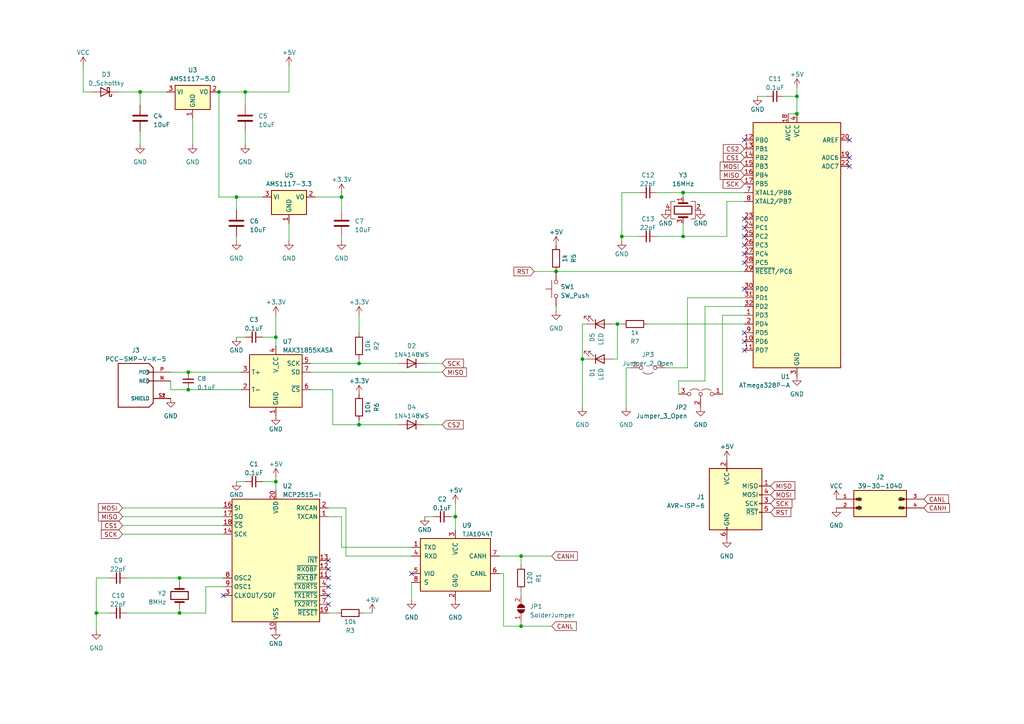
<source format=kicad_sch>
(kicad_sch (version 20230121) (generator eeschema)

  (uuid 714fe9f8-b6a5-4aab-aeb0-a7d00c92ab5d)

  (paper "A4")

  (title_block
    (title "EGT TO CAN BUS MODULE")
    (date "2025-02-23")
    (rev "Rev.2.0")
    (company "EASY TUNE")
  )

  (lib_symbols
    (symbol "Connector:AVR-ISP-6" (pin_names (offset 1.016)) (in_bom yes) (on_board yes)
      (property "Reference" "J" (at -6.35 11.43 0)
        (effects (font (size 1.27 1.27)) (justify left))
      )
      (property "Value" "AVR-ISP-6" (at 0 11.43 0)
        (effects (font (size 1.27 1.27)) (justify left))
      )
      (property "Footprint" "" (at -6.35 1.27 90)
        (effects (font (size 1.27 1.27)) hide)
      )
      (property "Datasheet" " ~" (at -32.385 -13.97 0)
        (effects (font (size 1.27 1.27)) hide)
      )
      (property "ki_keywords" "AVR ISP Connector" (at 0 0 0)
        (effects (font (size 1.27 1.27)) hide)
      )
      (property "ki_description" "Atmel 6-pin ISP connector" (at 0 0 0)
        (effects (font (size 1.27 1.27)) hide)
      )
      (property "ki_fp_filters" "IDC?Header*2x03* Pin?Header*2x03*" (at 0 0 0)
        (effects (font (size 1.27 1.27)) hide)
      )
      (symbol "AVR-ISP-6_0_1"
        (rectangle (start -2.667 -6.858) (end -2.413 -7.62)
          (stroke (width 0) (type default))
          (fill (type none))
        )
        (rectangle (start -2.667 10.16) (end -2.413 9.398)
          (stroke (width 0) (type default))
          (fill (type none))
        )
        (rectangle (start 7.62 -2.413) (end 6.858 -2.667)
          (stroke (width 0) (type default))
          (fill (type none))
        )
        (rectangle (start 7.62 0.127) (end 6.858 -0.127)
          (stroke (width 0) (type default))
          (fill (type none))
        )
        (rectangle (start 7.62 2.667) (end 6.858 2.413)
          (stroke (width 0) (type default))
          (fill (type none))
        )
        (rectangle (start 7.62 5.207) (end 6.858 4.953)
          (stroke (width 0) (type default))
          (fill (type none))
        )
        (rectangle (start 7.62 10.16) (end -7.62 -7.62)
          (stroke (width 0.254) (type default))
          (fill (type background))
        )
      )
      (symbol "AVR-ISP-6_1_1"
        (pin passive line (at 10.16 5.08 180) (length 2.54)
          (name "MISO" (effects (font (size 1.27 1.27))))
          (number "1" (effects (font (size 1.27 1.27))))
        )
        (pin passive line (at -2.54 12.7 270) (length 2.54)
          (name "VCC" (effects (font (size 1.27 1.27))))
          (number "2" (effects (font (size 1.27 1.27))))
        )
        (pin passive line (at 10.16 0 180) (length 2.54)
          (name "SCK" (effects (font (size 1.27 1.27))))
          (number "3" (effects (font (size 1.27 1.27))))
        )
        (pin passive line (at 10.16 2.54 180) (length 2.54)
          (name "MOSI" (effects (font (size 1.27 1.27))))
          (number "4" (effects (font (size 1.27 1.27))))
        )
        (pin passive line (at 10.16 -2.54 180) (length 2.54)
          (name "~{RST}" (effects (font (size 1.27 1.27))))
          (number "5" (effects (font (size 1.27 1.27))))
        )
        (pin passive line (at -2.54 -10.16 90) (length 2.54)
          (name "GND" (effects (font (size 1.27 1.27))))
          (number "6" (effects (font (size 1.27 1.27))))
        )
      )
    )
    (symbol "Device:C" (pin_numbers hide) (pin_names (offset 0.254)) (in_bom yes) (on_board yes)
      (property "Reference" "C" (at 0.635 2.54 0)
        (effects (font (size 1.27 1.27)) (justify left))
      )
      (property "Value" "C" (at 0.635 -2.54 0)
        (effects (font (size 1.27 1.27)) (justify left))
      )
      (property "Footprint" "" (at 0.9652 -3.81 0)
        (effects (font (size 1.27 1.27)) hide)
      )
      (property "Datasheet" "~" (at 0 0 0)
        (effects (font (size 1.27 1.27)) hide)
      )
      (property "ki_keywords" "cap capacitor" (at 0 0 0)
        (effects (font (size 1.27 1.27)) hide)
      )
      (property "ki_description" "Unpolarized capacitor" (at 0 0 0)
        (effects (font (size 1.27 1.27)) hide)
      )
      (property "ki_fp_filters" "C_*" (at 0 0 0)
        (effects (font (size 1.27 1.27)) hide)
      )
      (symbol "C_0_1"
        (polyline
          (pts
            (xy -2.032 -0.762)
            (xy 2.032 -0.762)
          )
          (stroke (width 0.508) (type default))
          (fill (type none))
        )
        (polyline
          (pts
            (xy -2.032 0.762)
            (xy 2.032 0.762)
          )
          (stroke (width 0.508) (type default))
          (fill (type none))
        )
      )
      (symbol "C_1_1"
        (pin passive line (at 0 3.81 270) (length 2.794)
          (name "~" (effects (font (size 1.27 1.27))))
          (number "1" (effects (font (size 1.27 1.27))))
        )
        (pin passive line (at 0 -3.81 90) (length 2.794)
          (name "~" (effects (font (size 1.27 1.27))))
          (number "2" (effects (font (size 1.27 1.27))))
        )
      )
    )
    (symbol "Device:C_Small" (pin_numbers hide) (pin_names (offset 0.254) hide) (in_bom yes) (on_board yes)
      (property "Reference" "C" (at 0.254 1.778 0)
        (effects (font (size 1.27 1.27)) (justify left))
      )
      (property "Value" "C_Small" (at 0.254 -2.032 0)
        (effects (font (size 1.27 1.27)) (justify left))
      )
      (property "Footprint" "" (at 0 0 0)
        (effects (font (size 1.27 1.27)) hide)
      )
      (property "Datasheet" "~" (at 0 0 0)
        (effects (font (size 1.27 1.27)) hide)
      )
      (property "ki_keywords" "capacitor cap" (at 0 0 0)
        (effects (font (size 1.27 1.27)) hide)
      )
      (property "ki_description" "Unpolarized capacitor, small symbol" (at 0 0 0)
        (effects (font (size 1.27 1.27)) hide)
      )
      (property "ki_fp_filters" "C_*" (at 0 0 0)
        (effects (font (size 1.27 1.27)) hide)
      )
      (symbol "C_Small_0_1"
        (polyline
          (pts
            (xy -1.524 -0.508)
            (xy 1.524 -0.508)
          )
          (stroke (width 0.3302) (type default))
          (fill (type none))
        )
        (polyline
          (pts
            (xy -1.524 0.508)
            (xy 1.524 0.508)
          )
          (stroke (width 0.3048) (type default))
          (fill (type none))
        )
      )
      (symbol "C_Small_1_1"
        (pin passive line (at 0 2.54 270) (length 2.032)
          (name "~" (effects (font (size 1.27 1.27))))
          (number "1" (effects (font (size 1.27 1.27))))
        )
        (pin passive line (at 0 -2.54 90) (length 2.032)
          (name "~" (effects (font (size 1.27 1.27))))
          (number "2" (effects (font (size 1.27 1.27))))
        )
      )
    )
    (symbol "Device:Crystal" (pin_numbers hide) (pin_names (offset 1.016) hide) (in_bom yes) (on_board yes)
      (property "Reference" "Y" (at 0 3.81 0)
        (effects (font (size 1.27 1.27)))
      )
      (property "Value" "Crystal" (at 0 -3.81 0)
        (effects (font (size 1.27 1.27)))
      )
      (property "Footprint" "" (at 0 0 0)
        (effects (font (size 1.27 1.27)) hide)
      )
      (property "Datasheet" "~" (at 0 0 0)
        (effects (font (size 1.27 1.27)) hide)
      )
      (property "ki_keywords" "quartz ceramic resonator oscillator" (at 0 0 0)
        (effects (font (size 1.27 1.27)) hide)
      )
      (property "ki_description" "Two pin crystal" (at 0 0 0)
        (effects (font (size 1.27 1.27)) hide)
      )
      (property "ki_fp_filters" "Crystal*" (at 0 0 0)
        (effects (font (size 1.27 1.27)) hide)
      )
      (symbol "Crystal_0_1"
        (rectangle (start -1.143 2.54) (end 1.143 -2.54)
          (stroke (width 0.3048) (type default))
          (fill (type none))
        )
        (polyline
          (pts
            (xy -2.54 0)
            (xy -1.905 0)
          )
          (stroke (width 0) (type default))
          (fill (type none))
        )
        (polyline
          (pts
            (xy -1.905 -1.27)
            (xy -1.905 1.27)
          )
          (stroke (width 0.508) (type default))
          (fill (type none))
        )
        (polyline
          (pts
            (xy 1.905 -1.27)
            (xy 1.905 1.27)
          )
          (stroke (width 0.508) (type default))
          (fill (type none))
        )
        (polyline
          (pts
            (xy 2.54 0)
            (xy 1.905 0)
          )
          (stroke (width 0) (type default))
          (fill (type none))
        )
      )
      (symbol "Crystal_1_1"
        (pin passive line (at -3.81 0 0) (length 1.27)
          (name "1" (effects (font (size 1.27 1.27))))
          (number "1" (effects (font (size 1.27 1.27))))
        )
        (pin passive line (at 3.81 0 180) (length 1.27)
          (name "2" (effects (font (size 1.27 1.27))))
          (number "2" (effects (font (size 1.27 1.27))))
        )
      )
    )
    (symbol "Device:Crystal_GND24" (pin_names (offset 1.016) hide) (in_bom yes) (on_board yes)
      (property "Reference" "Y" (at 3.175 5.08 0)
        (effects (font (size 1.27 1.27)) (justify left))
      )
      (property "Value" "Crystal_GND24" (at 3.175 3.175 0)
        (effects (font (size 1.27 1.27)) (justify left))
      )
      (property "Footprint" "" (at 0 0 0)
        (effects (font (size 1.27 1.27)) hide)
      )
      (property "Datasheet" "~" (at 0 0 0)
        (effects (font (size 1.27 1.27)) hide)
      )
      (property "ki_keywords" "quartz ceramic resonator oscillator" (at 0 0 0)
        (effects (font (size 1.27 1.27)) hide)
      )
      (property "ki_description" "Four pin crystal, GND on pins 2 and 4" (at 0 0 0)
        (effects (font (size 1.27 1.27)) hide)
      )
      (property "ki_fp_filters" "Crystal*" (at 0 0 0)
        (effects (font (size 1.27 1.27)) hide)
      )
      (symbol "Crystal_GND24_0_1"
        (rectangle (start -1.143 2.54) (end 1.143 -2.54)
          (stroke (width 0.3048) (type default))
          (fill (type none))
        )
        (polyline
          (pts
            (xy -2.54 0)
            (xy -2.032 0)
          )
          (stroke (width 0) (type default))
          (fill (type none))
        )
        (polyline
          (pts
            (xy -2.032 -1.27)
            (xy -2.032 1.27)
          )
          (stroke (width 0.508) (type default))
          (fill (type none))
        )
        (polyline
          (pts
            (xy 0 -3.81)
            (xy 0 -3.556)
          )
          (stroke (width 0) (type default))
          (fill (type none))
        )
        (polyline
          (pts
            (xy 0 3.556)
            (xy 0 3.81)
          )
          (stroke (width 0) (type default))
          (fill (type none))
        )
        (polyline
          (pts
            (xy 2.032 -1.27)
            (xy 2.032 1.27)
          )
          (stroke (width 0.508) (type default))
          (fill (type none))
        )
        (polyline
          (pts
            (xy 2.032 0)
            (xy 2.54 0)
          )
          (stroke (width 0) (type default))
          (fill (type none))
        )
        (polyline
          (pts
            (xy -2.54 -2.286)
            (xy -2.54 -3.556)
            (xy 2.54 -3.556)
            (xy 2.54 -2.286)
          )
          (stroke (width 0) (type default))
          (fill (type none))
        )
        (polyline
          (pts
            (xy -2.54 2.286)
            (xy -2.54 3.556)
            (xy 2.54 3.556)
            (xy 2.54 2.286)
          )
          (stroke (width 0) (type default))
          (fill (type none))
        )
      )
      (symbol "Crystal_GND24_1_1"
        (pin passive line (at -3.81 0 0) (length 1.27)
          (name "1" (effects (font (size 1.27 1.27))))
          (number "1" (effects (font (size 1.27 1.27))))
        )
        (pin passive line (at 0 5.08 270) (length 1.27)
          (name "2" (effects (font (size 1.27 1.27))))
          (number "2" (effects (font (size 1.27 1.27))))
        )
        (pin passive line (at 3.81 0 180) (length 1.27)
          (name "3" (effects (font (size 1.27 1.27))))
          (number "3" (effects (font (size 1.27 1.27))))
        )
        (pin passive line (at 0 -5.08 90) (length 1.27)
          (name "4" (effects (font (size 1.27 1.27))))
          (number "4" (effects (font (size 1.27 1.27))))
        )
      )
    )
    (symbol "Device:D_Schottky" (pin_numbers hide) (pin_names (offset 1.016) hide) (in_bom yes) (on_board yes)
      (property "Reference" "D" (at 0 2.54 0)
        (effects (font (size 1.27 1.27)))
      )
      (property "Value" "D_Schottky" (at 0 -2.54 0)
        (effects (font (size 1.27 1.27)))
      )
      (property "Footprint" "" (at 0 0 0)
        (effects (font (size 1.27 1.27)) hide)
      )
      (property "Datasheet" "~" (at 0 0 0)
        (effects (font (size 1.27 1.27)) hide)
      )
      (property "ki_keywords" "diode Schottky" (at 0 0 0)
        (effects (font (size 1.27 1.27)) hide)
      )
      (property "ki_description" "Schottky diode" (at 0 0 0)
        (effects (font (size 1.27 1.27)) hide)
      )
      (property "ki_fp_filters" "TO-???* *_Diode_* *SingleDiode* D_*" (at 0 0 0)
        (effects (font (size 1.27 1.27)) hide)
      )
      (symbol "D_Schottky_0_1"
        (polyline
          (pts
            (xy 1.27 0)
            (xy -1.27 0)
          )
          (stroke (width 0) (type default))
          (fill (type none))
        )
        (polyline
          (pts
            (xy 1.27 1.27)
            (xy 1.27 -1.27)
            (xy -1.27 0)
            (xy 1.27 1.27)
          )
          (stroke (width 0.254) (type default))
          (fill (type none))
        )
        (polyline
          (pts
            (xy -1.905 0.635)
            (xy -1.905 1.27)
            (xy -1.27 1.27)
            (xy -1.27 -1.27)
            (xy -0.635 -1.27)
            (xy -0.635 -0.635)
          )
          (stroke (width 0.254) (type default))
          (fill (type none))
        )
      )
      (symbol "D_Schottky_1_1"
        (pin passive line (at -3.81 0 0) (length 2.54)
          (name "K" (effects (font (size 1.27 1.27))))
          (number "1" (effects (font (size 1.27 1.27))))
        )
        (pin passive line (at 3.81 0 180) (length 2.54)
          (name "A" (effects (font (size 1.27 1.27))))
          (number "2" (effects (font (size 1.27 1.27))))
        )
      )
    )
    (symbol "Device:LED" (pin_numbers hide) (pin_names (offset 1.016) hide) (in_bom yes) (on_board yes)
      (property "Reference" "D" (at 0 2.54 0)
        (effects (font (size 1.27 1.27)))
      )
      (property "Value" "LED" (at 0 -2.54 0)
        (effects (font (size 1.27 1.27)))
      )
      (property "Footprint" "" (at 0 0 0)
        (effects (font (size 1.27 1.27)) hide)
      )
      (property "Datasheet" "~" (at 0 0 0)
        (effects (font (size 1.27 1.27)) hide)
      )
      (property "ki_keywords" "LED diode" (at 0 0 0)
        (effects (font (size 1.27 1.27)) hide)
      )
      (property "ki_description" "Light emitting diode" (at 0 0 0)
        (effects (font (size 1.27 1.27)) hide)
      )
      (property "ki_fp_filters" "LED* LED_SMD:* LED_THT:*" (at 0 0 0)
        (effects (font (size 1.27 1.27)) hide)
      )
      (symbol "LED_0_1"
        (polyline
          (pts
            (xy -1.27 -1.27)
            (xy -1.27 1.27)
          )
          (stroke (width 0.254) (type default))
          (fill (type none))
        )
        (polyline
          (pts
            (xy -1.27 0)
            (xy 1.27 0)
          )
          (stroke (width 0) (type default))
          (fill (type none))
        )
        (polyline
          (pts
            (xy 1.27 -1.27)
            (xy 1.27 1.27)
            (xy -1.27 0)
            (xy 1.27 -1.27)
          )
          (stroke (width 0.254) (type default))
          (fill (type none))
        )
        (polyline
          (pts
            (xy -3.048 -0.762)
            (xy -4.572 -2.286)
            (xy -3.81 -2.286)
            (xy -4.572 -2.286)
            (xy -4.572 -1.524)
          )
          (stroke (width 0) (type default))
          (fill (type none))
        )
        (polyline
          (pts
            (xy -1.778 -0.762)
            (xy -3.302 -2.286)
            (xy -2.54 -2.286)
            (xy -3.302 -2.286)
            (xy -3.302 -1.524)
          )
          (stroke (width 0) (type default))
          (fill (type none))
        )
      )
      (symbol "LED_1_1"
        (pin passive line (at -3.81 0 0) (length 2.54)
          (name "K" (effects (font (size 1.27 1.27))))
          (number "1" (effects (font (size 1.27 1.27))))
        )
        (pin passive line (at 3.81 0 180) (length 2.54)
          (name "A" (effects (font (size 1.27 1.27))))
          (number "2" (effects (font (size 1.27 1.27))))
        )
      )
    )
    (symbol "Device:R" (pin_numbers hide) (pin_names (offset 0)) (in_bom yes) (on_board yes)
      (property "Reference" "R" (at 2.032 0 90)
        (effects (font (size 1.27 1.27)))
      )
      (property "Value" "R" (at 0 0 90)
        (effects (font (size 1.27 1.27)))
      )
      (property "Footprint" "" (at -1.778 0 90)
        (effects (font (size 1.27 1.27)) hide)
      )
      (property "Datasheet" "~" (at 0 0 0)
        (effects (font (size 1.27 1.27)) hide)
      )
      (property "ki_keywords" "R res resistor" (at 0 0 0)
        (effects (font (size 1.27 1.27)) hide)
      )
      (property "ki_description" "Resistor" (at 0 0 0)
        (effects (font (size 1.27 1.27)) hide)
      )
      (property "ki_fp_filters" "R_*" (at 0 0 0)
        (effects (font (size 1.27 1.27)) hide)
      )
      (symbol "R_0_1"
        (rectangle (start -1.016 -2.54) (end 1.016 2.54)
          (stroke (width 0.254) (type default))
          (fill (type none))
        )
      )
      (symbol "R_1_1"
        (pin passive line (at 0 3.81 270) (length 1.27)
          (name "~" (effects (font (size 1.27 1.27))))
          (number "1" (effects (font (size 1.27 1.27))))
        )
        (pin passive line (at 0 -3.81 90) (length 1.27)
          (name "~" (effects (font (size 1.27 1.27))))
          (number "2" (effects (font (size 1.27 1.27))))
        )
      )
    )
    (symbol "Diode:1N4148WS" (pin_numbers hide) (pin_names hide) (in_bom yes) (on_board yes)
      (property "Reference" "D" (at 0 2.54 0)
        (effects (font (size 1.27 1.27)))
      )
      (property "Value" "1N4148WS" (at 0 -2.54 0)
        (effects (font (size 1.27 1.27)))
      )
      (property "Footprint" "Diode_SMD:D_SOD-323" (at 0 -4.445 0)
        (effects (font (size 1.27 1.27)) hide)
      )
      (property "Datasheet" "https://www.vishay.com/docs/85751/1n4148ws.pdf" (at 0 0 0)
        (effects (font (size 1.27 1.27)) hide)
      )
      (property "Sim.Device" "D" (at 0 0 0)
        (effects (font (size 1.27 1.27)) hide)
      )
      (property "Sim.Pins" "1=K 2=A" (at 0 0 0)
        (effects (font (size 1.27 1.27)) hide)
      )
      (property "ki_keywords" "diode" (at 0 0 0)
        (effects (font (size 1.27 1.27)) hide)
      )
      (property "ki_description" "75V 0.15A Fast switching Diode, SOD-323" (at 0 0 0)
        (effects (font (size 1.27 1.27)) hide)
      )
      (property "ki_fp_filters" "D*SOD?323*" (at 0 0 0)
        (effects (font (size 1.27 1.27)) hide)
      )
      (symbol "1N4148WS_0_1"
        (polyline
          (pts
            (xy -1.27 1.27)
            (xy -1.27 -1.27)
          )
          (stroke (width 0.254) (type default))
          (fill (type none))
        )
        (polyline
          (pts
            (xy 1.27 0)
            (xy -1.27 0)
          )
          (stroke (width 0) (type default))
          (fill (type none))
        )
        (polyline
          (pts
            (xy 1.27 1.27)
            (xy 1.27 -1.27)
            (xy -1.27 0)
            (xy 1.27 1.27)
          )
          (stroke (width 0.254) (type default))
          (fill (type none))
        )
      )
      (symbol "1N4148WS_1_1"
        (pin passive line (at -3.81 0 0) (length 2.54)
          (name "K" (effects (font (size 1.27 1.27))))
          (number "1" (effects (font (size 1.27 1.27))))
        )
        (pin passive line (at 3.81 0 180) (length 2.54)
          (name "A" (effects (font (size 1.27 1.27))))
          (number "2" (effects (font (size 1.27 1.27))))
        )
      )
    )
    (symbol "Interface_CAN_LIN:MCP2515-xST" (in_bom yes) (on_board yes)
      (property "Reference" "U" (at -10.16 19.685 0)
        (effects (font (size 1.27 1.27)) (justify right))
      )
      (property "Value" "MCP2515-xST" (at 19.05 20.32 0)
        (effects (font (size 1.27 1.27)) (justify right top))
      )
      (property "Footprint" "Package_SO:TSSOP-20_4.4x6.5mm_P0.65mm" (at 0 -22.86 0)
        (effects (font (size 1.27 1.27) italic) hide)
      )
      (property "Datasheet" "http://ww1.microchip.com/downloads/en/DeviceDoc/21801e.pdf" (at 2.54 -20.32 0)
        (effects (font (size 1.27 1.27)) hide)
      )
      (property "ki_keywords" "CAN Controller SPI" (at 0 0 0)
        (effects (font (size 1.27 1.27)) hide)
      )
      (property "ki_description" "Stand-Alone CAN Controller with SPI Interface, TSSOP-20" (at 0 0 0)
        (effects (font (size 1.27 1.27)) hide)
      )
      (property "ki_fp_filters" "TSSOP*4.4x6.5mm*P0.65mm*" (at 0 0 0)
        (effects (font (size 1.27 1.27)) hide)
      )
      (symbol "MCP2515-xST_0_1"
        (rectangle (start -12.7 17.78) (end 12.7 -17.78)
          (stroke (width 0.254) (type default))
          (fill (type background))
        )
      )
      (symbol "MCP2515-xST_1_1"
        (pin output line (at 15.24 12.7 180) (length 2.54)
          (name "TXCAN" (effects (font (size 1.27 1.27))))
          (number "1" (effects (font (size 1.27 1.27))))
        )
        (pin power_in line (at 0 -20.32 90) (length 2.54)
          (name "VSS" (effects (font (size 1.27 1.27))))
          (number "10" (effects (font (size 1.27 1.27))))
        )
        (pin output line (at 15.24 -5.08 180) (length 2.54)
          (name "~{RX1BF}" (effects (font (size 1.27 1.27))))
          (number "11" (effects (font (size 1.27 1.27))))
        )
        (pin output line (at 15.24 -2.54 180) (length 2.54)
          (name "~{RX0BF}" (effects (font (size 1.27 1.27))))
          (number "12" (effects (font (size 1.27 1.27))))
        )
        (pin output line (at 15.24 0 180) (length 2.54)
          (name "~{INT}" (effects (font (size 1.27 1.27))))
          (number "13" (effects (font (size 1.27 1.27))))
        )
        (pin input line (at -15.24 7.62 0) (length 2.54)
          (name "SCK" (effects (font (size 1.27 1.27))))
          (number "14" (effects (font (size 1.27 1.27))))
        )
        (pin no_connect line (at -12.7 -2.54 0) (length 2.54) hide
          (name "NC" (effects (font (size 1.27 1.27))))
          (number "15" (effects (font (size 1.27 1.27))))
        )
        (pin input line (at -15.24 15.24 0) (length 2.54)
          (name "SI" (effects (font (size 1.27 1.27))))
          (number "16" (effects (font (size 1.27 1.27))))
        )
        (pin output line (at -15.24 12.7 0) (length 2.54)
          (name "SO" (effects (font (size 1.27 1.27))))
          (number "17" (effects (font (size 1.27 1.27))))
        )
        (pin input line (at -15.24 10.16 0) (length 2.54)
          (name "~{CS}" (effects (font (size 1.27 1.27))))
          (number "18" (effects (font (size 1.27 1.27))))
        )
        (pin input line (at 15.24 -15.24 180) (length 2.54)
          (name "~{RESET}" (effects (font (size 1.27 1.27))))
          (number "19" (effects (font (size 1.27 1.27))))
        )
        (pin input line (at 15.24 15.24 180) (length 2.54)
          (name "RXCAN" (effects (font (size 1.27 1.27))))
          (number "2" (effects (font (size 1.27 1.27))))
        )
        (pin power_in line (at 0 20.32 270) (length 2.54)
          (name "VDD" (effects (font (size 1.27 1.27))))
          (number "20" (effects (font (size 1.27 1.27))))
        )
        (pin output line (at -15.24 -10.16 0) (length 2.54)
          (name "CLKOUT/SOF" (effects (font (size 1.27 1.27))))
          (number "3" (effects (font (size 1.27 1.27))))
        )
        (pin input line (at 15.24 -7.62 180) (length 2.54)
          (name "~{TX0RTS}" (effects (font (size 1.27 1.27))))
          (number "4" (effects (font (size 1.27 1.27))))
        )
        (pin input line (at 15.24 -10.16 180) (length 2.54)
          (name "~{TX1RTS}" (effects (font (size 1.27 1.27))))
          (number "5" (effects (font (size 1.27 1.27))))
        )
        (pin no_connect line (at -12.7 0 0) (length 2.54) hide
          (name "NC" (effects (font (size 1.27 1.27))))
          (number "6" (effects (font (size 1.27 1.27))))
        )
        (pin input line (at 15.24 -12.7 180) (length 2.54)
          (name "~{TX2RTS}" (effects (font (size 1.27 1.27))))
          (number "7" (effects (font (size 1.27 1.27))))
        )
        (pin output line (at -15.24 -5.08 0) (length 2.54)
          (name "OSC2" (effects (font (size 1.27 1.27))))
          (number "8" (effects (font (size 1.27 1.27))))
        )
        (pin input line (at -15.24 -7.62 0) (length 2.54)
          (name "OSC1" (effects (font (size 1.27 1.27))))
          (number "9" (effects (font (size 1.27 1.27))))
        )
      )
    )
    (symbol "Interface_CAN_LIN:TJA1051T-3" (pin_names (offset 1.016)) (in_bom yes) (on_board yes)
      (property "Reference" "U" (at -10.16 8.89 0)
        (effects (font (size 1.27 1.27)) (justify left))
      )
      (property "Value" "TJA1051T-3" (at 1.27 8.89 0)
        (effects (font (size 1.27 1.27)) (justify left))
      )
      (property "Footprint" "Package_SO:SOIC-8_3.9x4.9mm_P1.27mm" (at 0 -12.7 0)
        (effects (font (size 1.27 1.27) italic) hide)
      )
      (property "Datasheet" "http://www.nxp.com/documents/data_sheet/TJA1051.pdf" (at 0 0 0)
        (effects (font (size 1.27 1.27)) hide)
      )
      (property "ki_keywords" "High-Speed CAN Transceiver" (at 0 0 0)
        (effects (font (size 1.27 1.27)) hide)
      )
      (property "ki_description" "High-Speed CAN Transceiver, separate VIO, silent mode, SOIC-8" (at 0 0 0)
        (effects (font (size 1.27 1.27)) hide)
      )
      (property "ki_fp_filters" "SOIC*3.9x4.9mm*P1.27mm*" (at 0 0 0)
        (effects (font (size 1.27 1.27)) hide)
      )
      (symbol "TJA1051T-3_0_1"
        (rectangle (start -10.16 7.62) (end 10.16 -7.62)
          (stroke (width 0.254) (type default))
          (fill (type background))
        )
      )
      (symbol "TJA1051T-3_1_1"
        (pin input line (at -12.7 5.08 0) (length 2.54)
          (name "TXD" (effects (font (size 1.27 1.27))))
          (number "1" (effects (font (size 1.27 1.27))))
        )
        (pin power_in line (at 0 -10.16 90) (length 2.54)
          (name "GND" (effects (font (size 1.27 1.27))))
          (number "2" (effects (font (size 1.27 1.27))))
        )
        (pin power_in line (at 0 10.16 270) (length 2.54)
          (name "VCC" (effects (font (size 1.27 1.27))))
          (number "3" (effects (font (size 1.27 1.27))))
        )
        (pin output line (at -12.7 2.54 0) (length 2.54)
          (name "RXD" (effects (font (size 1.27 1.27))))
          (number "4" (effects (font (size 1.27 1.27))))
        )
        (pin power_in line (at -12.7 -2.54 0) (length 2.54)
          (name "VIO" (effects (font (size 1.27 1.27))))
          (number "5" (effects (font (size 1.27 1.27))))
        )
        (pin bidirectional line (at 12.7 -2.54 180) (length 2.54)
          (name "CANL" (effects (font (size 1.27 1.27))))
          (number "6" (effects (font (size 1.27 1.27))))
        )
        (pin bidirectional line (at 12.7 2.54 180) (length 2.54)
          (name "CANH" (effects (font (size 1.27 1.27))))
          (number "7" (effects (font (size 1.27 1.27))))
        )
        (pin input line (at -12.7 -5.08 0) (length 2.54)
          (name "S" (effects (font (size 1.27 1.27))))
          (number "8" (effects (font (size 1.27 1.27))))
        )
      )
    )
    (symbol "Jumper:Jumper_2_Open" (pin_names (offset 0) hide) (in_bom yes) (on_board yes)
      (property "Reference" "JP" (at 0 2.794 0)
        (effects (font (size 1.27 1.27)))
      )
      (property "Value" "Jumper_2_Open" (at 0 -2.286 0)
        (effects (font (size 1.27 1.27)))
      )
      (property "Footprint" "" (at 0 0 0)
        (effects (font (size 1.27 1.27)) hide)
      )
      (property "Datasheet" "~" (at 0 0 0)
        (effects (font (size 1.27 1.27)) hide)
      )
      (property "ki_keywords" "Jumper SPST" (at 0 0 0)
        (effects (font (size 1.27 1.27)) hide)
      )
      (property "ki_description" "Jumper, 2-pole, open" (at 0 0 0)
        (effects (font (size 1.27 1.27)) hide)
      )
      (property "ki_fp_filters" "Jumper* TestPoint*2Pads* TestPoint*Bridge*" (at 0 0 0)
        (effects (font (size 1.27 1.27)) hide)
      )
      (symbol "Jumper_2_Open_0_0"
        (circle (center -2.032 0) (radius 0.508)
          (stroke (width 0) (type default))
          (fill (type none))
        )
        (circle (center 2.032 0) (radius 0.508)
          (stroke (width 0) (type default))
          (fill (type none))
        )
      )
      (symbol "Jumper_2_Open_0_1"
        (arc (start 1.524 1.27) (mid 0 1.778) (end -1.524 1.27)
          (stroke (width 0) (type default))
          (fill (type none))
        )
      )
      (symbol "Jumper_2_Open_1_1"
        (pin passive line (at -5.08 0 0) (length 2.54)
          (name "A" (effects (font (size 1.27 1.27))))
          (number "1" (effects (font (size 1.27 1.27))))
        )
        (pin passive line (at 5.08 0 180) (length 2.54)
          (name "B" (effects (font (size 1.27 1.27))))
          (number "2" (effects (font (size 1.27 1.27))))
        )
      )
    )
    (symbol "Jumper:Jumper_3_Open" (pin_names (offset 0) hide) (in_bom yes) (on_board yes)
      (property "Reference" "JP" (at -2.54 -2.54 0)
        (effects (font (size 1.27 1.27)))
      )
      (property "Value" "Jumper_3_Open" (at 0 2.794 0)
        (effects (font (size 1.27 1.27)))
      )
      (property "Footprint" "" (at 0 0 0)
        (effects (font (size 1.27 1.27)) hide)
      )
      (property "Datasheet" "~" (at 0 0 0)
        (effects (font (size 1.27 1.27)) hide)
      )
      (property "ki_keywords" "Jumper SPDT" (at 0 0 0)
        (effects (font (size 1.27 1.27)) hide)
      )
      (property "ki_description" "Jumper, 3-pole, both open" (at 0 0 0)
        (effects (font (size 1.27 1.27)) hide)
      )
      (property "ki_fp_filters" "Jumper* TestPoint*3Pads* TestPoint*Bridge*" (at 0 0 0)
        (effects (font (size 1.27 1.27)) hide)
      )
      (symbol "Jumper_3_Open_0_0"
        (circle (center -3.302 0) (radius 0.508)
          (stroke (width 0) (type default))
          (fill (type none))
        )
        (circle (center 0 0) (radius 0.508)
          (stroke (width 0) (type default))
          (fill (type none))
        )
        (circle (center 3.302 0) (radius 0.508)
          (stroke (width 0) (type default))
          (fill (type none))
        )
      )
      (symbol "Jumper_3_Open_0_1"
        (arc (start -0.254 1.016) (mid -1.651 1.4992) (end -3.048 1.016)
          (stroke (width 0) (type default))
          (fill (type none))
        )
        (polyline
          (pts
            (xy 0 -0.508)
            (xy 0 -1.27)
          )
          (stroke (width 0) (type default))
          (fill (type none))
        )
        (arc (start 3.048 1.016) (mid 1.651 1.4992) (end 0.254 1.016)
          (stroke (width 0) (type default))
          (fill (type none))
        )
      )
      (symbol "Jumper_3_Open_1_1"
        (pin passive line (at -6.35 0 0) (length 2.54)
          (name "A" (effects (font (size 1.27 1.27))))
          (number "1" (effects (font (size 1.27 1.27))))
        )
        (pin passive line (at 0 -3.81 90) (length 2.54)
          (name "C" (effects (font (size 1.27 1.27))))
          (number "2" (effects (font (size 1.27 1.27))))
        )
        (pin passive line (at 6.35 0 180) (length 2.54)
          (name "B" (effects (font (size 1.27 1.27))))
          (number "3" (effects (font (size 1.27 1.27))))
        )
      )
    )
    (symbol "Jumper:SolderJumper_2_Open" (pin_names (offset 0) hide) (in_bom yes) (on_board yes)
      (property "Reference" "JP" (at 0 2.032 0)
        (effects (font (size 1.27 1.27)))
      )
      (property "Value" "SolderJumper_2_Open" (at 0 -2.54 0)
        (effects (font (size 1.27 1.27)))
      )
      (property "Footprint" "" (at 0 0 0)
        (effects (font (size 1.27 1.27)) hide)
      )
      (property "Datasheet" "~" (at 0 0 0)
        (effects (font (size 1.27 1.27)) hide)
      )
      (property "ki_keywords" "solder jumper SPST" (at 0 0 0)
        (effects (font (size 1.27 1.27)) hide)
      )
      (property "ki_description" "Solder Jumper, 2-pole, open" (at 0 0 0)
        (effects (font (size 1.27 1.27)) hide)
      )
      (property "ki_fp_filters" "SolderJumper*Open*" (at 0 0 0)
        (effects (font (size 1.27 1.27)) hide)
      )
      (symbol "SolderJumper_2_Open_0_1"
        (arc (start -0.254 1.016) (mid -1.2656 0) (end -0.254 -1.016)
          (stroke (width 0) (type default))
          (fill (type none))
        )
        (arc (start -0.254 1.016) (mid -1.2656 0) (end -0.254 -1.016)
          (stroke (width 0) (type default))
          (fill (type outline))
        )
        (polyline
          (pts
            (xy -0.254 1.016)
            (xy -0.254 -1.016)
          )
          (stroke (width 0) (type default))
          (fill (type none))
        )
        (polyline
          (pts
            (xy 0.254 1.016)
            (xy 0.254 -1.016)
          )
          (stroke (width 0) (type default))
          (fill (type none))
        )
        (arc (start 0.254 -1.016) (mid 1.2656 0) (end 0.254 1.016)
          (stroke (width 0) (type default))
          (fill (type none))
        )
        (arc (start 0.254 -1.016) (mid 1.2656 0) (end 0.254 1.016)
          (stroke (width 0) (type default))
          (fill (type outline))
        )
      )
      (symbol "SolderJumper_2_Open_1_1"
        (pin passive line (at -3.81 0 0) (length 2.54)
          (name "A" (effects (font (size 1.27 1.27))))
          (number "1" (effects (font (size 1.27 1.27))))
        )
        (pin passive line (at 3.81 0 180) (length 2.54)
          (name "B" (effects (font (size 1.27 1.27))))
          (number "2" (effects (font (size 1.27 1.27))))
        )
      )
    )
    (symbol "MCU_Microchip_ATmega:ATmega328P-A" (in_bom yes) (on_board yes)
      (property "Reference" "U" (at -12.7 36.83 0)
        (effects (font (size 1.27 1.27)) (justify left bottom))
      )
      (property "Value" "ATmega328P-A" (at 2.54 -36.83 0)
        (effects (font (size 1.27 1.27)) (justify left top))
      )
      (property "Footprint" "Package_QFP:TQFP-32_7x7mm_P0.8mm" (at 0 0 0)
        (effects (font (size 1.27 1.27) italic) hide)
      )
      (property "Datasheet" "http://ww1.microchip.com/downloads/en/DeviceDoc/ATmega328_P%20AVR%20MCU%20with%20picoPower%20Technology%20Data%20Sheet%2040001984A.pdf" (at 0 0 0)
        (effects (font (size 1.27 1.27)) hide)
      )
      (property "ki_keywords" "AVR 8bit Microcontroller MegaAVR PicoPower" (at 0 0 0)
        (effects (font (size 1.27 1.27)) hide)
      )
      (property "ki_description" "20MHz, 32kB Flash, 2kB SRAM, 1kB EEPROM, TQFP-32" (at 0 0 0)
        (effects (font (size 1.27 1.27)) hide)
      )
      (property "ki_fp_filters" "TQFP*7x7mm*P0.8mm*" (at 0 0 0)
        (effects (font (size 1.27 1.27)) hide)
      )
      (symbol "ATmega328P-A_0_1"
        (rectangle (start -12.7 -35.56) (end 12.7 35.56)
          (stroke (width 0.254) (type default))
          (fill (type background))
        )
      )
      (symbol "ATmega328P-A_1_1"
        (pin bidirectional line (at 15.24 -20.32 180) (length 2.54)
          (name "PD3" (effects (font (size 1.27 1.27))))
          (number "1" (effects (font (size 1.27 1.27))))
        )
        (pin bidirectional line (at 15.24 -27.94 180) (length 2.54)
          (name "PD6" (effects (font (size 1.27 1.27))))
          (number "10" (effects (font (size 1.27 1.27))))
        )
        (pin bidirectional line (at 15.24 -30.48 180) (length 2.54)
          (name "PD7" (effects (font (size 1.27 1.27))))
          (number "11" (effects (font (size 1.27 1.27))))
        )
        (pin bidirectional line (at 15.24 30.48 180) (length 2.54)
          (name "PB0" (effects (font (size 1.27 1.27))))
          (number "12" (effects (font (size 1.27 1.27))))
        )
        (pin bidirectional line (at 15.24 27.94 180) (length 2.54)
          (name "PB1" (effects (font (size 1.27 1.27))))
          (number "13" (effects (font (size 1.27 1.27))))
        )
        (pin bidirectional line (at 15.24 25.4 180) (length 2.54)
          (name "PB2" (effects (font (size 1.27 1.27))))
          (number "14" (effects (font (size 1.27 1.27))))
        )
        (pin bidirectional line (at 15.24 22.86 180) (length 2.54)
          (name "PB3" (effects (font (size 1.27 1.27))))
          (number "15" (effects (font (size 1.27 1.27))))
        )
        (pin bidirectional line (at 15.24 20.32 180) (length 2.54)
          (name "PB4" (effects (font (size 1.27 1.27))))
          (number "16" (effects (font (size 1.27 1.27))))
        )
        (pin bidirectional line (at 15.24 17.78 180) (length 2.54)
          (name "PB5" (effects (font (size 1.27 1.27))))
          (number "17" (effects (font (size 1.27 1.27))))
        )
        (pin power_in line (at 2.54 38.1 270) (length 2.54)
          (name "AVCC" (effects (font (size 1.27 1.27))))
          (number "18" (effects (font (size 1.27 1.27))))
        )
        (pin input line (at -15.24 25.4 0) (length 2.54)
          (name "ADC6" (effects (font (size 1.27 1.27))))
          (number "19" (effects (font (size 1.27 1.27))))
        )
        (pin bidirectional line (at 15.24 -22.86 180) (length 2.54)
          (name "PD4" (effects (font (size 1.27 1.27))))
          (number "2" (effects (font (size 1.27 1.27))))
        )
        (pin passive line (at -15.24 30.48 0) (length 2.54)
          (name "AREF" (effects (font (size 1.27 1.27))))
          (number "20" (effects (font (size 1.27 1.27))))
        )
        (pin passive line (at 0 -38.1 90) (length 2.54) hide
          (name "GND" (effects (font (size 1.27 1.27))))
          (number "21" (effects (font (size 1.27 1.27))))
        )
        (pin input line (at -15.24 22.86 0) (length 2.54)
          (name "ADC7" (effects (font (size 1.27 1.27))))
          (number "22" (effects (font (size 1.27 1.27))))
        )
        (pin bidirectional line (at 15.24 7.62 180) (length 2.54)
          (name "PC0" (effects (font (size 1.27 1.27))))
          (number "23" (effects (font (size 1.27 1.27))))
        )
        (pin bidirectional line (at 15.24 5.08 180) (length 2.54)
          (name "PC1" (effects (font (size 1.27 1.27))))
          (number "24" (effects (font (size 1.27 1.27))))
        )
        (pin bidirectional line (at 15.24 2.54 180) (length 2.54)
          (name "PC2" (effects (font (size 1.27 1.27))))
          (number "25" (effects (font (size 1.27 1.27))))
        )
        (pin bidirectional line (at 15.24 0 180) (length 2.54)
          (name "PC3" (effects (font (size 1.27 1.27))))
          (number "26" (effects (font (size 1.27 1.27))))
        )
        (pin bidirectional line (at 15.24 -2.54 180) (length 2.54)
          (name "PC4" (effects (font (size 1.27 1.27))))
          (number "27" (effects (font (size 1.27 1.27))))
        )
        (pin bidirectional line (at 15.24 -5.08 180) (length 2.54)
          (name "PC5" (effects (font (size 1.27 1.27))))
          (number "28" (effects (font (size 1.27 1.27))))
        )
        (pin bidirectional line (at 15.24 -7.62 180) (length 2.54)
          (name "~{RESET}/PC6" (effects (font (size 1.27 1.27))))
          (number "29" (effects (font (size 1.27 1.27))))
        )
        (pin power_in line (at 0 -38.1 90) (length 2.54)
          (name "GND" (effects (font (size 1.27 1.27))))
          (number "3" (effects (font (size 1.27 1.27))))
        )
        (pin bidirectional line (at 15.24 -12.7 180) (length 2.54)
          (name "PD0" (effects (font (size 1.27 1.27))))
          (number "30" (effects (font (size 1.27 1.27))))
        )
        (pin bidirectional line (at 15.24 -15.24 180) (length 2.54)
          (name "PD1" (effects (font (size 1.27 1.27))))
          (number "31" (effects (font (size 1.27 1.27))))
        )
        (pin bidirectional line (at 15.24 -17.78 180) (length 2.54)
          (name "PD2" (effects (font (size 1.27 1.27))))
          (number "32" (effects (font (size 1.27 1.27))))
        )
        (pin power_in line (at 0 38.1 270) (length 2.54)
          (name "VCC" (effects (font (size 1.27 1.27))))
          (number "4" (effects (font (size 1.27 1.27))))
        )
        (pin passive line (at 0 -38.1 90) (length 2.54) hide
          (name "GND" (effects (font (size 1.27 1.27))))
          (number "5" (effects (font (size 1.27 1.27))))
        )
        (pin passive line (at 0 38.1 270) (length 2.54) hide
          (name "VCC" (effects (font (size 1.27 1.27))))
          (number "6" (effects (font (size 1.27 1.27))))
        )
        (pin bidirectional line (at 15.24 15.24 180) (length 2.54)
          (name "XTAL1/PB6" (effects (font (size 1.27 1.27))))
          (number "7" (effects (font (size 1.27 1.27))))
        )
        (pin bidirectional line (at 15.24 12.7 180) (length 2.54)
          (name "XTAL2/PB7" (effects (font (size 1.27 1.27))))
          (number "8" (effects (font (size 1.27 1.27))))
        )
        (pin bidirectional line (at 15.24 -25.4 180) (length 2.54)
          (name "PD5" (effects (font (size 1.27 1.27))))
          (number "9" (effects (font (size 1.27 1.27))))
        )
      )
    )
    (symbol "Regulator_Linear:AMS1117-3.3" (in_bom yes) (on_board yes)
      (property "Reference" "U" (at -3.81 3.175 0)
        (effects (font (size 1.27 1.27)))
      )
      (property "Value" "AMS1117-3.3" (at 0 3.175 0)
        (effects (font (size 1.27 1.27)) (justify left))
      )
      (property "Footprint" "Package_TO_SOT_SMD:SOT-223-3_TabPin2" (at 0 5.08 0)
        (effects (font (size 1.27 1.27)) hide)
      )
      (property "Datasheet" "http://www.advanced-monolithic.com/pdf/ds1117.pdf" (at 2.54 -6.35 0)
        (effects (font (size 1.27 1.27)) hide)
      )
      (property "ki_keywords" "linear regulator ldo fixed positive" (at 0 0 0)
        (effects (font (size 1.27 1.27)) hide)
      )
      (property "ki_description" "1A Low Dropout regulator, positive, 3.3V fixed output, SOT-223" (at 0 0 0)
        (effects (font (size 1.27 1.27)) hide)
      )
      (property "ki_fp_filters" "SOT?223*TabPin2*" (at 0 0 0)
        (effects (font (size 1.27 1.27)) hide)
      )
      (symbol "AMS1117-3.3_0_1"
        (rectangle (start -5.08 -5.08) (end 5.08 1.905)
          (stroke (width 0.254) (type default))
          (fill (type background))
        )
      )
      (symbol "AMS1117-3.3_1_1"
        (pin power_in line (at 0 -7.62 90) (length 2.54)
          (name "GND" (effects (font (size 1.27 1.27))))
          (number "1" (effects (font (size 1.27 1.27))))
        )
        (pin power_out line (at 7.62 0 180) (length 2.54)
          (name "VO" (effects (font (size 1.27 1.27))))
          (number "2" (effects (font (size 1.27 1.27))))
        )
        (pin power_in line (at -7.62 0 0) (length 2.54)
          (name "VI" (effects (font (size 1.27 1.27))))
          (number "3" (effects (font (size 1.27 1.27))))
        )
      )
    )
    (symbol "Regulator_Linear:AMS1117-5.0" (in_bom yes) (on_board yes)
      (property "Reference" "U" (at -3.81 3.175 0)
        (effects (font (size 1.27 1.27)))
      )
      (property "Value" "AMS1117-5.0" (at 0 3.175 0)
        (effects (font (size 1.27 1.27)) (justify left))
      )
      (property "Footprint" "Package_TO_SOT_SMD:SOT-223-3_TabPin2" (at 0 5.08 0)
        (effects (font (size 1.27 1.27)) hide)
      )
      (property "Datasheet" "http://www.advanced-monolithic.com/pdf/ds1117.pdf" (at 2.54 -6.35 0)
        (effects (font (size 1.27 1.27)) hide)
      )
      (property "ki_keywords" "linear regulator ldo fixed positive" (at 0 0 0)
        (effects (font (size 1.27 1.27)) hide)
      )
      (property "ki_description" "1A Low Dropout regulator, positive, 5.0V fixed output, SOT-223" (at 0 0 0)
        (effects (font (size 1.27 1.27)) hide)
      )
      (property "ki_fp_filters" "SOT?223*TabPin2*" (at 0 0 0)
        (effects (font (size 1.27 1.27)) hide)
      )
      (symbol "AMS1117-5.0_0_1"
        (rectangle (start -5.08 -5.08) (end 5.08 1.905)
          (stroke (width 0.254) (type default))
          (fill (type background))
        )
      )
      (symbol "AMS1117-5.0_1_1"
        (pin power_in line (at 0 -7.62 90) (length 2.54)
          (name "GND" (effects (font (size 1.27 1.27))))
          (number "1" (effects (font (size 1.27 1.27))))
        )
        (pin power_out line (at 7.62 0 180) (length 2.54)
          (name "VO" (effects (font (size 1.27 1.27))))
          (number "2" (effects (font (size 1.27 1.27))))
        )
        (pin power_in line (at -7.62 0 0) (length 2.54)
          (name "VI" (effects (font (size 1.27 1.27))))
          (number "3" (effects (font (size 1.27 1.27))))
        )
      )
    )
    (symbol "Sensor_Temperature:MAX31855KASA" (in_bom yes) (on_board yes)
      (property "Reference" "U" (at -7.62 8.89 0)
        (effects (font (size 1.27 1.27)) (justify left))
      )
      (property "Value" "MAX31855KASA" (at 1.27 8.89 0)
        (effects (font (size 1.27 1.27)) (justify left))
      )
      (property "Footprint" "Package_SO:SOIC-8_3.9x4.9mm_P1.27mm" (at 25.4 -8.89 0)
        (effects (font (size 1.27 1.27) italic) hide)
      )
      (property "Datasheet" "http://datasheets.maximintegrated.com/en/ds/MAX31855.pdf" (at 0 0 0)
        (effects (font (size 1.27 1.27)) hide)
      )
      (property "ki_keywords" "Cold Junction Termocouple Interface SPI" (at 0 0 0)
        (effects (font (size 1.27 1.27)) hide)
      )
      (property "ki_description" "Cold Junction K-type Termocouple Interface, SPI, SO8" (at 0 0 0)
        (effects (font (size 1.27 1.27)) hide)
      )
      (property "ki_fp_filters" "SOIC*3.9x4.9mm*P1.27mm*" (at 0 0 0)
        (effects (font (size 1.27 1.27)) hide)
      )
      (symbol "MAX31855KASA_0_1"
        (rectangle (start -7.62 7.62) (end 7.62 -7.62)
          (stroke (width 0.254) (type default))
          (fill (type background))
        )
      )
      (symbol "MAX31855KASA_1_1"
        (pin power_in line (at 0 -10.16 90) (length 2.54)
          (name "GND" (effects (font (size 1.27 1.27))))
          (number "1" (effects (font (size 1.27 1.27))))
        )
        (pin passive line (at -10.16 -2.54 0) (length 2.54)
          (name "T-" (effects (font (size 1.27 1.27))))
          (number "2" (effects (font (size 1.27 1.27))))
        )
        (pin passive line (at -10.16 2.54 0) (length 2.54)
          (name "T+" (effects (font (size 1.27 1.27))))
          (number "3" (effects (font (size 1.27 1.27))))
        )
        (pin power_in line (at 0 10.16 270) (length 2.54)
          (name "V_CC" (effects (font (size 1.27 1.27))))
          (number "4" (effects (font (size 1.27 1.27))))
        )
        (pin input line (at 10.16 5.08 180) (length 2.54)
          (name "SCK" (effects (font (size 1.27 1.27))))
          (number "5" (effects (font (size 1.27 1.27))))
        )
        (pin input line (at 10.16 -2.54 180) (length 2.54)
          (name "~{CS}" (effects (font (size 1.27 1.27))))
          (number "6" (effects (font (size 1.27 1.27))))
        )
        (pin tri_state line (at 10.16 2.54 180) (length 2.54)
          (name "SO" (effects (font (size 1.27 1.27))))
          (number "7" (effects (font (size 1.27 1.27))))
        )
      )
    )
    (symbol "Switch:SW_Push" (pin_numbers hide) (pin_names (offset 1.016) hide) (in_bom yes) (on_board yes)
      (property "Reference" "SW" (at 1.27 2.54 0)
        (effects (font (size 1.27 1.27)) (justify left))
      )
      (property "Value" "SW_Push" (at 0 -1.524 0)
        (effects (font (size 1.27 1.27)))
      )
      (property "Footprint" "" (at 0 5.08 0)
        (effects (font (size 1.27 1.27)) hide)
      )
      (property "Datasheet" "~" (at 0 5.08 0)
        (effects (font (size 1.27 1.27)) hide)
      )
      (property "ki_keywords" "switch normally-open pushbutton push-button" (at 0 0 0)
        (effects (font (size 1.27 1.27)) hide)
      )
      (property "ki_description" "Push button switch, generic, two pins" (at 0 0 0)
        (effects (font (size 1.27 1.27)) hide)
      )
      (symbol "SW_Push_0_1"
        (circle (center -2.032 0) (radius 0.508)
          (stroke (width 0) (type default))
          (fill (type none))
        )
        (polyline
          (pts
            (xy 0 1.27)
            (xy 0 3.048)
          )
          (stroke (width 0) (type default))
          (fill (type none))
        )
        (polyline
          (pts
            (xy 2.54 1.27)
            (xy -2.54 1.27)
          )
          (stroke (width 0) (type default))
          (fill (type none))
        )
        (circle (center 2.032 0) (radius 0.508)
          (stroke (width 0) (type default))
          (fill (type none))
        )
        (pin passive line (at -5.08 0 0) (length 2.54)
          (name "1" (effects (font (size 1.27 1.27))))
          (number "1" (effects (font (size 1.27 1.27))))
        )
        (pin passive line (at 5.08 0 180) (length 2.54)
          (name "2" (effects (font (size 1.27 1.27))))
          (number "2" (effects (font (size 1.27 1.27))))
        )
      )
    )
    (symbol "Yuya's_Library:39-30-1040" (pin_names (offset 1.016)) (in_bom yes) (on_board yes)
      (property "Reference" "J" (at -7.62 3.302 0)
        (effects (font (size 1.27 1.27)) (justify left bottom))
      )
      (property "Value" "39-30-1040" (at -7.62 -7.62 0)
        (effects (font (size 1.27 1.27)) (justify left bottom))
      )
      (property "Footprint" "39-30-1040:MOLEX_39-30-1040" (at 0 0 0)
        (effects (font (size 1.27 1.27)) (justify bottom) hide)
      )
      (property "Datasheet" "" (at 0 0 0)
        (effects (font (size 1.27 1.27)) hide)
      )
      (property "MF" "Waldom Electronics" (at 0 0 0)
        (effects (font (size 1.27 1.27)) (justify bottom) hide)
      )
      (property "DESCRIPTION" "Conn Wire to Board HDR 4 POS 4.2mm Solder RA Side Entry Thru-Hole Mini-Fit Jr™ Bag" (at 0 0 0)
        (effects (font (size 1.27 1.27)) (justify bottom) hide)
      )
      (property "PACKAGE" "None" (at 0 0 0)
        (effects (font (size 1.27 1.27)) (justify bottom) hide)
      )
      (property "PRICE" "None" (at 0 0 0)
        (effects (font (size 1.27 1.27)) (justify bottom) hide)
      )
      (property "Package" "None" (at 0 0 0)
        (effects (font (size 1.27 1.27)) (justify bottom) hide)
      )
      (property "Check_prices" "https://www.snapeda.com/parts/39-30-1040/Waldom/view-part/?ref=eda" (at 0 0 0)
        (effects (font (size 1.27 1.27)) (justify bottom) hide)
      )
      (property "Price" "None" (at 0 0 0)
        (effects (font (size 1.27 1.27)) (justify bottom) hide)
      )
      (property "SnapEDA_Link" "https://www.snapeda.com/parts/39-30-1040/Waldom/view-part/?ref=snap" (at 0 0 0)
        (effects (font (size 1.27 1.27)) (justify bottom) hide)
      )
      (property "MP" "39-30-1040" (at 0 0 0)
        (effects (font (size 1.27 1.27)) (justify bottom) hide)
      )
      (property "Availability" "In Stock" (at 0 0 0)
        (effects (font (size 1.27 1.27)) (justify bottom) hide)
      )
      (property "AVAILABILITY" "In Stock" (at 0 0 0)
        (effects (font (size 1.27 1.27)) (justify bottom) hide)
      )
      (property "Description" "\n                        \n                            Connector Header Through Hole, Right Angle 4 position 0.165 (4.20mm)\n                        \n" (at 0 0 0)
        (effects (font (size 1.27 1.27)) (justify bottom) hide)
      )
      (symbol "39-30-1040_0_0"
        (rectangle (start -7.62 -5.08) (end 7.62 2.54)
          (stroke (width 0.254) (type default))
          (fill (type background))
        )
        (rectangle (start -6.985 -2.8575) (end -5.3975 -2.2225)
          (stroke (width 0.1) (type default))
          (fill (type outline))
        )
        (rectangle (start -6.985 -0.3175) (end -5.3975 0.3175)
          (stroke (width 0.1) (type default))
          (fill (type outline))
        )
        (polyline
          (pts
            (xy -7.62 -2.54)
            (xy -5.715 -2.54)
          )
          (stroke (width 0.254) (type default))
          (fill (type none))
        )
        (polyline
          (pts
            (xy -7.62 0)
            (xy -5.715 0)
          )
          (stroke (width 0.254) (type default))
          (fill (type none))
        )
        (polyline
          (pts
            (xy 7.62 -2.54)
            (xy 5.715 -2.54)
          )
          (stroke (width 0.254) (type default))
          (fill (type none))
        )
        (polyline
          (pts
            (xy 7.62 0)
            (xy 5.715 0)
          )
          (stroke (width 0.254) (type default))
          (fill (type none))
        )
        (rectangle (start 5.3975 -2.8575) (end 6.985 -2.2225)
          (stroke (width 0.1) (type default))
          (fill (type outline))
        )
        (rectangle (start 5.3975 -0.3175) (end 6.985 0.3175)
          (stroke (width 0.1) (type default))
          (fill (type outline))
        )
        (pin passive line (at -12.7 0 0) (length 5.08)
          (name "1" (effects (font (size 1.016 1.016))))
          (number "1" (effects (font (size 1.016 1.016))))
        )
        (pin passive line (at -12.7 -2.54 0) (length 5.08)
          (name "2" (effects (font (size 1.016 1.016))))
          (number "2" (effects (font (size 1.016 1.016))))
        )
        (pin passive line (at 12.7 0 180) (length 5.08)
          (name "3" (effects (font (size 1.016 1.016))))
          (number "3" (effects (font (size 1.016 1.016))))
        )
        (pin passive line (at 12.7 -2.54 180) (length 5.08)
          (name "4" (effects (font (size 1.016 1.016))))
          (number "4" (effects (font (size 1.016 1.016))))
        )
      )
    )
    (symbol "Yuya's_Library:PCC-SMP-K-5" (pin_names (offset 1.016)) (in_bom yes) (on_board yes)
      (property "Reference" "J" (at -5.08 5.842 0)
        (effects (font (size 1.27 1.27)) (justify left bottom))
      )
      (property "Value" "PCC-SMP-K-5" (at -5.08 -8.382 0)
        (effects (font (size 1.27 1.27)) (justify left top))
      )
      (property "Footprint" "PCC-SMP-K-5:OMEGA_PCC-SMP-K-5" (at 0 0 0)
        (effects (font (size 1.27 1.27)) (justify bottom) hide)
      )
      (property "Datasheet" "" (at 0 0 0)
        (effects (font (size 1.27 1.27)) hide)
      )
      (property "MF" "Omega Engineering" (at 0 0 0)
        (effects (font (size 1.27 1.27)) (justify bottom) hide)
      )
      (property "MAXIMUM_PACKAGE_HEIGHT" "6.3 mm" (at 0 0 0)
        (effects (font (size 1.27 1.27)) (justify bottom) hide)
      )
      (property "Package" "None" (at 0 0 0)
        (effects (font (size 1.27 1.27)) (justify bottom) hide)
      )
      (property "Price" "None" (at 0 0 0)
        (effects (font (size 1.27 1.27)) (justify bottom) hide)
      )
      (property "Check_prices" "https://www.snapeda.com/parts/PCC-SMP-K-5/Omega+Engineering/view-part/?ref=eda" (at 0 0 0)
        (effects (font (size 1.27 1.27)) (justify bottom) hide)
      )
      (property "STANDARD" "Manufacturer Recommendations" (at 0 0 0)
        (effects (font (size 1.27 1.27)) (justify bottom) hide)
      )
      (property "PARTREV" "N/A" (at 0 0 0)
        (effects (font (size 1.27 1.27)) (justify bottom) hide)
      )
      (property "SnapEDA_Link" "https://www.snapeda.com/parts/PCC-SMP-K-5/Omega+Engineering/view-part/?ref=snap" (at 0 0 0)
        (effects (font (size 1.27 1.27)) (justify bottom) hide)
      )
      (property "MP" "PCC-SMP-K-5" (at 0 0 0)
        (effects (font (size 1.27 1.27)) (justify bottom) hide)
      )
      (property "Description" "\nThermocouple Conn, K Type, Rcpt, Pk 5\n" (at 0 0 0)
        (effects (font (size 1.27 1.27)) (justify bottom) hide)
      )
      (property "Availability" "In Stock" (at 0 0 0)
        (effects (font (size 1.27 1.27)) (justify bottom) hide)
      )
      (property "MANUFACTURER" "OMEGA" (at 0 0 0)
        (effects (font (size 1.27 1.27)) (justify bottom) hide)
      )
      (symbol "PCC-SMP-K-5_0_0"
        (polyline
          (pts
            (xy -5.08 -7.62)
            (xy -5.08 5.08)
          )
          (stroke (width 0.254) (type default))
          (fill (type none))
        )
        (polyline
          (pts
            (xy -5.08 5.08)
            (xy 3.81 5.08)
          )
          (stroke (width 0.254) (type default))
          (fill (type none))
        )
        (polyline
          (pts
            (xy 3.81 -7.62)
            (xy -5.08 -7.62)
          )
          (stroke (width 0.254) (type default))
          (fill (type none))
        )
        (polyline
          (pts
            (xy 5.08 -6.35)
            (xy 3.81 -7.62)
          )
          (stroke (width 0.254) (type default))
          (fill (type none))
        )
        (polyline
          (pts
            (xy 5.08 0)
            (xy 3.81 0)
          )
          (stroke (width 0.254) (type default))
          (fill (type none))
        )
        (polyline
          (pts
            (xy 5.08 2.54)
            (xy 3.81 2.54)
          )
          (stroke (width 0.254) (type default))
          (fill (type none))
        )
        (polyline
          (pts
            (xy 5.08 2.54)
            (xy 5.08 -6.35)
          )
          (stroke (width 0.254) (type default))
          (fill (type none))
        )
        (polyline
          (pts
            (xy 5.08 3.81)
            (xy 3.81 5.08)
          )
          (stroke (width 0.254) (type default))
          (fill (type none))
        )
        (polyline
          (pts
            (xy 5.08 3.81)
            (xy 5.08 2.54)
          )
          (stroke (width 0.254) (type default))
          (fill (type none))
        )
        (arc (start 3.175 -0.635) (mid 3.8073 0) (end 3.175 0.635)
          (stroke (width 0.254) (type default))
          (fill (type none))
        )
        (arc (start 3.175 1.905) (mid 3.8073 2.54) (end 3.175 3.175)
          (stroke (width 0.254) (type default))
          (fill (type none))
        )
        (pin passive line (at 10.16 0 180) (length 5.08)
          (name "NEG" (effects (font (size 1.016 1.016))))
          (number "N" (effects (font (size 1.016 1.016))))
        )
        (pin passive line (at 10.16 2.54 180) (length 5.08)
          (name "POS" (effects (font (size 1.016 1.016))))
          (number "P" (effects (font (size 1.016 1.016))))
        )
        (pin passive line (at 10.16 -5.08 180) (length 5.08)
          (name "SHIELD" (effects (font (size 1.016 1.016))))
          (number "S1" (effects (font (size 1.016 1.016))))
        )
        (pin passive line (at 10.16 -5.08 180) (length 5.08)
          (name "SHIELD" (effects (font (size 1.016 1.016))))
          (number "S2" (effects (font (size 1.016 1.016))))
        )
      )
    )
    (symbol "power:+3.3V" (power) (pin_names (offset 0)) (in_bom yes) (on_board yes)
      (property "Reference" "#PWR" (at 0 -3.81 0)
        (effects (font (size 1.27 1.27)) hide)
      )
      (property "Value" "+3.3V" (at 0 3.556 0)
        (effects (font (size 1.27 1.27)))
      )
      (property "Footprint" "" (at 0 0 0)
        (effects (font (size 1.27 1.27)) hide)
      )
      (property "Datasheet" "" (at 0 0 0)
        (effects (font (size 1.27 1.27)) hide)
      )
      (property "ki_keywords" "global power" (at 0 0 0)
        (effects (font (size 1.27 1.27)) hide)
      )
      (property "ki_description" "Power symbol creates a global label with name \"+3.3V\"" (at 0 0 0)
        (effects (font (size 1.27 1.27)) hide)
      )
      (symbol "+3.3V_0_1"
        (polyline
          (pts
            (xy -0.762 1.27)
            (xy 0 2.54)
          )
          (stroke (width 0) (type default))
          (fill (type none))
        )
        (polyline
          (pts
            (xy 0 0)
            (xy 0 2.54)
          )
          (stroke (width 0) (type default))
          (fill (type none))
        )
        (polyline
          (pts
            (xy 0 2.54)
            (xy 0.762 1.27)
          )
          (stroke (width 0) (type default))
          (fill (type none))
        )
      )
      (symbol "+3.3V_1_1"
        (pin power_in line (at 0 0 90) (length 0) hide
          (name "+3.3V" (effects (font (size 1.27 1.27))))
          (number "1" (effects (font (size 1.27 1.27))))
        )
      )
    )
    (symbol "power:+5V" (power) (pin_names (offset 0)) (in_bom yes) (on_board yes)
      (property "Reference" "#PWR" (at 0 -3.81 0)
        (effects (font (size 1.27 1.27)) hide)
      )
      (property "Value" "+5V" (at 0 3.556 0)
        (effects (font (size 1.27 1.27)))
      )
      (property "Footprint" "" (at 0 0 0)
        (effects (font (size 1.27 1.27)) hide)
      )
      (property "Datasheet" "" (at 0 0 0)
        (effects (font (size 1.27 1.27)) hide)
      )
      (property "ki_keywords" "global power" (at 0 0 0)
        (effects (font (size 1.27 1.27)) hide)
      )
      (property "ki_description" "Power symbol creates a global label with name \"+5V\"" (at 0 0 0)
        (effects (font (size 1.27 1.27)) hide)
      )
      (symbol "+5V_0_1"
        (polyline
          (pts
            (xy -0.762 1.27)
            (xy 0 2.54)
          )
          (stroke (width 0) (type default))
          (fill (type none))
        )
        (polyline
          (pts
            (xy 0 0)
            (xy 0 2.54)
          )
          (stroke (width 0) (type default))
          (fill (type none))
        )
        (polyline
          (pts
            (xy 0 2.54)
            (xy 0.762 1.27)
          )
          (stroke (width 0) (type default))
          (fill (type none))
        )
      )
      (symbol "+5V_1_1"
        (pin power_in line (at 0 0 90) (length 0) hide
          (name "+5V" (effects (font (size 1.27 1.27))))
          (number "1" (effects (font (size 1.27 1.27))))
        )
      )
    )
    (symbol "power:GND" (power) (pin_names (offset 0)) (in_bom yes) (on_board yes)
      (property "Reference" "#PWR" (at 0 -6.35 0)
        (effects (font (size 1.27 1.27)) hide)
      )
      (property "Value" "GND" (at 0 -3.81 0)
        (effects (font (size 1.27 1.27)))
      )
      (property "Footprint" "" (at 0 0 0)
        (effects (font (size 1.27 1.27)) hide)
      )
      (property "Datasheet" "" (at 0 0 0)
        (effects (font (size 1.27 1.27)) hide)
      )
      (property "ki_keywords" "global power" (at 0 0 0)
        (effects (font (size 1.27 1.27)) hide)
      )
      (property "ki_description" "Power symbol creates a global label with name \"GND\" , ground" (at 0 0 0)
        (effects (font (size 1.27 1.27)) hide)
      )
      (symbol "GND_0_1"
        (polyline
          (pts
            (xy 0 0)
            (xy 0 -1.27)
            (xy 1.27 -1.27)
            (xy 0 -2.54)
            (xy -1.27 -1.27)
            (xy 0 -1.27)
          )
          (stroke (width 0) (type default))
          (fill (type none))
        )
      )
      (symbol "GND_1_1"
        (pin power_in line (at 0 0 270) (length 0) hide
          (name "GND" (effects (font (size 1.27 1.27))))
          (number "1" (effects (font (size 1.27 1.27))))
        )
      )
    )
    (symbol "power:VCC" (power) (pin_names (offset 0)) (in_bom yes) (on_board yes)
      (property "Reference" "#PWR" (at 0 -3.81 0)
        (effects (font (size 1.27 1.27)) hide)
      )
      (property "Value" "VCC" (at 0 3.81 0)
        (effects (font (size 1.27 1.27)))
      )
      (property "Footprint" "" (at 0 0 0)
        (effects (font (size 1.27 1.27)) hide)
      )
      (property "Datasheet" "" (at 0 0 0)
        (effects (font (size 1.27 1.27)) hide)
      )
      (property "ki_keywords" "global power" (at 0 0 0)
        (effects (font (size 1.27 1.27)) hide)
      )
      (property "ki_description" "Power symbol creates a global label with name \"VCC\"" (at 0 0 0)
        (effects (font (size 1.27 1.27)) hide)
      )
      (symbol "VCC_0_1"
        (polyline
          (pts
            (xy -0.762 1.27)
            (xy 0 2.54)
          )
          (stroke (width 0) (type default))
          (fill (type none))
        )
        (polyline
          (pts
            (xy 0 0)
            (xy 0 2.54)
          )
          (stroke (width 0) (type default))
          (fill (type none))
        )
        (polyline
          (pts
            (xy 0 2.54)
            (xy 0.762 1.27)
          )
          (stroke (width 0) (type default))
          (fill (type none))
        )
      )
      (symbol "VCC_1_1"
        (pin power_in line (at 0 0 90) (length 0) hide
          (name "VCC" (effects (font (size 1.27 1.27))))
          (number "1" (effects (font (size 1.27 1.27))))
        )
      )
    )
  )

  (junction (at 180.34 68.58) (diameter 0) (color 0 0 0 0)
    (uuid 05376212-c609-4f50-b485-58ac9b6a62c1)
  )
  (junction (at 231.14 27.94) (diameter 0) (color 0 0 0 0)
    (uuid 1fd43169-ec6b-4f60-921c-ae8dce422313)
  )
  (junction (at 161.29 78.74) (diameter 0) (color 0 0 0 0)
    (uuid 32bee208-9609-482c-a261-bd21c67a2543)
  )
  (junction (at 54.61 113.03) (diameter 0) (color 0 0 0 0)
    (uuid 35f92268-b173-41d9-9a5e-6dd551072184)
  )
  (junction (at 132.08 149.86) (diameter 0) (color 0 0 0 0)
    (uuid 3d07ef94-77e6-4b3f-8d26-538e3374cd13)
  )
  (junction (at 71.12 26.67) (diameter 0) (color 0 0 0 0)
    (uuid 40429d5e-3067-4b70-8009-30e74e3f7ea1)
  )
  (junction (at 63.5 26.67) (diameter 0) (color 0 0 0 0)
    (uuid 4765ccda-b5e4-491e-94d2-e5663e27bce9)
  )
  (junction (at 179.07 93.98) (diameter 0) (color 0 0 0 0)
    (uuid 4a2dec00-810e-48b0-955b-ecb842d5429e)
  )
  (junction (at 168.91 104.14) (diameter 0) (color 0 0 0 0)
    (uuid 548e8aef-36f7-436e-b4b6-aa700fb08ea5)
  )
  (junction (at 52.07 177.8) (diameter 0) (color 0 0 0 0)
    (uuid 6cd7ab83-0fb4-442f-b72e-79714a33032c)
  )
  (junction (at 104.14 123.19) (diameter 0) (color 0 0 0 0)
    (uuid 766c05a0-a365-4aa8-9540-7ed8758590e8)
  )
  (junction (at 151.13 161.29) (diameter 0) (color 0 0 0 0)
    (uuid 85e32ef1-2ff8-42f2-839b-6ea3ec40e8f2)
  )
  (junction (at 104.14 105.41) (diameter 0) (color 0 0 0 0)
    (uuid 8c2790f8-78c7-4d74-b993-e23ffac26130)
  )
  (junction (at 68.58 57.15) (diameter 0) (color 0 0 0 0)
    (uuid a38986ae-8d41-4f6b-b2e7-d393da84bea8)
  )
  (junction (at 80.01 97.79) (diameter 0) (color 0 0 0 0)
    (uuid a5eab593-08f9-4355-9422-899507d8c792)
  )
  (junction (at 27.94 177.8) (diameter 0) (color 0 0 0 0)
    (uuid ab67abcd-9308-4222-ac73-7b7e6ef85fdb)
  )
  (junction (at 198.12 55.88) (diameter 0) (color 0 0 0 0)
    (uuid bb45d7ab-e9ca-4d20-96c0-66c2965cd951)
  )
  (junction (at 99.06 57.15) (diameter 0) (color 0 0 0 0)
    (uuid c3322d04-bbc6-4305-9e36-faf2b915332d)
  )
  (junction (at 80.01 139.7) (diameter 0) (color 0 0 0 0)
    (uuid cbad9d21-3d84-4803-9874-07d0baa70b86)
  )
  (junction (at 231.14 33.02) (diameter 0) (color 0 0 0 0)
    (uuid de122ae2-50a3-4880-b515-73b2ef095e1c)
  )
  (junction (at 198.12 68.58) (diameter 0) (color 0 0 0 0)
    (uuid de261931-5c6a-4288-a902-363e9839b7c3)
  )
  (junction (at 54.61 107.95) (diameter 0) (color 0 0 0 0)
    (uuid e056b751-abc7-4ca2-9aaa-52d4015ae806)
  )
  (junction (at 40.64 26.67) (diameter 0) (color 0 0 0 0)
    (uuid ed29609f-6298-47d5-936e-a468469daee4)
  )
  (junction (at 52.07 167.64) (diameter 0) (color 0 0 0 0)
    (uuid f12de540-3a0c-4787-911b-c9627dfae7bc)
  )
  (junction (at 151.13 181.61) (diameter 0) (color 0 0 0 0)
    (uuid f7b774a3-f3bc-456c-966b-d1fd73ff80ed)
  )

  (no_connect (at 95.25 162.56) (uuid 09538cd7-6a73-4fd2-9982-6eb7502bcef0))
  (no_connect (at 215.9 76.2) (uuid 1e49c455-6c9b-4b45-ad78-755956746b49))
  (no_connect (at 246.38 48.26) (uuid 349acd97-101d-4fd7-8978-4f38a4a69cb2))
  (no_connect (at 95.25 175.26) (uuid 38fa350b-39a0-42e5-a2a1-e84d7b7eace1))
  (no_connect (at 95.25 170.18) (uuid 39529ba5-da66-454e-8616-28d55cdf3ef7))
  (no_connect (at 215.9 66.04) (uuid 658dd78a-8e0c-45bd-9546-dea4ebaf06a0))
  (no_connect (at 215.9 71.12) (uuid 6926f331-4394-4658-8d54-727ca692b4bb))
  (no_connect (at 246.38 40.64) (uuid 8aa5476c-dcaf-409c-8001-0942fd4886a9))
  (no_connect (at 95.25 165.1) (uuid 8b997103-9da7-4cd7-95a8-7befebbf0577))
  (no_connect (at 215.9 101.6) (uuid 9b1a162a-d967-4d0b-9490-dbbb70559995))
  (no_connect (at 246.38 45.72) (uuid 9b419e91-567d-4e15-a67c-b88bec7a62ab))
  (no_connect (at 215.9 83.82) (uuid a31c7ccc-1b28-4e02-86a7-32691ec68424))
  (no_connect (at 119.38 166.37) (uuid a590f2c9-fb37-4306-98d2-d3dd6be592f7))
  (no_connect (at 215.9 99.06) (uuid aa076dd1-6756-4312-8c91-47c7c203c557))
  (no_connect (at 215.9 73.66) (uuid b5d15808-99d4-434e-bc8d-f247b7cf10bc))
  (no_connect (at 215.9 40.64) (uuid b61b68a9-2dea-4273-b6d6-8c30e806ee1f))
  (no_connect (at 215.9 96.52) (uuid bda2c6f5-265f-4757-ba7f-a2e23d0dbed8))
  (no_connect (at 95.25 172.72) (uuid d301a498-7630-44fa-a95d-ad53b296b184))
  (no_connect (at 215.9 63.5) (uuid dcd3b0eb-6a32-4220-9069-9fe5b29799be))
  (no_connect (at 95.25 167.64) (uuid ed87dc90-79a4-4e35-9235-0af59dbcb414))
  (no_connect (at 64.77 172.72) (uuid ee957830-74a3-4190-976d-e7e8ee14ec7b))
  (no_connect (at 215.9 68.58) (uuid f31a7747-19d5-4804-aaf3-719f06856b97))

  (wire (pts (xy 161.29 90.17) (xy 161.29 88.9))
    (stroke (width 0) (type default))
    (uuid 0063d674-6a94-4beb-953c-29c1b30d3f15)
  )
  (wire (pts (xy 146.05 166.37) (xy 146.05 181.61))
    (stroke (width 0) (type default))
    (uuid 00ff8209-97a2-4991-b724-7b633e0bdd6a)
  )
  (wire (pts (xy 95.25 147.32) (xy 100.33 147.32))
    (stroke (width 0) (type default))
    (uuid 01d3c2b5-2d56-4c79-b337-efda7df9cb87)
  )
  (wire (pts (xy 104.14 121.92) (xy 104.14 123.19))
    (stroke (width 0) (type default))
    (uuid 02f695e7-4634-44db-840c-94ac5a35c343)
  )
  (wire (pts (xy 34.29 26.67) (xy 40.64 26.67))
    (stroke (width 0) (type default))
    (uuid 08e44d0e-8ff8-47c6-bedd-c2f4b7135c6e)
  )
  (wire (pts (xy 36.83 167.64) (xy 52.07 167.64))
    (stroke (width 0) (type default))
    (uuid 0a819c84-a223-4e86-bbb9-68f5f7fb6b4e)
  )
  (wire (pts (xy 99.06 60.96) (xy 99.06 57.15))
    (stroke (width 0) (type default))
    (uuid 0f2999dc-d589-4999-b811-e46b9f1adcef)
  )
  (wire (pts (xy 27.94 177.8) (xy 27.94 182.88))
    (stroke (width 0) (type default))
    (uuid 11c97ea4-d48f-4651-8e25-26e4689ae42d)
  )
  (wire (pts (xy 190.5 55.88) (xy 198.12 55.88))
    (stroke (width 0) (type default))
    (uuid 14dadea8-8a5c-4474-b833-642286ab601b)
  )
  (wire (pts (xy 35.56 147.32) (xy 64.77 147.32))
    (stroke (width 0) (type default))
    (uuid 177f6d81-676a-442c-9a39-80dcca67d80b)
  )
  (wire (pts (xy 168.91 104.14) (xy 170.18 104.14))
    (stroke (width 0) (type default))
    (uuid 17e4e4b7-65e5-432a-aecc-c758745518d9)
  )
  (wire (pts (xy 146.05 166.37) (xy 144.78 166.37))
    (stroke (width 0) (type default))
    (uuid 1877b711-bf87-4b78-9ae7-9ffafa73db2a)
  )
  (wire (pts (xy 130.81 149.86) (xy 132.08 149.86))
    (stroke (width 0) (type default))
    (uuid 1a36e127-df45-4dd1-96ba-97c06ff5950d)
  )
  (wire (pts (xy 144.78 161.29) (xy 151.13 161.29))
    (stroke (width 0) (type default))
    (uuid 1c4854ea-d33f-43da-9691-f5c2106590a5)
  )
  (wire (pts (xy 168.91 93.98) (xy 170.18 93.98))
    (stroke (width 0) (type default))
    (uuid 1dada811-8cff-465f-b687-a77a1de9c382)
  )
  (wire (pts (xy 199.39 86.36) (xy 199.39 106.68))
    (stroke (width 0) (type default))
    (uuid 1dd668be-d132-4a39-9f38-dd7c2a137068)
  )
  (wire (pts (xy 193.04 106.68) (xy 199.39 106.68))
    (stroke (width 0) (type default))
    (uuid 1e7564d1-f97f-4f84-a831-a6ae29ae0ed7)
  )
  (wire (pts (xy 80.01 139.7) (xy 80.01 142.24))
    (stroke (width 0) (type default))
    (uuid 1e791bc6-466c-4300-9c3c-767899424b06)
  )
  (wire (pts (xy 215.9 91.44) (xy 209.55 91.44))
    (stroke (width 0) (type default))
    (uuid 212cad00-6ca4-4c0f-b1fa-47be64ef7d15)
  )
  (wire (pts (xy 68.58 60.96) (xy 68.58 57.15))
    (stroke (width 0) (type default))
    (uuid 253a4a0c-0690-458b-a8c2-169fba90cfba)
  )
  (wire (pts (xy 125.73 149.86) (xy 123.19 149.86))
    (stroke (width 0) (type default))
    (uuid 25eefe33-96ad-4054-9f16-3f67d2874ea6)
  )
  (wire (pts (xy 49.53 113.03) (xy 54.61 113.03))
    (stroke (width 0) (type default))
    (uuid 27afa793-2a89-4775-a035-f2b0e11d58e2)
  )
  (wire (pts (xy 83.82 64.77) (xy 83.82 69.85))
    (stroke (width 0) (type default))
    (uuid 27ba28d4-f5f6-4727-aa56-8065caea6943)
  )
  (wire (pts (xy 151.13 161.29) (xy 151.13 163.83))
    (stroke (width 0) (type default))
    (uuid 28e53538-5cb7-48a9-a77d-935b1fe6b082)
  )
  (wire (pts (xy 180.34 55.88) (xy 180.34 68.58))
    (stroke (width 0) (type default))
    (uuid 29f01459-01db-4d5c-ac9d-8d30427d4e68)
  )
  (wire (pts (xy 210.82 68.58) (xy 210.82 58.42))
    (stroke (width 0) (type default))
    (uuid 2d20764c-2957-4a4c-8ac7-7b4e61a40f5a)
  )
  (wire (pts (xy 63.5 26.67) (xy 63.5 57.15))
    (stroke (width 0) (type default))
    (uuid 3703582d-9b2c-454a-8d99-875e4d13e96c)
  )
  (wire (pts (xy 210.82 58.42) (xy 215.9 58.42))
    (stroke (width 0) (type default))
    (uuid 3778ec78-f649-45f2-af65-aea6b727434c)
  )
  (wire (pts (xy 146.05 181.61) (xy 151.13 181.61))
    (stroke (width 0) (type default))
    (uuid 39d487d4-249b-4611-9f36-b3154bd872e0)
  )
  (wire (pts (xy 104.14 105.41) (xy 115.57 105.41))
    (stroke (width 0) (type default))
    (uuid 39e1430c-68c0-4fe3-b011-17761a07cb96)
  )
  (wire (pts (xy 187.96 93.98) (xy 215.9 93.98))
    (stroke (width 0) (type default))
    (uuid 3ea6db49-38b2-41aa-871d-81594be86aff)
  )
  (wire (pts (xy 151.13 171.45) (xy 151.13 172.72))
    (stroke (width 0) (type default))
    (uuid 45f859df-1148-46bc-a317-ec07602308de)
  )
  (wire (pts (xy 59.69 177.8) (xy 59.69 170.18))
    (stroke (width 0) (type default))
    (uuid 478a1943-5929-4f3f-8f82-942f6e9151b0)
  )
  (wire (pts (xy 222.25 27.94) (xy 219.71 27.94))
    (stroke (width 0) (type default))
    (uuid 48a6f35e-cd05-4d5b-8223-20bbb9ee3870)
  )
  (wire (pts (xy 68.58 57.15) (xy 76.2 57.15))
    (stroke (width 0) (type default))
    (uuid 4af148ac-084e-46b5-a8e6-86596155583f)
  )
  (wire (pts (xy 71.12 139.7) (xy 68.58 139.7))
    (stroke (width 0) (type default))
    (uuid 4b93c6bc-3ab1-493c-821d-5e365b86adc3)
  )
  (wire (pts (xy 181.61 106.68) (xy 182.88 106.68))
    (stroke (width 0) (type default))
    (uuid 4d16cd5f-7ddf-4e4d-932c-8f2f97426bdc)
  )
  (wire (pts (xy 40.64 30.48) (xy 40.64 26.67))
    (stroke (width 0) (type default))
    (uuid 4dc6db1c-60c8-4286-adf5-078d8dbe4ca2)
  )
  (wire (pts (xy 231.14 27.94) (xy 231.14 33.02))
    (stroke (width 0) (type default))
    (uuid 4e04d6ce-2a10-4c36-badc-e7ed995705a2)
  )
  (wire (pts (xy 63.5 57.15) (xy 68.58 57.15))
    (stroke (width 0) (type default))
    (uuid 50de4fe4-fbdb-4f23-96a4-c1008cd39b03)
  )
  (wire (pts (xy 27.94 167.64) (xy 27.94 177.8))
    (stroke (width 0) (type default))
    (uuid 525daff1-942f-4932-9d95-50951f090c78)
  )
  (wire (pts (xy 204.47 88.9) (xy 204.47 110.49))
    (stroke (width 0) (type default))
    (uuid 53ea6682-ea63-43a1-bba3-dd9b78adbd42)
  )
  (wire (pts (xy 35.56 149.86) (xy 64.77 149.86))
    (stroke (width 0) (type default))
    (uuid 53fb37a2-6150-4bcb-b937-0e2492c7f04e)
  )
  (wire (pts (xy 179.07 104.14) (xy 179.07 93.98))
    (stroke (width 0) (type default))
    (uuid 58f0a85e-f377-4c46-93e2-69774c2792f9)
  )
  (wire (pts (xy 104.14 123.19) (xy 115.57 123.19))
    (stroke (width 0) (type default))
    (uuid 5b6afcba-d5b4-4e01-a697-be5538ad1235)
  )
  (wire (pts (xy 80.01 91.44) (xy 80.01 97.79))
    (stroke (width 0) (type default))
    (uuid 5d59b62c-bd2a-4038-84df-a145db1107c1)
  )
  (wire (pts (xy 198.12 55.88) (xy 215.9 55.88))
    (stroke (width 0) (type default))
    (uuid 634ad6c8-6c8c-44fc-82ab-b0a1118db0ac)
  )
  (wire (pts (xy 132.08 146.05) (xy 132.08 149.86))
    (stroke (width 0) (type default))
    (uuid 67701deb-3e5b-41af-a22b-7528ddfa8670)
  )
  (wire (pts (xy 199.39 86.36) (xy 215.9 86.36))
    (stroke (width 0) (type default))
    (uuid 6e297d45-d492-4c99-9900-b5ef969b6890)
  )
  (wire (pts (xy 36.83 177.8) (xy 52.07 177.8))
    (stroke (width 0) (type default))
    (uuid 703ddd73-38d4-4ce9-a33f-d29b873097bc)
  )
  (wire (pts (xy 76.2 139.7) (xy 80.01 139.7))
    (stroke (width 0) (type default))
    (uuid 70c74127-080e-4300-9d6d-6328b6099843)
  )
  (wire (pts (xy 123.19 123.19) (xy 128.27 123.19))
    (stroke (width 0) (type default))
    (uuid 71bf46d0-7d43-4214-ba36-b22a36b19a25)
  )
  (wire (pts (xy 95.25 149.86) (xy 99.06 149.86))
    (stroke (width 0) (type default))
    (uuid 75a31874-43c8-412b-a1b4-59f4a5228552)
  )
  (wire (pts (xy 71.12 26.67) (xy 83.82 26.67))
    (stroke (width 0) (type default))
    (uuid 76c1931c-3637-4e77-a7dc-54aa367e43a9)
  )
  (wire (pts (xy 99.06 68.58) (xy 99.06 69.85))
    (stroke (width 0) (type default))
    (uuid 7802b8eb-9a6f-4781-ae34-36ba1fce767d)
  )
  (wire (pts (xy 104.14 91.44) (xy 104.14 96.52))
    (stroke (width 0) (type default))
    (uuid 78250623-f16a-4d93-98de-50eebc85bcb5)
  )
  (wire (pts (xy 190.5 68.58) (xy 198.12 68.58))
    (stroke (width 0) (type default))
    (uuid 794fe8f6-b480-4388-9eef-bfcf531c667d)
  )
  (wire (pts (xy 198.12 57.15) (xy 198.12 55.88))
    (stroke (width 0) (type default))
    (uuid 7b2bf05b-097c-4959-a852-a0286b89954b)
  )
  (wire (pts (xy 180.34 68.58) (xy 185.42 68.58))
    (stroke (width 0) (type default))
    (uuid 7b4cd855-0623-4b0c-b9ac-8a5aef9d7396)
  )
  (wire (pts (xy 40.64 26.67) (xy 48.26 26.67))
    (stroke (width 0) (type default))
    (uuid 7c741209-47e8-499c-91a7-7350cdc63f6b)
  )
  (wire (pts (xy 71.12 30.48) (xy 71.12 26.67))
    (stroke (width 0) (type default))
    (uuid 7eac6f45-7c0a-49e1-8551-8800c59086c0)
  )
  (wire (pts (xy 27.94 177.8) (xy 31.75 177.8))
    (stroke (width 0) (type default))
    (uuid 7f4b6962-04e5-4eac-a868-0696d35410be)
  )
  (wire (pts (xy 83.82 19.05) (xy 83.82 26.67))
    (stroke (width 0) (type default))
    (uuid 80fb18cb-2919-487b-9a4c-c1269f829512)
  )
  (wire (pts (xy 24.13 26.67) (xy 24.13 19.05))
    (stroke (width 0) (type default))
    (uuid 812f6169-39ce-4d6d-912d-7d1cd56a405d)
  )
  (wire (pts (xy 52.07 176.53) (xy 52.07 177.8))
    (stroke (width 0) (type default))
    (uuid 819e293e-5822-4b34-9c65-632f644ee3ac)
  )
  (wire (pts (xy 100.33 161.29) (xy 119.38 161.29))
    (stroke (width 0) (type default))
    (uuid 81c95e75-5c4f-42c0-bb93-1398e4fc394b)
  )
  (wire (pts (xy 49.53 107.95) (xy 54.61 107.95))
    (stroke (width 0) (type default))
    (uuid 8555bb48-e7f9-414a-a771-83d0dc94ffdc)
  )
  (wire (pts (xy 80.01 138.43) (xy 80.01 139.7))
    (stroke (width 0) (type default))
    (uuid 86a243ab-cd9b-49de-a876-502110c1acc1)
  )
  (wire (pts (xy 52.07 167.64) (xy 64.77 167.64))
    (stroke (width 0) (type default))
    (uuid 887b2a45-9bc7-4de3-9d8e-220e1efd5dd3)
  )
  (wire (pts (xy 26.67 26.67) (xy 24.13 26.67))
    (stroke (width 0) (type default))
    (uuid 8897c24f-c688-445d-bcba-26c9f71d56e3)
  )
  (wire (pts (xy 31.75 167.64) (xy 27.94 167.64))
    (stroke (width 0) (type default))
    (uuid 8924fec2-3972-4de2-a5d1-7d85b1a748ee)
  )
  (wire (pts (xy 177.8 93.98) (xy 179.07 93.98))
    (stroke (width 0) (type default))
    (uuid 8cee6d7a-e408-4014-9271-92e9904cb2fe)
  )
  (wire (pts (xy 196.85 114.3) (xy 196.85 110.49))
    (stroke (width 0) (type default))
    (uuid 8e9294eb-6078-46a3-8a01-331cb636b554)
  )
  (wire (pts (xy 161.29 78.74) (xy 215.9 78.74))
    (stroke (width 0) (type default))
    (uuid 906ae8b1-b539-459a-b396-129b6b1daa9a)
  )
  (wire (pts (xy 168.91 104.14) (xy 168.91 93.98))
    (stroke (width 0) (type default))
    (uuid 90cdc7c3-7990-4435-a82d-448e6aa94d10)
  )
  (wire (pts (xy 168.91 118.11) (xy 168.91 104.14))
    (stroke (width 0) (type default))
    (uuid 910475d1-2534-4cec-8656-bda503e82c0c)
  )
  (wire (pts (xy 151.13 161.29) (xy 160.02 161.29))
    (stroke (width 0) (type default))
    (uuid 913abe1a-253d-4b82-993e-899d8083cf8f)
  )
  (wire (pts (xy 71.12 97.79) (xy 68.58 97.79))
    (stroke (width 0) (type default))
    (uuid 94019914-9158-4fd5-b648-df7d2b8b608d)
  )
  (wire (pts (xy 99.06 55.88) (xy 99.06 57.15))
    (stroke (width 0) (type default))
    (uuid 958fae5e-2adb-4d4a-bc3f-a191c6a214cb)
  )
  (wire (pts (xy 96.52 123.19) (xy 104.14 123.19))
    (stroke (width 0) (type default))
    (uuid 98b6b488-efa5-4da7-a4ec-4991ad04c5d8)
  )
  (wire (pts (xy 59.69 170.18) (xy 64.77 170.18))
    (stroke (width 0) (type default))
    (uuid 9ba138fc-7342-45de-a800-351b24a25904)
  )
  (wire (pts (xy 227.33 27.94) (xy 231.14 27.94))
    (stroke (width 0) (type default))
    (uuid 9d492de6-0c36-4f74-98ba-9d65ab0e0484)
  )
  (wire (pts (xy 49.53 110.49) (xy 49.53 113.03))
    (stroke (width 0) (type default))
    (uuid 9dbd7d09-879f-4447-a45b-8ca50d91998e)
  )
  (wire (pts (xy 128.27 107.95) (xy 90.17 107.95))
    (stroke (width 0) (type default))
    (uuid 9e475e54-a752-4b53-b815-44e488372c93)
  )
  (wire (pts (xy 198.12 68.58) (xy 210.82 68.58))
    (stroke (width 0) (type default))
    (uuid 9ed3d2eb-3020-4edb-9bed-abd2e4bd2279)
  )
  (wire (pts (xy 76.2 97.79) (xy 80.01 97.79))
    (stroke (width 0) (type default))
    (uuid a5533008-8d74-4c17-9d88-babeda0cc0af)
  )
  (wire (pts (xy 35.56 152.4) (xy 64.77 152.4))
    (stroke (width 0) (type default))
    (uuid a5f73727-3c87-4cf6-84af-7f9a8865762d)
  )
  (wire (pts (xy 90.17 105.41) (xy 104.14 105.41))
    (stroke (width 0) (type default))
    (uuid a7a50e47-96d0-4e47-86fa-890d8d209078)
  )
  (wire (pts (xy 119.38 168.91) (xy 119.38 173.99))
    (stroke (width 0) (type default))
    (uuid a9a79368-e436-4334-a33c-9765ebe61e94)
  )
  (wire (pts (xy 123.19 105.41) (xy 128.27 105.41))
    (stroke (width 0) (type default))
    (uuid a9aed842-f285-465b-9b3b-04a3cb5319cd)
  )
  (wire (pts (xy 154.94 78.74) (xy 161.29 78.74))
    (stroke (width 0) (type default))
    (uuid ad5e8654-7f38-4e6b-9dab-4d7b5de06ecd)
  )
  (wire (pts (xy 185.42 55.88) (xy 180.34 55.88))
    (stroke (width 0) (type default))
    (uuid aef8ea37-2f52-432c-9e42-985f8d1f7b4e)
  )
  (wire (pts (xy 40.64 41.91) (xy 40.64 38.1))
    (stroke (width 0) (type default))
    (uuid b4030d56-4ab7-4ff1-b652-fd314d430622)
  )
  (wire (pts (xy 160.02 181.61) (xy 151.13 181.61))
    (stroke (width 0) (type default))
    (uuid b72746e7-d0a2-4bec-8850-89deb6779c8f)
  )
  (wire (pts (xy 99.06 149.86) (xy 99.06 158.75))
    (stroke (width 0) (type default))
    (uuid b88154f2-0312-4b1e-a220-15605a0e1534)
  )
  (wire (pts (xy 99.06 158.75) (xy 119.38 158.75))
    (stroke (width 0) (type default))
    (uuid bb32833a-e9d1-4875-8630-a6b524ca19ce)
  )
  (wire (pts (xy 177.8 104.14) (xy 179.07 104.14))
    (stroke (width 0) (type default))
    (uuid c0fea4d9-d53c-4ea6-afa5-26d6eb12365e)
  )
  (wire (pts (xy 52.07 168.91) (xy 52.07 167.64))
    (stroke (width 0) (type default))
    (uuid c538c20b-b79f-4326-900f-991f496dcbf7)
  )
  (wire (pts (xy 132.08 149.86) (xy 132.08 153.67))
    (stroke (width 0) (type default))
    (uuid c77db69e-9fb7-4389-8cdc-56b1fec09b51)
  )
  (wire (pts (xy 209.55 91.44) (xy 209.55 114.3))
    (stroke (width 0) (type default))
    (uuid cb3c3bb9-f215-4a6e-940d-7eb317e8b1d8)
  )
  (wire (pts (xy 63.5 26.67) (xy 71.12 26.67))
    (stroke (width 0) (type default))
    (uuid cdddc3cc-d094-4424-bd80-abaf2d054ac4)
  )
  (wire (pts (xy 231.14 25.4) (xy 231.14 27.94))
    (stroke (width 0) (type default))
    (uuid d0e8b70a-ae74-4598-9728-408f50df7dab)
  )
  (wire (pts (xy 198.12 64.77) (xy 198.12 68.58))
    (stroke (width 0) (type default))
    (uuid d11fc173-ab35-4758-8fbb-09de14cddb16)
  )
  (wire (pts (xy 96.52 113.03) (xy 90.17 113.03))
    (stroke (width 0) (type default))
    (uuid d42174f3-51f5-49e1-9c39-bba3f1744ccd)
  )
  (wire (pts (xy 196.85 110.49) (xy 204.47 110.49))
    (stroke (width 0) (type default))
    (uuid d45380e5-bdf1-4236-9d67-1646ca8cbf43)
  )
  (wire (pts (xy 35.56 154.94) (xy 64.77 154.94))
    (stroke (width 0) (type default))
    (uuid de53b634-7d42-49fd-97df-4b5a974630ab)
  )
  (wire (pts (xy 80.01 97.79) (xy 80.01 100.33))
    (stroke (width 0) (type default))
    (uuid e496d702-c1e8-47c3-a220-3fdbed9c2b81)
  )
  (wire (pts (xy 100.33 147.32) (xy 100.33 161.29))
    (stroke (width 0) (type default))
    (uuid e662b73f-508a-4d32-a3a4-b611d05c9c00)
  )
  (wire (pts (xy 97.79 177.8) (xy 95.25 177.8))
    (stroke (width 0) (type default))
    (uuid e75bce24-9061-435d-beda-7f3da9533c6b)
  )
  (wire (pts (xy 91.44 57.15) (xy 99.06 57.15))
    (stroke (width 0) (type default))
    (uuid e8e495fb-002c-4e2b-8a61-9962443e08bb)
  )
  (wire (pts (xy 104.14 104.14) (xy 104.14 105.41))
    (stroke (width 0) (type default))
    (uuid e93fae07-6c16-49c5-9847-5cb43f686f3e)
  )
  (wire (pts (xy 96.52 123.19) (xy 96.52 113.03))
    (stroke (width 0) (type default))
    (uuid eaf6497e-b311-4516-a42d-2a7694056406)
  )
  (wire (pts (xy 55.88 41.91) (xy 55.88 34.29))
    (stroke (width 0) (type default))
    (uuid ebcb78fb-a802-4f6d-ad1c-ef28d62020de)
  )
  (wire (pts (xy 228.6 33.02) (xy 231.14 33.02))
    (stroke (width 0) (type default))
    (uuid ec602253-3ffc-4a4c-b9a8-57c66fdc6a50)
  )
  (wire (pts (xy 151.13 181.61) (xy 151.13 180.34))
    (stroke (width 0) (type default))
    (uuid ee4d27f7-dfb9-41c8-91aa-3c9b5ef34d61)
  )
  (wire (pts (xy 54.61 113.03) (xy 69.85 113.03))
    (stroke (width 0) (type default))
    (uuid f4b25ecf-3e67-4fb6-b195-716ee3d46fca)
  )
  (wire (pts (xy 180.34 93.98) (xy 179.07 93.98))
    (stroke (width 0) (type default))
    (uuid f6d2f157-bfda-4361-b1f7-3a001eaa002c)
  )
  (wire (pts (xy 71.12 41.91) (xy 71.12 38.1))
    (stroke (width 0) (type default))
    (uuid fb37bbf5-e1d6-41c7-966e-16ae68948d78)
  )
  (wire (pts (xy 52.07 177.8) (xy 59.69 177.8))
    (stroke (width 0) (type default))
    (uuid fbc1392d-5b98-458f-a0cc-98b58947032d)
  )
  (wire (pts (xy 180.34 69.85) (xy 180.34 68.58))
    (stroke (width 0) (type default))
    (uuid fc8d1e33-26dd-4cdf-b810-53bb2ef68a1a)
  )
  (wire (pts (xy 181.61 118.11) (xy 181.61 106.68))
    (stroke (width 0) (type default))
    (uuid fcc5723c-d3ef-429f-b063-5196b3401414)
  )
  (wire (pts (xy 204.47 88.9) (xy 215.9 88.9))
    (stroke (width 0) (type default))
    (uuid fd932ff8-4963-4b92-b49a-910a7d4f4611)
  )
  (wire (pts (xy 105.41 177.8) (xy 107.95 177.8))
    (stroke (width 0) (type default))
    (uuid fdabbe72-8717-4fee-b39e-0a56305f9fe5)
  )
  (wire (pts (xy 54.61 107.95) (xy 69.85 107.95))
    (stroke (width 0) (type default))
    (uuid fe6bb7a7-7209-4820-a053-a8dcdf445e38)
  )
  (wire (pts (xy 68.58 68.58) (xy 68.58 69.85))
    (stroke (width 0) (type default))
    (uuid ff14cee3-ab70-4fc0-900f-76712a9695ab)
  )

  (global_label "CANL" (shape input) (at 267.97 144.78 0) (fields_autoplaced)
    (effects (font (size 1.27 1.27)) (justify left))
    (uuid 0452285a-bb2d-4c2e-8bb5-22b48fc23a77)
    (property "Intersheetrefs" "${INTERSHEET_REFS}" (at 275.593 144.78 0)
      (effects (font (size 1.27 1.27)) (justify left) hide)
    )
  )
  (global_label "CS2" (shape input) (at 215.9 43.18 180) (fields_autoplaced)
    (effects (font (size 1.27 1.27)) (justify right))
    (uuid 0f37696d-2fc4-42f4-8c20-12845c9a29eb)
    (property "Intersheetrefs" "${INTERSHEET_REFS}" (at 209.3052 43.18 0)
      (effects (font (size 1.27 1.27)) (justify right) hide)
    )
  )
  (global_label "CS2" (shape input) (at 128.27 123.19 0) (fields_autoplaced)
    (effects (font (size 1.27 1.27)) (justify left))
    (uuid 1863b84d-dde0-4e06-838f-1266a288c615)
    (property "Intersheetrefs" "${INTERSHEET_REFS}" (at 134.8648 123.19 0)
      (effects (font (size 1.27 1.27)) (justify left) hide)
    )
  )
  (global_label "MISO" (shape input) (at 128.27 107.95 0) (fields_autoplaced)
    (effects (font (size 1.27 1.27)) (justify left))
    (uuid 2735cfbd-1875-49ce-8df3-43ba19e74d16)
    (property "Intersheetrefs" "${INTERSHEET_REFS}" (at 135.772 107.95 0)
      (effects (font (size 1.27 1.27)) (justify left) hide)
    )
  )
  (global_label "SCK" (shape input) (at 35.56 154.94 180) (fields_autoplaced)
    (effects (font (size 1.27 1.27)) (justify right))
    (uuid 48aff344-bf44-4903-ae02-2dec275d5341)
    (property "Intersheetrefs" "${INTERSHEET_REFS}" (at 28.9047 154.94 0)
      (effects (font (size 1.27 1.27)) (justify right) hide)
    )
  )
  (global_label "MOSI" (shape input) (at 35.56 147.32 180) (fields_autoplaced)
    (effects (font (size 1.27 1.27)) (justify right))
    (uuid 54bb3f68-4ae9-4594-aa71-43dd168c2f15)
    (property "Intersheetrefs" "${INTERSHEET_REFS}" (at 28.058 147.32 0)
      (effects (font (size 1.27 1.27)) (justify right) hide)
    )
  )
  (global_label "CANL" (shape input) (at 160.02 181.61 0) (fields_autoplaced)
    (effects (font (size 1.27 1.27)) (justify left))
    (uuid 599df462-db57-47f4-9a18-dfcdb974b901)
    (property "Intersheetrefs" "${INTERSHEET_REFS}" (at 167.643 181.61 0)
      (effects (font (size 1.27 1.27)) (justify left) hide)
    )
  )
  (global_label "SCK" (shape input) (at 223.52 146.05 0) (fields_autoplaced)
    (effects (font (size 1.27 1.27)) (justify left))
    (uuid 5e4d801a-38f8-4bff-a7f0-07e36d5cc9e2)
    (property "Intersheetrefs" "${INTERSHEET_REFS}" (at 230.1753 146.05 0)
      (effects (font (size 1.27 1.27)) (justify left) hide)
    )
  )
  (global_label "CS1" (shape input) (at 215.9 45.72 180) (fields_autoplaced)
    (effects (font (size 1.27 1.27)) (justify right))
    (uuid 6888d074-060e-4b95-9ed6-ffccd4e28f64)
    (property "Intersheetrefs" "${INTERSHEET_REFS}" (at 209.3052 45.72 0)
      (effects (font (size 1.27 1.27)) (justify right) hide)
    )
  )
  (global_label "CANH" (shape input) (at 160.02 161.29 0) (fields_autoplaced)
    (effects (font (size 1.27 1.27)) (justify left))
    (uuid 6b958eea-0098-493f-a613-d728c7945744)
    (property "Intersheetrefs" "${INTERSHEET_REFS}" (at 174.2954 161.29 0)
      (effects (font (size 1.27 1.27)) (justify left) hide)
    )
  )
  (global_label "MISO" (shape input) (at 223.52 140.97 0) (fields_autoplaced)
    (effects (font (size 1.27 1.27)) (justify left))
    (uuid 7abda9c6-9c69-4def-b47f-7f4c4863533a)
    (property "Intersheetrefs" "${INTERSHEET_REFS}" (at 231.022 140.97 0)
      (effects (font (size 1.27 1.27)) (justify left) hide)
    )
  )
  (global_label "RST" (shape input) (at 154.94 78.74 180) (fields_autoplaced)
    (effects (font (size 1.27 1.27)) (justify right))
    (uuid 811d2ece-07d3-4c40-bdc5-23ef71b088d2)
    (property "Intersheetrefs" "${INTERSHEET_REFS}" (at 148.5871 78.74 0)
      (effects (font (size 1.27 1.27)) (justify right) hide)
    )
  )
  (global_label "RST" (shape input) (at 223.52 148.59 0) (fields_autoplaced)
    (effects (font (size 1.27 1.27)) (justify left))
    (uuid 89c31120-c9b9-4843-adf9-a478bc1d1ecb)
    (property "Intersheetrefs" "${INTERSHEET_REFS}" (at 229.8729 148.59 0)
      (effects (font (size 1.27 1.27)) (justify left) hide)
    )
  )
  (global_label "MISO" (shape input) (at 35.56 149.86 180) (fields_autoplaced)
    (effects (font (size 1.27 1.27)) (justify right))
    (uuid 8ac315ac-c557-47e8-8012-3bac12cec2b7)
    (property "Intersheetrefs" "${INTERSHEET_REFS}" (at 28.058 149.86 0)
      (effects (font (size 1.27 1.27)) (justify right) hide)
    )
  )
  (global_label "SCK" (shape input) (at 215.9 53.34 180) (fields_autoplaced)
    (effects (font (size 1.27 1.27)) (justify right))
    (uuid a2fffaff-ec37-487d-b906-dd88d623f550)
    (property "Intersheetrefs" "${INTERSHEET_REFS}" (at 209.2447 53.34 0)
      (effects (font (size 1.27 1.27)) (justify right) hide)
    )
  )
  (global_label "CS1" (shape input) (at 35.56 152.4 180) (fields_autoplaced)
    (effects (font (size 1.27 1.27)) (justify right))
    (uuid cdce2ac9-c166-4e88-b455-c955d7587bf2)
    (property "Intersheetrefs" "${INTERSHEET_REFS}" (at 28.9652 152.4 0)
      (effects (font (size 1.27 1.27)) (justify right) hide)
    )
  )
  (global_label "CANH" (shape input) (at 267.97 147.32 0) (fields_autoplaced)
    (effects (font (size 1.27 1.27)) (justify left))
    (uuid de3ab821-4bbd-482d-be08-3c9884e7e64a)
    (property "Intersheetrefs" "${INTERSHEET_REFS}" (at 275.8954 147.32 0)
      (effects (font (size 1.27 1.27)) (justify left) hide)
    )
  )
  (global_label "MISO" (shape input) (at 215.9 50.8 180) (fields_autoplaced)
    (effects (font (size 1.27 1.27)) (justify right))
    (uuid e6c19a11-52d1-4251-b158-45db2dd6d281)
    (property "Intersheetrefs" "${INTERSHEET_REFS}" (at 208.398 50.8 0)
      (effects (font (size 1.27 1.27)) (justify right) hide)
    )
  )
  (global_label "MOSI" (shape input) (at 223.52 143.51 0) (fields_autoplaced)
    (effects (font (size 1.27 1.27)) (justify left))
    (uuid ea84e7ef-4710-4a6d-a6f4-a3e9837961bd)
    (property "Intersheetrefs" "${INTERSHEET_REFS}" (at 231.022 143.51 0)
      (effects (font (size 1.27 1.27)) (justify left) hide)
    )
  )
  (global_label "SCK" (shape input) (at 128.27 105.41 0) (fields_autoplaced)
    (effects (font (size 1.27 1.27)) (justify left))
    (uuid f9c69d0a-3c50-4567-ad9e-ac1378d54689)
    (property "Intersheetrefs" "${INTERSHEET_REFS}" (at 134.9253 105.41 0)
      (effects (font (size 1.27 1.27)) (justify left) hide)
    )
  )
  (global_label "MOSI" (shape input) (at 215.9 48.26 180) (fields_autoplaced)
    (effects (font (size 1.27 1.27)) (justify right))
    (uuid fbcff4c1-3d8b-4ace-8213-16267ec5fe58)
    (property "Intersheetrefs" "${INTERSHEET_REFS}" (at 208.398 48.26 0)
      (effects (font (size 1.27 1.27)) (justify right) hide)
    )
  )

  (symbol (lib_id "power:GND") (at 27.94 182.88 0) (unit 1)
    (in_bom yes) (on_board yes) (dnp no) (fields_autoplaced)
    (uuid 02ab685a-862b-4ab3-a58b-50c9e059802b)
    (property "Reference" "#PWR029" (at 27.94 189.23 0)
      (effects (font (size 1.27 1.27)) hide)
    )
    (property "Value" "GND" (at 27.94 187.96 0)
      (effects (font (size 1.27 1.27)))
    )
    (property "Footprint" "" (at 27.94 182.88 0)
      (effects (font (size 1.27 1.27)) hide)
    )
    (property "Datasheet" "" (at 27.94 182.88 0)
      (effects (font (size 1.27 1.27)) hide)
    )
    (pin "1" (uuid 2352905b-079b-453c-8705-fa44f06687ae))
    (instances
      (project "EGTtoCANBus_Module"
        (path "/714fe9f8-b6a5-4aab-aeb0-a7d00c92ab5d"
          (reference "#PWR029") (unit 1)
        )
      )
    )
  )

  (symbol (lib_id "Device:C") (at 68.58 64.77 0) (unit 1)
    (in_bom yes) (on_board yes) (dnp no) (fields_autoplaced)
    (uuid 06fc8d99-0ead-405d-a7b5-c0e09f552b55)
    (property "Reference" "C6" (at 72.39 64.135 0)
      (effects (font (size 1.27 1.27)) (justify left))
    )
    (property "Value" "10uF" (at 72.39 66.675 0)
      (effects (font (size 1.27 1.27)) (justify left))
    )
    (property "Footprint" "Capacitor_SMD:C_1206_3216Metric" (at 69.5452 68.58 0)
      (effects (font (size 1.27 1.27)) hide)
    )
    (property "Datasheet" "~" (at 68.58 64.77 0)
      (effects (font (size 1.27 1.27)) hide)
    )
    (property "LCSC" "C13585" (at 68.58 64.77 0)
      (effects (font (size 1.27 1.27)) hide)
    )
    (pin "1" (uuid 99c0ae31-f057-4373-975c-92501e2d8851))
    (pin "2" (uuid 93765af1-7f31-4029-95c1-3a1bc2d71de3))
    (instances
      (project "EGTtoCANBus_Module"
        (path "/714fe9f8-b6a5-4aab-aeb0-a7d00c92ab5d"
          (reference "C6") (unit 1)
        )
      )
    )
  )

  (symbol (lib_id "Jumper:Jumper_3_Open") (at 203.2 114.3 0) (mirror y) (unit 1)
    (in_bom yes) (on_board yes) (dnp no)
    (uuid 0bef8472-9805-4662-98c0-71a953805704)
    (property "Reference" "JP2" (at 199.39 118.11 0)
      (effects (font (size 1.27 1.27)) (justify left))
    )
    (property "Value" "Jumper_3_Open" (at 199.39 120.65 0)
      (effects (font (size 1.27 1.27)) (justify left))
    )
    (property "Footprint" "Connector_PinSocket_2.54mm:PinSocket_1x03_P2.54mm_Vertical" (at 203.2 114.3 0)
      (effects (font (size 1.27 1.27)) hide)
    )
    (property "Datasheet" "~" (at 203.2 114.3 0)
      (effects (font (size 1.27 1.27)) hide)
    )
    (pin "1" (uuid 4f84d335-a8a9-44f5-906a-ff0937801eea))
    (pin "2" (uuid 7ec8ad73-5c77-46f0-9752-3cd9b60d61d0))
    (pin "3" (uuid f6ebe6a2-a42f-4538-b225-a3569e2753dd))
    (instances
      (project "EGTtoCANBus_Module"
        (path "/714fe9f8-b6a5-4aab-aeb0-a7d00c92ab5d"
          (reference "JP2") (unit 1)
        )
      )
    )
  )

  (symbol (lib_id "Jumper:SolderJumper_2_Open") (at 151.13 176.53 90) (unit 1)
    (in_bom yes) (on_board yes) (dnp no) (fields_autoplaced)
    (uuid 1b05341f-514a-4f56-99fc-eab11a572e59)
    (property "Reference" "JP1" (at 153.67 175.895 90)
      (effects (font (size 1.27 1.27)) (justify right))
    )
    (property "Value" "SolderJumper" (at 153.67 178.435 90)
      (effects (font (size 1.27 1.27)) (justify right))
    )
    (property "Footprint" "Jumper:SolderJumper-2_P1.3mm_Open_RoundedPad1.0x1.5mm" (at 151.13 176.53 0)
      (effects (font (size 1.27 1.27)) hide)
    )
    (property "Datasheet" "~" (at 151.13 176.53 0)
      (effects (font (size 1.27 1.27)) hide)
    )
    (pin "1" (uuid 3c67aaaf-1691-404f-9564-b5ebb0b454d6))
    (pin "2" (uuid 740e9981-143c-4037-bce3-61e8be32f06d))
    (instances
      (project "EGTtoCANBus_Module"
        (path "/714fe9f8-b6a5-4aab-aeb0-a7d00c92ab5d"
          (reference "JP1") (unit 1)
        )
      )
    )
  )

  (symbol (lib_id "Device:C_Small") (at 224.79 27.94 270) (unit 1)
    (in_bom yes) (on_board yes) (dnp no) (fields_autoplaced)
    (uuid 1d5c2027-1de3-4a4a-aa2b-183b1f0bb847)
    (property "Reference" "C11" (at 224.7836 22.86 90)
      (effects (font (size 1.27 1.27)))
    )
    (property "Value" "0.1uF" (at 224.7836 25.4 90)
      (effects (font (size 1.27 1.27)))
    )
    (property "Footprint" "Capacitor_SMD:C_0805_2012Metric" (at 224.79 27.94 0)
      (effects (font (size 1.27 1.27)) hide)
    )
    (property "Datasheet" "~" (at 224.79 27.94 0)
      (effects (font (size 1.27 1.27)) hide)
    )
    (property "LCSC" "C49678" (at 224.79 27.94 0)
      (effects (font (size 1.27 1.27)) hide)
    )
    (pin "1" (uuid 1f878b41-aa35-4cdc-baee-87903a567205))
    (pin "2" (uuid a364a572-f398-41ba-9c0b-d96a8dd6016d))
    (instances
      (project "EGTtoCANBus_Module"
        (path "/714fe9f8-b6a5-4aab-aeb0-a7d00c92ab5d"
          (reference "C11") (unit 1)
        )
      )
    )
  )

  (symbol (lib_id "Diode:1N4148WS") (at 119.38 123.19 0) (mirror y) (unit 1)
    (in_bom yes) (on_board yes) (dnp no)
    (uuid 1d7deda1-bc2f-4bf1-baa6-006d1896a368)
    (property "Reference" "D4" (at 119.38 118.11 0)
      (effects (font (size 1.27 1.27)))
    )
    (property "Value" "1N4148WS" (at 119.38 120.65 0)
      (effects (font (size 1.27 1.27)))
    )
    (property "Footprint" "Diode_SMD:D_SOD-323" (at 119.38 127.635 0)
      (effects (font (size 1.27 1.27)) hide)
    )
    (property "Datasheet" "https://www.vishay.com/docs/85751/1n4148ws.pdf" (at 119.38 123.19 0)
      (effects (font (size 1.27 1.27)) hide)
    )
    (property "Sim.Device" "D" (at 119.38 123.19 0)
      (effects (font (size 1.27 1.27)) hide)
    )
    (property "Sim.Pins" "1=K 2=A" (at 119.38 123.19 0)
      (effects (font (size 1.27 1.27)) hide)
    )
    (property "LCSC" "C2128" (at 119.38 123.19 0)
      (effects (font (size 1.27 1.27)) hide)
    )
    (pin "1" (uuid d02c7176-27d8-4760-94f5-92677a262c8b))
    (pin "2" (uuid bf47eed5-520f-440a-a384-26f4b8c46fb4))
    (instances
      (project "EGTtoCANBus_Module"
        (path "/714fe9f8-b6a5-4aab-aeb0-a7d00c92ab5d"
          (reference "D4") (unit 1)
        )
      )
    )
  )

  (symbol (lib_id "power:GND") (at 99.06 69.85 0) (unit 1)
    (in_bom yes) (on_board yes) (dnp no) (fields_autoplaced)
    (uuid 1ec7a315-a34e-4a1f-abb7-710d56574644)
    (property "Reference" "#PWR022" (at 99.06 76.2 0)
      (effects (font (size 1.27 1.27)) hide)
    )
    (property "Value" "GND" (at 99.06 74.93 0)
      (effects (font (size 1.27 1.27)))
    )
    (property "Footprint" "" (at 99.06 69.85 0)
      (effects (font (size 1.27 1.27)) hide)
    )
    (property "Datasheet" "" (at 99.06 69.85 0)
      (effects (font (size 1.27 1.27)) hide)
    )
    (pin "1" (uuid 057a4c06-5004-428b-8ead-6f036927b525))
    (instances
      (project "EGTtoCANBus_Module"
        (path "/714fe9f8-b6a5-4aab-aeb0-a7d00c92ab5d"
          (reference "#PWR022") (unit 1)
        )
      )
    )
  )

  (symbol (lib_id "Device:C_Small") (at 187.96 55.88 270) (unit 1)
    (in_bom yes) (on_board yes) (dnp no) (fields_autoplaced)
    (uuid 2372e110-63ba-4d28-b347-875ae913fe00)
    (property "Reference" "C12" (at 187.9536 50.8 90)
      (effects (font (size 1.27 1.27)))
    )
    (property "Value" "22pF" (at 187.9536 53.34 90)
      (effects (font (size 1.27 1.27)))
    )
    (property "Footprint" "Capacitor_SMD:C_0805_2012Metric" (at 187.96 55.88 0)
      (effects (font (size 1.27 1.27)) hide)
    )
    (property "Datasheet" "~" (at 187.96 55.88 0)
      (effects (font (size 1.27 1.27)) hide)
    )
    (property "LCSC" "C1804" (at 187.96 55.88 0)
      (effects (font (size 1.27 1.27)) hide)
    )
    (pin "1" (uuid 2ccdff6b-453e-407e-8012-0b9544e40571))
    (pin "2" (uuid 42b6c0eb-62f9-4a11-ba63-94f069fec46a))
    (instances
      (project "EGTtoCANBus_Module"
        (path "/714fe9f8-b6a5-4aab-aeb0-a7d00c92ab5d"
          (reference "C12") (unit 1)
        )
      )
    )
  )

  (symbol (lib_id "Device:C") (at 99.06 64.77 0) (unit 1)
    (in_bom yes) (on_board yes) (dnp no) (fields_autoplaced)
    (uuid 25167863-9280-46c0-83d0-e9344b74a469)
    (property "Reference" "C7" (at 102.87 64.135 0)
      (effects (font (size 1.27 1.27)) (justify left))
    )
    (property "Value" "10uF" (at 102.87 66.675 0)
      (effects (font (size 1.27 1.27)) (justify left))
    )
    (property "Footprint" "Capacitor_SMD:C_1206_3216Metric" (at 100.0252 68.58 0)
      (effects (font (size 1.27 1.27)) hide)
    )
    (property "Datasheet" "~" (at 99.06 64.77 0)
      (effects (font (size 1.27 1.27)) hide)
    )
    (property "LCSC" "C13585" (at 99.06 64.77 0)
      (effects (font (size 1.27 1.27)) hide)
    )
    (pin "1" (uuid 511fcb99-be1e-4e83-b67c-a5e488b9a123))
    (pin "2" (uuid 31d0da1f-e089-4a88-95f8-29f843a6b8aa))
    (instances
      (project "EGTtoCANBus_Module"
        (path "/714fe9f8-b6a5-4aab-aeb0-a7d00c92ab5d"
          (reference "C7") (unit 1)
        )
      )
    )
  )

  (symbol (lib_id "power:VCC") (at 242.57 144.78 0) (mirror y) (unit 1)
    (in_bom yes) (on_board yes) (dnp no) (fields_autoplaced)
    (uuid 298bcfa1-9b06-400e-b1dd-2d610c57f339)
    (property "Reference" "#PWR033" (at 242.57 148.59 0)
      (effects (font (size 1.27 1.27)) hide)
    )
    (property "Value" "VCC" (at 242.57 140.97 0)
      (effects (font (size 1.27 1.27)))
    )
    (property "Footprint" "" (at 242.57 144.78 0)
      (effects (font (size 1.27 1.27)) hide)
    )
    (property "Datasheet" "" (at 242.57 144.78 0)
      (effects (font (size 1.27 1.27)) hide)
    )
    (pin "1" (uuid 13d73e61-194e-4fcb-ac23-b093beb69a8f))
    (instances
      (project "EGTtoCANBus_Module"
        (path "/714fe9f8-b6a5-4aab-aeb0-a7d00c92ab5d"
          (reference "#PWR033") (unit 1)
        )
      )
    )
  )

  (symbol (lib_id "Regulator_Linear:AMS1117-3.3") (at 83.82 57.15 0) (unit 1)
    (in_bom yes) (on_board yes) (dnp no) (fields_autoplaced)
    (uuid 29a10183-8124-4150-a65c-d851191fa5b9)
    (property "Reference" "U5" (at 83.82 50.8 0)
      (effects (font (size 1.27 1.27)))
    )
    (property "Value" "AMS1117-3.3" (at 83.82 53.34 0)
      (effects (font (size 1.27 1.27)))
    )
    (property "Footprint" "Package_TO_SOT_SMD:SOT-223-3_TabPin2" (at 83.82 52.07 0)
      (effects (font (size 1.27 1.27)) hide)
    )
    (property "Datasheet" "http://www.advanced-monolithic.com/pdf/ds1117.pdf" (at 86.36 63.5 0)
      (effects (font (size 1.27 1.27)) hide)
    )
    (property "LCSC" "C6186" (at 83.82 57.15 0)
      (effects (font (size 1.27 1.27)) hide)
    )
    (pin "1" (uuid 942fc50e-f1db-49e3-878a-81a11ffe647f))
    (pin "2" (uuid a29916fc-32e6-4910-8488-21d970a3f63c))
    (pin "3" (uuid bae92aa0-43ee-4387-9546-b826fb947617))
    (instances
      (project "EGTtoCANBus_Module"
        (path "/714fe9f8-b6a5-4aab-aeb0-a7d00c92ab5d"
          (reference "U5") (unit 1)
        )
      )
    )
  )

  (symbol (lib_id "power:GND") (at 68.58 139.7 0) (unit 1)
    (in_bom yes) (on_board yes) (dnp no)
    (uuid 2cf93f1f-65e5-47f1-8bd3-06a8474aa76d)
    (property "Reference" "#PWR02" (at 68.58 146.05 0)
      (effects (font (size 1.27 1.27)) hide)
    )
    (property "Value" "GND" (at 68.58 143.51 0)
      (effects (font (size 1.27 1.27)))
    )
    (property "Footprint" "" (at 68.58 139.7 0)
      (effects (font (size 1.27 1.27)) hide)
    )
    (property "Datasheet" "" (at 68.58 139.7 0)
      (effects (font (size 1.27 1.27)) hide)
    )
    (pin "1" (uuid 2f221b06-c685-40e4-adad-bc2bfe9360b4))
    (instances
      (project "EGTtoCANBus_Module"
        (path "/714fe9f8-b6a5-4aab-aeb0-a7d00c92ab5d"
          (reference "#PWR02") (unit 1)
        )
      )
    )
  )

  (symbol (lib_id "power:GND") (at 193.04 60.96 0) (unit 1)
    (in_bom yes) (on_board yes) (dnp no)
    (uuid 30fb9515-f71b-4ef2-b3b5-ef450a7e3e54)
    (property "Reference" "#PWR030" (at 193.04 67.31 0)
      (effects (font (size 1.27 1.27)) hide)
    )
    (property "Value" "GND" (at 193.04 64.77 0)
      (effects (font (size 1.27 1.27)))
    )
    (property "Footprint" "" (at 193.04 60.96 0)
      (effects (font (size 1.27 1.27)) hide)
    )
    (property "Datasheet" "" (at 193.04 60.96 0)
      (effects (font (size 1.27 1.27)) hide)
    )
    (pin "1" (uuid 365b6779-2cd2-4654-a842-40b272f265d4))
    (instances
      (project "EGTtoCANBus_Module"
        (path "/714fe9f8-b6a5-4aab-aeb0-a7d00c92ab5d"
          (reference "#PWR030") (unit 1)
        )
      )
    )
  )

  (symbol (lib_id "Device:R") (at 104.14 118.11 0) (mirror y) (unit 1)
    (in_bom yes) (on_board yes) (dnp no)
    (uuid 3482c88d-ac25-4ca3-a158-cabf49254e9f)
    (property "Reference" "R6" (at 109.22 118.11 90)
      (effects (font (size 1.27 1.27)))
    )
    (property "Value" "10k" (at 106.68 118.11 90)
      (effects (font (size 1.27 1.27)))
    )
    (property "Footprint" "Resistor_SMD:R_0805_2012Metric" (at 105.918 118.11 90)
      (effects (font (size 1.27 1.27)) hide)
    )
    (property "Datasheet" "~" (at 104.14 118.11 0)
      (effects (font (size 1.27 1.27)) hide)
    )
    (property "LCSC" "C17414" (at 104.14 118.11 0)
      (effects (font (size 1.27 1.27)) hide)
    )
    (pin "1" (uuid c12aecc8-25d0-4f1e-a7d4-5f8c98c839b3))
    (pin "2" (uuid 5165243b-3b8e-4225-bc88-256e1d832721))
    (instances
      (project "EGTtoCANBus_Module"
        (path "/714fe9f8-b6a5-4aab-aeb0-a7d00c92ab5d"
          (reference "R6") (unit 1)
        )
      )
    )
  )

  (symbol (lib_id "power:+5V") (at 210.82 133.35 0) (unit 1)
    (in_bom yes) (on_board yes) (dnp no) (fields_autoplaced)
    (uuid 39108dee-25f8-4ce5-a77b-123045a4109a)
    (property "Reference" "#PWR05" (at 210.82 137.16 0)
      (effects (font (size 1.27 1.27)) hide)
    )
    (property "Value" "+5V" (at 210.82 129.54 0)
      (effects (font (size 1.27 1.27)))
    )
    (property "Footprint" "" (at 210.82 133.35 0)
      (effects (font (size 1.27 1.27)) hide)
    )
    (property "Datasheet" "" (at 210.82 133.35 0)
      (effects (font (size 1.27 1.27)) hide)
    )
    (pin "1" (uuid 014a8cf7-a502-438c-8523-408b064b0f3d))
    (instances
      (project "EGTtoCANBus_Module"
        (path "/714fe9f8-b6a5-4aab-aeb0-a7d00c92ab5d"
          (reference "#PWR05") (unit 1)
        )
      )
    )
  )

  (symbol (lib_id "Device:C_Small") (at 187.96 68.58 270) (unit 1)
    (in_bom yes) (on_board yes) (dnp no) (fields_autoplaced)
    (uuid 3b2bb0a0-aeb9-4756-a39a-06be0b48a140)
    (property "Reference" "C13" (at 187.9536 63.5 90)
      (effects (font (size 1.27 1.27)))
    )
    (property "Value" "22pF" (at 187.9536 66.04 90)
      (effects (font (size 1.27 1.27)))
    )
    (property "Footprint" "Capacitor_SMD:C_0805_2012Metric" (at 187.96 68.58 0)
      (effects (font (size 1.27 1.27)) hide)
    )
    (property "Datasheet" "~" (at 187.96 68.58 0)
      (effects (font (size 1.27 1.27)) hide)
    )
    (property "LCSC" "C1804" (at 187.96 68.58 0)
      (effects (font (size 1.27 1.27)) hide)
    )
    (pin "1" (uuid cc42f54b-3d69-4500-9139-8aeebb2d1a29))
    (pin "2" (uuid 80a38525-a73c-4d44-a60f-8e5e732470a3))
    (instances
      (project "EGTtoCANBus_Module"
        (path "/714fe9f8-b6a5-4aab-aeb0-a7d00c92ab5d"
          (reference "C13") (unit 1)
        )
      )
    )
  )

  (symbol (lib_id "power:GND") (at 80.01 120.65 0) (unit 1)
    (in_bom yes) (on_board yes) (dnp no)
    (uuid 3f1b491f-55b5-4676-8fab-019a3a53826e)
    (property "Reference" "#PWR028" (at 80.01 127 0)
      (effects (font (size 1.27 1.27)) hide)
    )
    (property "Value" "GND" (at 80.01 124.46 0)
      (effects (font (size 1.27 1.27)))
    )
    (property "Footprint" "" (at 80.01 120.65 0)
      (effects (font (size 1.27 1.27)) hide)
    )
    (property "Datasheet" "" (at 80.01 120.65 0)
      (effects (font (size 1.27 1.27)) hide)
    )
    (pin "1" (uuid d5eb01ef-200f-4172-b7b2-32194ab0e5c4))
    (instances
      (project "EGTtoCANBus_Module"
        (path "/714fe9f8-b6a5-4aab-aeb0-a7d00c92ab5d"
          (reference "#PWR028") (unit 1)
        )
      )
    )
  )

  (symbol (lib_id "Device:D_Schottky") (at 30.48 26.67 180) (unit 1)
    (in_bom yes) (on_board yes) (dnp no) (fields_autoplaced)
    (uuid 404d936f-b825-47ee-b85d-4de8ceecaceb)
    (property "Reference" "D3" (at 30.7975 21.59 0)
      (effects (font (size 1.27 1.27)))
    )
    (property "Value" "D_Schottky" (at 30.7975 24.13 0)
      (effects (font (size 1.27 1.27)))
    )
    (property "Footprint" "Diode_SMD:D_SOD-123" (at 30.48 26.67 0)
      (effects (font (size 1.27 1.27)) hide)
    )
    (property "Datasheet" "~" (at 30.48 26.67 0)
      (effects (font (size 1.27 1.27)) hide)
    )
    (property "LCSC" "C8598" (at 30.48 26.67 0)
      (effects (font (size 1.27 1.27)) hide)
    )
    (pin "1" (uuid 8c448125-8f9f-49fc-b345-f44d763df7e4))
    (pin "2" (uuid 9cb46ee1-6da0-47df-b7d0-9e6003da6ac1))
    (instances
      (project "EGTtoCANBus_Module"
        (path "/714fe9f8-b6a5-4aab-aeb0-a7d00c92ab5d"
          (reference "D3") (unit 1)
        )
      )
    )
  )

  (symbol (lib_id "Yuya's_Library:PCC-SMP-K-5") (at 39.37 110.49 0) (unit 1)
    (in_bom yes) (on_board yes) (dnp no) (fields_autoplaced)
    (uuid 420efbb2-06f0-427f-bc21-7d4f1a689b8c)
    (property "Reference" "J3" (at 39.37 101.6 0)
      (effects (font (size 1.27 1.27)))
    )
    (property "Value" "PCC-SMP-V-K-5" (at 39.37 104.14 0)
      (effects (font (size 1.27 1.27)))
    )
    (property "Footprint" "Yuya's_lib:OMEGA_PCC-SMP-K-5" (at 39.37 110.49 0)
      (effects (font (size 1.27 1.27)) (justify bottom) hide)
    )
    (property "Datasheet" "" (at 39.37 110.49 0)
      (effects (font (size 1.27 1.27)) hide)
    )
    (property "MF" "Omega Engineering" (at 39.37 110.49 0)
      (effects (font (size 1.27 1.27)) (justify bottom) hide)
    )
    (property "MAXIMUM_PACKAGE_HEIGHT" "6.3 mm" (at 39.37 110.49 0)
      (effects (font (size 1.27 1.27)) (justify bottom) hide)
    )
    (property "Package" "None" (at 39.37 110.49 0)
      (effects (font (size 1.27 1.27)) (justify bottom) hide)
    )
    (property "Price" "None" (at 39.37 110.49 0)
      (effects (font (size 1.27 1.27)) (justify bottom) hide)
    )
    (property "Check_prices" "https://www.snapeda.com/parts/PCC-SMP-K-5/Omega+Engineering/view-part/?ref=eda" (at 39.37 110.49 0)
      (effects (font (size 1.27 1.27)) (justify bottom) hide)
    )
    (property "STANDARD" "Manufacturer Recommendations" (at 39.37 110.49 0)
      (effects (font (size 1.27 1.27)) (justify bottom) hide)
    )
    (property "PARTREV" "N/A" (at 39.37 110.49 0)
      (effects (font (size 1.27 1.27)) (justify bottom) hide)
    )
    (property "SnapEDA_Link" "https://www.snapeda.com/parts/PCC-SMP-K-5/Omega+Engineering/view-part/?ref=snap" (at 39.37 110.49 0)
      (effects (font (size 1.27 1.27)) (justify bottom) hide)
    )
    (property "MP" "PCC-SMP-K-5" (at 39.37 110.49 0)
      (effects (font (size 1.27 1.27)) (justify bottom) hide)
    )
    (property "Description" "\nThermocouple Conn, K Type, Rcpt, Pk 5\n" (at 39.37 110.49 0)
      (effects (font (size 1.27 1.27)) (justify bottom) hide)
    )
    (property "MANUFACTURER" "OMEGA" (at 39.37 110.49 0)
      (effects (font (size 1.27 1.27)) (justify bottom) hide)
    )
    (pin "N" (uuid 1cda256f-dc52-452c-9730-b9e48af78cd8))
    (pin "P" (uuid 31fd73db-1b98-4f01-8455-858392fc1c2b))
    (pin "S1" (uuid 3842299b-8e28-4388-97a3-1692f30a0d7d))
    (pin "S2" (uuid 6b08a6eb-fdd6-4642-882d-bafb8f22a307))
    (instances
      (project "EGTtoCANBus_Module"
        (path "/714fe9f8-b6a5-4aab-aeb0-a7d00c92ab5d"
          (reference "J3") (unit 1)
        )
      )
    )
  )

  (symbol (lib_id "power:+3.3V") (at 104.14 91.44 0) (unit 1)
    (in_bom yes) (on_board yes) (dnp no) (fields_autoplaced)
    (uuid 49556530-bf71-4b1c-a390-24d7ff3cec8c)
    (property "Reference" "#PWR013" (at 104.14 95.25 0)
      (effects (font (size 1.27 1.27)) hide)
    )
    (property "Value" "+3.3V" (at 104.14 87.63 0)
      (effects (font (size 1.27 1.27)))
    )
    (property "Footprint" "" (at 104.14 91.44 0)
      (effects (font (size 1.27 1.27)) hide)
    )
    (property "Datasheet" "" (at 104.14 91.44 0)
      (effects (font (size 1.27 1.27)) hide)
    )
    (pin "1" (uuid 461b1010-66e7-44e1-a63a-85b0cb147f15))
    (instances
      (project "EGTtoCANBus_Module"
        (path "/714fe9f8-b6a5-4aab-aeb0-a7d00c92ab5d"
          (reference "#PWR013") (unit 1)
        )
      )
    )
  )

  (symbol (lib_id "power:+5V") (at 80.01 138.43 0) (unit 1)
    (in_bom yes) (on_board yes) (dnp no) (fields_autoplaced)
    (uuid 4c0caf72-df1d-4a12-9b81-3e228f738b75)
    (property "Reference" "#PWR03" (at 80.01 142.24 0)
      (effects (font (size 1.27 1.27)) hide)
    )
    (property "Value" "+5V" (at 80.01 134.62 0)
      (effects (font (size 1.27 1.27)))
    )
    (property "Footprint" "" (at 80.01 138.43 0)
      (effects (font (size 1.27 1.27)) hide)
    )
    (property "Datasheet" "" (at 80.01 138.43 0)
      (effects (font (size 1.27 1.27)) hide)
    )
    (pin "1" (uuid 1da0e333-b67f-4653-a15a-3507e0055192))
    (instances
      (project "EGTtoCANBus_Module"
        (path "/714fe9f8-b6a5-4aab-aeb0-a7d00c92ab5d"
          (reference "#PWR03") (unit 1)
        )
      )
    )
  )

  (symbol (lib_id "Switch:SW_Push") (at 161.29 83.82 90) (unit 1)
    (in_bom yes) (on_board yes) (dnp no) (fields_autoplaced)
    (uuid 4dc6bac0-ed1c-4c3d-80c1-c996a3e987e6)
    (property "Reference" "SW1" (at 162.56 83.185 90)
      (effects (font (size 1.27 1.27)) (justify right))
    )
    (property "Value" "SW_Push" (at 162.56 85.725 90)
      (effects (font (size 1.27 1.27)) (justify right))
    )
    (property "Footprint" "Button_Switch_THT:SW_PUSH_6mm" (at 156.21 83.82 0)
      (effects (font (size 1.27 1.27)) hide)
    )
    (property "Datasheet" "~" (at 156.21 83.82 0)
      (effects (font (size 1.27 1.27)) hide)
    )
    (pin "1" (uuid 99025d9c-8c8d-42c7-97bc-a5601c43fc2a))
    (pin "2" (uuid 5187be8c-2f7d-4f73-8fd7-63f2a7b90ab4))
    (instances
      (project "EGTtoCANBus_Module"
        (path "/714fe9f8-b6a5-4aab-aeb0-a7d00c92ab5d"
          (reference "SW1") (unit 1)
        )
      )
    )
  )

  (symbol (lib_id "power:+5V") (at 231.14 25.4 0) (unit 1)
    (in_bom yes) (on_board yes) (dnp no) (fields_autoplaced)
    (uuid 4fde3088-0780-4a96-86e5-aaeeb6154215)
    (property "Reference" "#PWR010" (at 231.14 29.21 0)
      (effects (font (size 1.27 1.27)) hide)
    )
    (property "Value" "+5V" (at 231.14 21.59 0)
      (effects (font (size 1.27 1.27)))
    )
    (property "Footprint" "" (at 231.14 25.4 0)
      (effects (font (size 1.27 1.27)) hide)
    )
    (property "Datasheet" "" (at 231.14 25.4 0)
      (effects (font (size 1.27 1.27)) hide)
    )
    (pin "1" (uuid d217a7e9-3088-4643-ba3a-e78b8b15961e))
    (instances
      (project "EGTtoCANBus_Module"
        (path "/714fe9f8-b6a5-4aab-aeb0-a7d00c92ab5d"
          (reference "#PWR010") (unit 1)
        )
      )
    )
  )

  (symbol (lib_id "power:VCC") (at 24.13 19.05 0) (unit 1)
    (in_bom yes) (on_board yes) (dnp no) (fields_autoplaced)
    (uuid 5a3042c1-1549-417d-b258-50499d11e4a3)
    (property "Reference" "#PWR023" (at 24.13 22.86 0)
      (effects (font (size 1.27 1.27)) hide)
    )
    (property "Value" "VCC" (at 24.13 15.24 0)
      (effects (font (size 1.27 1.27)))
    )
    (property "Footprint" "" (at 24.13 19.05 0)
      (effects (font (size 1.27 1.27)) hide)
    )
    (property "Datasheet" "" (at 24.13 19.05 0)
      (effects (font (size 1.27 1.27)) hide)
    )
    (pin "1" (uuid da4af636-22b5-49c6-9bcd-cc83acfad152))
    (instances
      (project "EGTtoCANBus_Module"
        (path "/714fe9f8-b6a5-4aab-aeb0-a7d00c92ab5d"
          (reference "#PWR023") (unit 1)
        )
      )
    )
  )

  (symbol (lib_id "power:GND") (at 181.61 118.11 0) (unit 1)
    (in_bom yes) (on_board yes) (dnp no) (fields_autoplaced)
    (uuid 6177e32e-f5da-42f3-8304-8639d6542ce0)
    (property "Reference" "#PWR025" (at 181.61 124.46 0)
      (effects (font (size 1.27 1.27)) hide)
    )
    (property "Value" "GND" (at 181.61 123.19 0)
      (effects (font (size 1.27 1.27)))
    )
    (property "Footprint" "" (at 181.61 118.11 0)
      (effects (font (size 1.27 1.27)) hide)
    )
    (property "Datasheet" "" (at 181.61 118.11 0)
      (effects (font (size 1.27 1.27)) hide)
    )
    (pin "1" (uuid 4bfee1f8-bde8-4b8f-983f-0da112866601))
    (instances
      (project "EGTtoCANBus_Module"
        (path "/714fe9f8-b6a5-4aab-aeb0-a7d00c92ab5d"
          (reference "#PWR025") (unit 1)
        )
      )
    )
  )

  (symbol (lib_id "Device:C_Small") (at 73.66 97.79 270) (unit 1)
    (in_bom yes) (on_board yes) (dnp no) (fields_autoplaced)
    (uuid 632c3208-623c-4020-97be-c2daa0399dc8)
    (property "Reference" "C3" (at 73.6536 92.71 90)
      (effects (font (size 1.27 1.27)))
    )
    (property "Value" "0.1uF" (at 73.6536 95.25 90)
      (effects (font (size 1.27 1.27)))
    )
    (property "Footprint" "Capacitor_SMD:C_0805_2012Metric" (at 73.66 97.79 0)
      (effects (font (size 1.27 1.27)) hide)
    )
    (property "Datasheet" "~" (at 73.66 97.79 0)
      (effects (font (size 1.27 1.27)) hide)
    )
    (property "LCSC" "C49678" (at 73.66 97.79 0)
      (effects (font (size 1.27 1.27)) hide)
    )
    (pin "1" (uuid d1d7bc78-b05d-4294-9d8c-ac55af435892))
    (pin "2" (uuid 0c4801bc-a387-4e04-89fe-e0d1a8888a80))
    (instances
      (project "EGTtoCANBus_Module"
        (path "/714fe9f8-b6a5-4aab-aeb0-a7d00c92ab5d"
          (reference "C3") (unit 1)
        )
      )
    )
  )

  (symbol (lib_id "Device:R") (at 151.13 167.64 0) (mirror y) (unit 1)
    (in_bom yes) (on_board yes) (dnp no)
    (uuid 65dc3c9c-042d-40b9-837a-e9eb596e41b0)
    (property "Reference" "R1" (at 156.21 167.64 90)
      (effects (font (size 1.27 1.27)))
    )
    (property "Value" "120" (at 153.67 167.64 90)
      (effects (font (size 1.27 1.27)))
    )
    (property "Footprint" "Resistor_SMD:R_0805_2012Metric" (at 152.908 167.64 90)
      (effects (font (size 1.27 1.27)) hide)
    )
    (property "Datasheet" "~" (at 151.13 167.64 0)
      (effects (font (size 1.27 1.27)) hide)
    )
    (property "LCSC" "C17437" (at 151.13 167.64 0)
      (effects (font (size 1.27 1.27)) hide)
    )
    (pin "1" (uuid f5720831-63d0-46a5-a00a-3b3dd0f48036))
    (pin "2" (uuid 4904e431-a794-4881-90a1-85fd24334994))
    (instances
      (project "EGTtoCANBus_Module"
        (path "/714fe9f8-b6a5-4aab-aeb0-a7d00c92ab5d"
          (reference "R1") (unit 1)
        )
      )
    )
  )

  (symbol (lib_id "Diode:1N4148WS") (at 119.38 105.41 0) (mirror y) (unit 1)
    (in_bom yes) (on_board yes) (dnp no)
    (uuid 679cd3db-dbd3-4531-b0da-8ca4da09ca0c)
    (property "Reference" "D2" (at 119.38 100.33 0)
      (effects (font (size 1.27 1.27)))
    )
    (property "Value" "1N4148WS" (at 119.38 102.87 0)
      (effects (font (size 1.27 1.27)))
    )
    (property "Footprint" "Diode_SMD:D_SOD-323" (at 119.38 109.855 0)
      (effects (font (size 1.27 1.27)) hide)
    )
    (property "Datasheet" "https://www.vishay.com/docs/85751/1n4148ws.pdf" (at 119.38 105.41 0)
      (effects (font (size 1.27 1.27)) hide)
    )
    (property "Sim.Device" "D" (at 119.38 105.41 0)
      (effects (font (size 1.27 1.27)) hide)
    )
    (property "Sim.Pins" "1=K 2=A" (at 119.38 105.41 0)
      (effects (font (size 1.27 1.27)) hide)
    )
    (property "LCSC" "C2128" (at 119.38 105.41 0)
      (effects (font (size 1.27 1.27)) hide)
    )
    (pin "1" (uuid a0561206-6aa8-4e10-9575-2b08a65f5ff5))
    (pin "2" (uuid fca08fe0-c07d-4c99-83d2-da058bc8ac1a))
    (instances
      (project "EGTtoCANBus_Module"
        (path "/714fe9f8-b6a5-4aab-aeb0-a7d00c92ab5d"
          (reference "D2") (unit 1)
        )
      )
    )
  )

  (symbol (lib_id "power:GND") (at 180.34 69.85 0) (unit 1)
    (in_bom yes) (on_board yes) (dnp no)
    (uuid 70a01e0e-302f-493c-9049-a426b109b8a0)
    (property "Reference" "#PWR012" (at 180.34 76.2 0)
      (effects (font (size 1.27 1.27)) hide)
    )
    (property "Value" "GND" (at 180.34 73.66 0)
      (effects (font (size 1.27 1.27)))
    )
    (property "Footprint" "" (at 180.34 69.85 0)
      (effects (font (size 1.27 1.27)) hide)
    )
    (property "Datasheet" "" (at 180.34 69.85 0)
      (effects (font (size 1.27 1.27)) hide)
    )
    (pin "1" (uuid 1fc63f00-41ef-4ec3-bd04-f2ad868e9881))
    (instances
      (project "EGTtoCANBus_Module"
        (path "/714fe9f8-b6a5-4aab-aeb0-a7d00c92ab5d"
          (reference "#PWR012") (unit 1)
        )
      )
    )
  )

  (symbol (lib_id "power:GND") (at 55.88 41.91 0) (unit 1)
    (in_bom yes) (on_board yes) (dnp no) (fields_autoplaced)
    (uuid 72b3f742-08de-4c59-aa5e-89cc92a58cf6)
    (property "Reference" "#PWR015" (at 55.88 48.26 0)
      (effects (font (size 1.27 1.27)) hide)
    )
    (property "Value" "GND" (at 55.88 46.99 0)
      (effects (font (size 1.27 1.27)))
    )
    (property "Footprint" "" (at 55.88 41.91 0)
      (effects (font (size 1.27 1.27)) hide)
    )
    (property "Datasheet" "" (at 55.88 41.91 0)
      (effects (font (size 1.27 1.27)) hide)
    )
    (pin "1" (uuid d308f4dc-a905-44b8-aa84-73160a41728b))
    (instances
      (project "EGTtoCANBus_Module"
        (path "/714fe9f8-b6a5-4aab-aeb0-a7d00c92ab5d"
          (reference "#PWR015") (unit 1)
        )
      )
    )
  )

  (symbol (lib_id "power:GND") (at 123.19 149.86 0) (unit 1)
    (in_bom yes) (on_board yes) (dnp no)
    (uuid 7429129c-9c5c-4fb7-8887-ae85db4f97ec)
    (property "Reference" "#PWR01" (at 123.19 156.21 0)
      (effects (font (size 1.27 1.27)) hide)
    )
    (property "Value" "GND" (at 123.19 153.67 0)
      (effects (font (size 1.27 1.27)))
    )
    (property "Footprint" "" (at 123.19 149.86 0)
      (effects (font (size 1.27 1.27)) hide)
    )
    (property "Datasheet" "" (at 123.19 149.86 0)
      (effects (font (size 1.27 1.27)) hide)
    )
    (pin "1" (uuid 02693098-94ac-4771-87ca-3fc8e387e7c8))
    (instances
      (project "EGTtoCANBus_Module"
        (path "/714fe9f8-b6a5-4aab-aeb0-a7d00c92ab5d"
          (reference "#PWR01") (unit 1)
        )
      )
    )
  )

  (symbol (lib_id "Device:C") (at 40.64 34.29 0) (unit 1)
    (in_bom yes) (on_board yes) (dnp no) (fields_autoplaced)
    (uuid 7493c467-50bc-4b1f-97c9-0cc2762c68d0)
    (property "Reference" "C4" (at 44.45 33.655 0)
      (effects (font (size 1.27 1.27)) (justify left))
    )
    (property "Value" "10uF" (at 44.45 36.195 0)
      (effects (font (size 1.27 1.27)) (justify left))
    )
    (property "Footprint" "Capacitor_SMD:C_1206_3216Metric" (at 41.6052 38.1 0)
      (effects (font (size 1.27 1.27)) hide)
    )
    (property "Datasheet" "~" (at 40.64 34.29 0)
      (effects (font (size 1.27 1.27)) hide)
    )
    (property "LCSC" "C13585" (at 40.64 34.29 0)
      (effects (font (size 1.27 1.27)) hide)
    )
    (pin "1" (uuid c64d6837-e7be-40d0-ae50-132b1ce4ac53))
    (pin "2" (uuid eb7f72f9-d900-4302-ac39-209d7b1d5ec6))
    (instances
      (project "EGTtoCANBus_Module"
        (path "/714fe9f8-b6a5-4aab-aeb0-a7d00c92ab5d"
          (reference "C4") (unit 1)
        )
      )
    )
  )

  (symbol (lib_id "power:GND") (at 219.71 27.94 0) (unit 1)
    (in_bom yes) (on_board yes) (dnp no)
    (uuid 75a2ca4b-3a85-4e20-92f8-e90548e8d6fe)
    (property "Reference" "#PWR011" (at 219.71 34.29 0)
      (effects (font (size 1.27 1.27)) hide)
    )
    (property "Value" "GND" (at 219.71 31.75 0)
      (effects (font (size 1.27 1.27)))
    )
    (property "Footprint" "" (at 219.71 27.94 0)
      (effects (font (size 1.27 1.27)) hide)
    )
    (property "Datasheet" "" (at 219.71 27.94 0)
      (effects (font (size 1.27 1.27)) hide)
    )
    (pin "1" (uuid bdd09d4f-6d1f-4806-b01d-062d77ec5734))
    (instances
      (project "EGTtoCANBus_Module"
        (path "/714fe9f8-b6a5-4aab-aeb0-a7d00c92ab5d"
          (reference "#PWR011") (unit 1)
        )
      )
    )
  )

  (symbol (lib_id "power:+3.3V") (at 99.06 55.88 0) (unit 1)
    (in_bom yes) (on_board yes) (dnp no) (fields_autoplaced)
    (uuid 75e607cd-e18e-4a6c-822a-a616b8c10a02)
    (property "Reference" "#PWR021" (at 99.06 59.69 0)
      (effects (font (size 1.27 1.27)) hide)
    )
    (property "Value" "+3.3V" (at 99.06 52.07 0)
      (effects (font (size 1.27 1.27)))
    )
    (property "Footprint" "" (at 99.06 55.88 0)
      (effects (font (size 1.27 1.27)) hide)
    )
    (property "Datasheet" "" (at 99.06 55.88 0)
      (effects (font (size 1.27 1.27)) hide)
    )
    (pin "1" (uuid ff32fa88-1cd5-433c-912f-7804bc4a253d))
    (instances
      (project "EGTtoCANBus_Module"
        (path "/714fe9f8-b6a5-4aab-aeb0-a7d00c92ab5d"
          (reference "#PWR021") (unit 1)
        )
      )
    )
  )

  (symbol (lib_id "power:GND") (at 49.53 115.57 0) (unit 1)
    (in_bom yes) (on_board yes) (dnp no) (fields_autoplaced)
    (uuid 77c21ced-d4b6-431d-8a83-9168c15924ae)
    (property "Reference" "#PWR026" (at 49.53 121.92 0)
      (effects (font (size 1.27 1.27)) hide)
    )
    (property "Value" "GND" (at 49.53 120.65 0)
      (effects (font (size 1.27 1.27)))
    )
    (property "Footprint" "" (at 49.53 115.57 0)
      (effects (font (size 1.27 1.27)) hide)
    )
    (property "Datasheet" "" (at 49.53 115.57 0)
      (effects (font (size 1.27 1.27)) hide)
    )
    (pin "1" (uuid 9cf4277c-4883-46c1-b20d-c55ff1e31d2c))
    (instances
      (project "EGTtoCANBus_Module"
        (path "/714fe9f8-b6a5-4aab-aeb0-a7d00c92ab5d"
          (reference "#PWR026") (unit 1)
        )
      )
    )
  )

  (symbol (lib_id "power:GND") (at 132.08 173.99 0) (unit 1)
    (in_bom yes) (on_board yes) (dnp no) (fields_autoplaced)
    (uuid 7d3852a4-97c3-4afb-9240-8d6906f3567d)
    (property "Reference" "#PWR036" (at 132.08 180.34 0)
      (effects (font (size 1.27 1.27)) hide)
    )
    (property "Value" "GND" (at 132.08 179.07 0)
      (effects (font (size 1.27 1.27)))
    )
    (property "Footprint" "" (at 132.08 173.99 0)
      (effects (font (size 1.27 1.27)) hide)
    )
    (property "Datasheet" "" (at 132.08 173.99 0)
      (effects (font (size 1.27 1.27)) hide)
    )
    (pin "1" (uuid 4e140f04-614c-4bd6-aefe-65827d61b70d))
    (instances
      (project "EGTtoCANBus_Module"
        (path "/714fe9f8-b6a5-4aab-aeb0-a7d00c92ab5d"
          (reference "#PWR036") (unit 1)
        )
      )
    )
  )

  (symbol (lib_id "Device:C_Small") (at 54.61 110.49 180) (unit 1)
    (in_bom yes) (on_board yes) (dnp no) (fields_autoplaced)
    (uuid 7f60743f-abdd-4491-a3ae-77dfd246856f)
    (property "Reference" "C8" (at 57.15 109.8486 0)
      (effects (font (size 1.27 1.27)) (justify right))
    )
    (property "Value" "0.1uF" (at 57.15 112.3886 0)
      (effects (font (size 1.27 1.27)) (justify right))
    )
    (property "Footprint" "Capacitor_SMD:C_0805_2012Metric" (at 54.61 110.49 0)
      (effects (font (size 1.27 1.27)) hide)
    )
    (property "Datasheet" "~" (at 54.61 110.49 0)
      (effects (font (size 1.27 1.27)) hide)
    )
    (property "LCSC" "C49678" (at 54.61 110.49 0)
      (effects (font (size 1.27 1.27)) hide)
    )
    (pin "1" (uuid 578151f0-2bae-463d-883b-95c5e54c022c))
    (pin "2" (uuid af3c2bf0-fe0c-4cac-948a-6405b4cfa842))
    (instances
      (project "EGTtoCANBus_Module"
        (path "/714fe9f8-b6a5-4aab-aeb0-a7d00c92ab5d"
          (reference "C8") (unit 1)
        )
      )
    )
  )

  (symbol (lib_id "power:GND") (at 203.2 60.96 0) (unit 1)
    (in_bom yes) (on_board yes) (dnp no)
    (uuid 80ac424b-3ea2-4117-abf5-7d048084e5f2)
    (property "Reference" "#PWR032" (at 203.2 67.31 0)
      (effects (font (size 1.27 1.27)) hide)
    )
    (property "Value" "GND" (at 203.2 64.77 0)
      (effects (font (size 1.27 1.27)))
    )
    (property "Footprint" "" (at 203.2 60.96 0)
      (effects (font (size 1.27 1.27)) hide)
    )
    (property "Datasheet" "" (at 203.2 60.96 0)
      (effects (font (size 1.27 1.27)) hide)
    )
    (pin "1" (uuid d10879ca-342e-4c48-8b3c-17e4f35789d7))
    (instances
      (project "EGTtoCANBus_Module"
        (path "/714fe9f8-b6a5-4aab-aeb0-a7d00c92ab5d"
          (reference "#PWR032") (unit 1)
        )
      )
    )
  )

  (symbol (lib_id "Interface_CAN_LIN:TJA1051T-3") (at 132.08 163.83 0) (unit 1)
    (in_bom yes) (on_board yes) (dnp no) (fields_autoplaced)
    (uuid 81d8c6aa-2888-417d-801b-59075f13e65f)
    (property "Reference" "U9" (at 134.0359 152.4 0)
      (effects (font (size 1.27 1.27)) (justify left))
    )
    (property "Value" "TJA1044T" (at 134.0359 154.94 0)
      (effects (font (size 1.27 1.27)) (justify left))
    )
    (property "Footprint" "Package_SO:SOIC-8_3.9x4.9mm_P1.27mm" (at 132.08 176.53 0)
      (effects (font (size 1.27 1.27) italic) hide)
    )
    (property "Datasheet" "http://www.nxp.com/documents/data_sheet/TJA1051.pdf" (at 132.08 163.83 0)
      (effects (font (size 1.27 1.27)) hide)
    )
    (property "LCSC" "C520388" (at 132.08 163.83 0)
      (effects (font (size 1.27 1.27)) hide)
    )
    (pin "1" (uuid 220dd4f3-cf8b-4a3d-a00b-d0caf53cf8b1))
    (pin "2" (uuid 458ba44b-ae10-4183-9637-aaf2058db8c1))
    (pin "3" (uuid ac248f16-d060-4a14-a2a3-2c6d7bcfba54))
    (pin "4" (uuid 2f7e86c2-f2bd-4e17-b487-742ce5984ef7))
    (pin "5" (uuid 6b74cd9b-289b-4067-ac6e-9f8941876803))
    (pin "6" (uuid 1fbf7f7a-a9bd-4684-b070-be618b26a8ff))
    (pin "7" (uuid 3b2773e2-be98-4d59-b9bf-3425e57043ab))
    (pin "8" (uuid 9f24e1ff-df60-49a8-98eb-731a56752f61))
    (instances
      (project "EGTtoCANBus_Module"
        (path "/714fe9f8-b6a5-4aab-aeb0-a7d00c92ab5d"
          (reference "U9") (unit 1)
        )
      )
    )
  )

  (symbol (lib_id "power:GND") (at 83.82 69.85 0) (unit 1)
    (in_bom yes) (on_board yes) (dnp no) (fields_autoplaced)
    (uuid 86589aaa-9fc5-4a4d-b738-3f0ee35a8672)
    (property "Reference" "#PWR020" (at 83.82 76.2 0)
      (effects (font (size 1.27 1.27)) hide)
    )
    (property "Value" "GND" (at 83.82 74.93 0)
      (effects (font (size 1.27 1.27)))
    )
    (property "Footprint" "" (at 83.82 69.85 0)
      (effects (font (size 1.27 1.27)) hide)
    )
    (property "Datasheet" "" (at 83.82 69.85 0)
      (effects (font (size 1.27 1.27)) hide)
    )
    (pin "1" (uuid 64f05db7-d4bb-4c2e-a4f6-d4063c101ce9))
    (instances
      (project "EGTtoCANBus_Module"
        (path "/714fe9f8-b6a5-4aab-aeb0-a7d00c92ab5d"
          (reference "#PWR020") (unit 1)
        )
      )
    )
  )

  (symbol (lib_id "power:GND") (at 203.2 118.11 0) (unit 1)
    (in_bom yes) (on_board yes) (dnp no) (fields_autoplaced)
    (uuid 87863a32-ca56-4ec6-ade6-80d27c40c33d)
    (property "Reference" "#PWR040" (at 203.2 124.46 0)
      (effects (font (size 1.27 1.27)) hide)
    )
    (property "Value" "GND" (at 203.2 123.19 0)
      (effects (font (size 1.27 1.27)))
    )
    (property "Footprint" "" (at 203.2 118.11 0)
      (effects (font (size 1.27 1.27)) hide)
    )
    (property "Datasheet" "" (at 203.2 118.11 0)
      (effects (font (size 1.27 1.27)) hide)
    )
    (pin "1" (uuid da98b532-560e-42ee-91e2-2d704a90f78c))
    (instances
      (project "EGTtoCANBus_Module"
        (path "/714fe9f8-b6a5-4aab-aeb0-a7d00c92ab5d"
          (reference "#PWR040") (unit 1)
        )
      )
    )
  )

  (symbol (lib_id "Device:C") (at 71.12 34.29 0) (unit 1)
    (in_bom yes) (on_board yes) (dnp no) (fields_autoplaced)
    (uuid 87d921ee-ef07-406c-a5f9-4018bac37043)
    (property "Reference" "C5" (at 74.93 33.655 0)
      (effects (font (size 1.27 1.27)) (justify left))
    )
    (property "Value" "10uF" (at 74.93 36.195 0)
      (effects (font (size 1.27 1.27)) (justify left))
    )
    (property "Footprint" "Capacitor_SMD:C_1206_3216Metric" (at 72.0852 38.1 0)
      (effects (font (size 1.27 1.27)) hide)
    )
    (property "Datasheet" "~" (at 71.12 34.29 0)
      (effects (font (size 1.27 1.27)) hide)
    )
    (property "LCSC" "C13585" (at 71.12 34.29 0)
      (effects (font (size 1.27 1.27)) hide)
    )
    (pin "1" (uuid b25fdcd9-8247-4148-a28d-98129f22b172))
    (pin "2" (uuid f66373ac-9679-447b-a523-a5ecfbca59d9))
    (instances
      (project "EGTtoCANBus_Module"
        (path "/714fe9f8-b6a5-4aab-aeb0-a7d00c92ab5d"
          (reference "C5") (unit 1)
        )
      )
    )
  )

  (symbol (lib_id "Connector:AVR-ISP-6") (at 213.36 146.05 0) (unit 1)
    (in_bom yes) (on_board yes) (dnp no) (fields_autoplaced)
    (uuid 8b29c888-6589-4faf-bf89-bff75eba3992)
    (property "Reference" "J3" (at 204.47 144.145 0)
      (effects (font (size 1.27 1.27)) (justify right))
    )
    (property "Value" "AVR-ISP-6" (at 204.47 146.685 0)
      (effects (font (size 1.27 1.27)) (justify right))
    )
    (property "Footprint" "Connector_IDC:IDC-Header_2x03_P2.54mm_Vertical" (at 207.01 144.78 90)
      (effects (font (size 1.27 1.27)) hide)
    )
    (property "Datasheet" " ~" (at 180.975 160.02 0)
      (effects (font (size 1.27 1.27)) hide)
    )
    (pin "1" (uuid bbf6702b-ecb5-44f1-a29c-fd194fcb1128))
    (pin "2" (uuid ce48ec8b-4a75-4127-b5ac-0f7e73431317))
    (pin "3" (uuid 5c343f88-ae9f-4177-84de-14aacc046dba))
    (pin "4" (uuid 6b342452-4c45-4538-9b12-74ee791c574c))
    (pin "5" (uuid 47dc1251-260d-41d2-a4ae-25a44b6ec609))
    (pin "6" (uuid 9050e4bb-957d-48ab-a575-87918c4bc93d))
    (instances
      (project "240812_P_lamp_CONT"
        (path "/4999ece1-40e9-4a72-a5b1-8aca7673ea7a"
          (reference "J3") (unit 1)
        )
      )
      (project "EGTtoCANBus_Module"
        (path "/714fe9f8-b6a5-4aab-aeb0-a7d00c92ab5d"
          (reference "J1") (unit 1)
        )
      )
    )
  )

  (symbol (lib_id "Device:R") (at 104.14 100.33 0) (mirror y) (unit 1)
    (in_bom yes) (on_board yes) (dnp no)
    (uuid 8c126f83-1a8c-4385-bcb8-145a7f8f14b5)
    (property "Reference" "R2" (at 109.22 100.33 90)
      (effects (font (size 1.27 1.27)))
    )
    (property "Value" "10k" (at 106.68 100.33 90)
      (effects (font (size 1.27 1.27)))
    )
    (property "Footprint" "Resistor_SMD:R_0805_2012Metric" (at 105.918 100.33 90)
      (effects (font (size 1.27 1.27)) hide)
    )
    (property "Datasheet" "~" (at 104.14 100.33 0)
      (effects (font (size 1.27 1.27)) hide)
    )
    (property "LCSC" "C17414" (at 104.14 100.33 0)
      (effects (font (size 1.27 1.27)) hide)
    )
    (pin "1" (uuid f1f6ff8f-d851-4f83-80f3-00ece5dbf4a8))
    (pin "2" (uuid 6f7e4de4-9678-44c2-8c10-b3cf9b315932))
    (instances
      (project "EGTtoCANBus_Module"
        (path "/714fe9f8-b6a5-4aab-aeb0-a7d00c92ab5d"
          (reference "R2") (unit 1)
        )
      )
    )
  )

  (symbol (lib_id "power:GND") (at 242.57 147.32 0) (mirror y) (unit 1)
    (in_bom yes) (on_board yes) (dnp no) (fields_autoplaced)
    (uuid 8c608b40-df4f-41e1-84c4-ea2ee80fbd01)
    (property "Reference" "#PWR039" (at 242.57 153.67 0)
      (effects (font (size 1.27 1.27)) hide)
    )
    (property "Value" "GND" (at 242.57 152.4 0)
      (effects (font (size 1.27 1.27)))
    )
    (property "Footprint" "" (at 242.57 147.32 0)
      (effects (font (size 1.27 1.27)) hide)
    )
    (property "Datasheet" "" (at 242.57 147.32 0)
      (effects (font (size 1.27 1.27)) hide)
    )
    (pin "1" (uuid 42e56d98-a1e7-44fc-8794-0a1caf4ddb29))
    (instances
      (project "EGTtoCANBus_Module"
        (path "/714fe9f8-b6a5-4aab-aeb0-a7d00c92ab5d"
          (reference "#PWR039") (unit 1)
        )
      )
    )
  )

  (symbol (lib_id "Interface_CAN_LIN:MCP2515-xST") (at 80.01 162.56 0) (unit 1)
    (in_bom yes) (on_board yes) (dnp no) (fields_autoplaced)
    (uuid 8cf9ed43-9b9d-4ea1-8cc0-222dc08b8610)
    (property "Reference" "U2" (at 81.9659 140.97 0)
      (effects (font (size 1.27 1.27)) (justify left))
    )
    (property "Value" "MCP2515-I" (at 81.9659 143.51 0)
      (effects (font (size 1.27 1.27)) (justify left))
    )
    (property "Footprint" "Package_SO:TSSOP-20_4.4x6.5mm_P0.65mm" (at 80.01 185.42 0)
      (effects (font (size 1.27 1.27) italic) hide)
    )
    (property "Datasheet" "http://ww1.microchip.com/downloads/en/DeviceDoc/21801e.pdf" (at 82.55 182.88 0)
      (effects (font (size 1.27 1.27)) hide)
    )
    (property "LCSC" "C5250735" (at 80.01 162.56 0)
      (effects (font (size 1.27 1.27)) hide)
    )
    (pin "1" (uuid 25ac4f1e-e062-400e-93a6-ddf10bbf8640))
    (pin "10" (uuid c38d31c0-8698-470d-ba00-5856247ecff2))
    (pin "11" (uuid 53661fb1-bed4-4b11-b3ed-82b3dcfd87bf))
    (pin "12" (uuid 1180e8d1-5977-424a-96c6-f040422c3143))
    (pin "13" (uuid aafba68d-83c3-4b2b-92ea-a825cf9d6a4a))
    (pin "14" (uuid 5f388c73-76ee-4cae-8a03-4c7fd06a9c33))
    (pin "15" (uuid ca3195ee-4010-43fc-bf5c-a24ea81eaa48))
    (pin "16" (uuid a0320ec7-bc3b-4d1d-be7c-bcf9b2e77527))
    (pin "17" (uuid ae71901d-4e67-470d-9a46-e2b9333b0e22))
    (pin "18" (uuid f88e9c40-8150-4c4f-8c4c-08f93f1ba96c))
    (pin "19" (uuid ace1e8cc-6240-4a6e-9a48-9b6abdf5333a))
    (pin "2" (uuid 3e534ddb-e07d-46b5-b90c-73a7118e1492))
    (pin "20" (uuid 652c9250-9b59-4ab5-b5d9-80422d66351c))
    (pin "3" (uuid 38b3298c-5050-4b9b-a578-05c5aeec30fd))
    (pin "4" (uuid 75169d12-1022-44e0-b393-af96f12fd85f))
    (pin "5" (uuid 897b2450-c4ff-4604-9d18-ad58d710b6c7))
    (pin "6" (uuid db77d211-a9da-4613-b400-01709d969e5e))
    (pin "7" (uuid 873af74f-72b8-4bfb-990a-b688c106e81c))
    (pin "8" (uuid 9baacc6b-32b9-4b0e-ab6c-eeddc3ce1825))
    (pin "9" (uuid c7754145-4aff-48a6-bf3c-2fce7d586115))
    (instances
      (project "EGTtoCANBus_Module"
        (path "/714fe9f8-b6a5-4aab-aeb0-a7d00c92ab5d"
          (reference "U2") (unit 1)
        )
      )
    )
  )

  (symbol (lib_id "Device:C_Small") (at 73.66 139.7 270) (unit 1)
    (in_bom yes) (on_board yes) (dnp no)
    (uuid 93cdb6cf-bc14-4d17-b44c-8ae01e7d4c1e)
    (property "Reference" "C1" (at 73.6536 134.62 90)
      (effects (font (size 1.27 1.27)))
    )
    (property "Value" "0.1uF" (at 73.6536 137.16 90)
      (effects (font (size 1.27 1.27)))
    )
    (property "Footprint" "Capacitor_SMD:C_0805_2012Metric" (at 73.66 139.7 0)
      (effects (font (size 1.27 1.27)) hide)
    )
    (property "Datasheet" "~" (at 73.66 139.7 0)
      (effects (font (size 1.27 1.27)) hide)
    )
    (property "LCSC" "C49678" (at 73.66 139.7 0)
      (effects (font (size 1.27 1.27)) hide)
    )
    (pin "1" (uuid 24932b30-1cc3-4294-8fad-1aeb2f0209a3))
    (pin "2" (uuid eaa69931-dfbe-4187-b7c9-abe8c81ec0cb))
    (instances
      (project "EGTtoCANBus_Module"
        (path "/714fe9f8-b6a5-4aab-aeb0-a7d00c92ab5d"
          (reference "C1") (unit 1)
        )
      )
    )
  )

  (symbol (lib_id "Device:R") (at 101.6 177.8 270) (mirror x) (unit 1)
    (in_bom yes) (on_board yes) (dnp no)
    (uuid 979ceb21-0cfc-4a5e-9ee5-15fc5b5f2c85)
    (property "Reference" "R3" (at 101.6 182.88 90)
      (effects (font (size 1.27 1.27)))
    )
    (property "Value" "10k" (at 101.6 180.34 90)
      (effects (font (size 1.27 1.27)))
    )
    (property "Footprint" "Resistor_SMD:R_0805_2012Metric" (at 101.6 179.578 90)
      (effects (font (size 1.27 1.27)) hide)
    )
    (property "Datasheet" "~" (at 101.6 177.8 0)
      (effects (font (size 1.27 1.27)) hide)
    )
    (property "LCSC" "C17414" (at 101.6 177.8 0)
      (effects (font (size 1.27 1.27)) hide)
    )
    (pin "1" (uuid a8dccb12-0dec-4efe-b478-f66f0e8cc74b))
    (pin "2" (uuid 45799250-a874-4a61-be89-f83acc53a4c9))
    (instances
      (project "EGTtoCANBus_Module"
        (path "/714fe9f8-b6a5-4aab-aeb0-a7d00c92ab5d"
          (reference "R3") (unit 1)
        )
      )
    )
  )

  (symbol (lib_id "Device:C_Small") (at 34.29 177.8 270) (unit 1)
    (in_bom yes) (on_board yes) (dnp no) (fields_autoplaced)
    (uuid 97b1d429-2dd9-4094-8d10-5c5474ec16b1)
    (property "Reference" "C10" (at 34.2836 172.72 90)
      (effects (font (size 1.27 1.27)))
    )
    (property "Value" "22pF" (at 34.2836 175.26 90)
      (effects (font (size 1.27 1.27)))
    )
    (property "Footprint" "Capacitor_SMD:C_0805_2012Metric" (at 34.29 177.8 0)
      (effects (font (size 1.27 1.27)) hide)
    )
    (property "Datasheet" "~" (at 34.29 177.8 0)
      (effects (font (size 1.27 1.27)) hide)
    )
    (property "LCSC" "C1804" (at 34.29 177.8 0)
      (effects (font (size 1.27 1.27)) hide)
    )
    (pin "1" (uuid 42f97d92-bb63-4ce6-a201-17f35cab1964))
    (pin "2" (uuid d892f41c-4945-43ed-ba85-ae318154fd69))
    (instances
      (project "EGTtoCANBus_Module"
        (path "/714fe9f8-b6a5-4aab-aeb0-a7d00c92ab5d"
          (reference "C10") (unit 1)
        )
      )
    )
  )

  (symbol (lib_id "Device:R") (at 161.29 74.93 0) (mirror y) (unit 1)
    (in_bom yes) (on_board yes) (dnp no)
    (uuid 98441357-236a-4860-a15f-11c0b19b32b5)
    (property "Reference" "R5" (at 166.37 74.93 90)
      (effects (font (size 1.27 1.27)))
    )
    (property "Value" "1k" (at 163.83 74.93 90)
      (effects (font (size 1.27 1.27)))
    )
    (property "Footprint" "Resistor_SMD:R_0805_2012Metric" (at 163.068 74.93 90)
      (effects (font (size 1.27 1.27)) hide)
    )
    (property "Datasheet" "~" (at 161.29 74.93 0)
      (effects (font (size 1.27 1.27)) hide)
    )
    (property "LCSC" "C17513" (at 161.29 74.93 0)
      (effects (font (size 1.27 1.27)) hide)
    )
    (pin "1" (uuid 705fe8c6-3f44-49b4-8040-4843db0c8a10))
    (pin "2" (uuid 27119263-1e76-48fb-8233-a12976237a48))
    (instances
      (project "EGTtoCANBus_Module"
        (path "/714fe9f8-b6a5-4aab-aeb0-a7d00c92ab5d"
          (reference "R5") (unit 1)
        )
      )
    )
  )

  (symbol (lib_id "power:GND") (at 231.14 109.22 0) (unit 1)
    (in_bom yes) (on_board yes) (dnp no) (fields_autoplaced)
    (uuid a17c9dba-810f-403c-8467-acb2da12265a)
    (property "Reference" "#PWR08" (at 231.14 115.57 0)
      (effects (font (size 1.27 1.27)) hide)
    )
    (property "Value" "GND" (at 231.14 114.3 0)
      (effects (font (size 1.27 1.27)))
    )
    (property "Footprint" "" (at 231.14 109.22 0)
      (effects (font (size 1.27 1.27)) hide)
    )
    (property "Datasheet" "" (at 231.14 109.22 0)
      (effects (font (size 1.27 1.27)) hide)
    )
    (pin "1" (uuid ffb8f844-5e26-466f-b6bd-f2ba87773497))
    (instances
      (project "EGTtoCANBus_Module"
        (path "/714fe9f8-b6a5-4aab-aeb0-a7d00c92ab5d"
          (reference "#PWR08") (unit 1)
        )
      )
    )
  )

  (symbol (lib_id "Device:Crystal") (at 52.07 172.72 270) (mirror x) (unit 1)
    (in_bom yes) (on_board yes) (dnp no)
    (uuid a2410947-e2a8-4d88-bf02-21fe217066be)
    (property "Reference" "Y2" (at 48.26 172.085 90)
      (effects (font (size 1.27 1.27)) (justify right))
    )
    (property "Value" "8MHz" (at 48.26 174.625 90)
      (effects (font (size 1.27 1.27)) (justify right))
    )
    (property "Footprint" "Crystal:Crystal_SMD_5032-2Pin_5.0x3.2mm" (at 52.07 172.72 0)
      (effects (font (size 1.27 1.27)) hide)
    )
    (property "Datasheet" "~" (at 52.07 172.72 0)
      (effects (font (size 1.27 1.27)) hide)
    )
    (property "LCSC" "C115962" (at 52.07 172.72 0)
      (effects (font (size 1.27 1.27)) hide)
    )
    (pin "1" (uuid 7cd75e61-542c-4bd5-ae73-9163b35bdeaf))
    (pin "2" (uuid 5011b159-6dfe-43a5-870d-fd1a5e7b124a))
    (instances
      (project "EGTtoCANBus_Module"
        (path "/714fe9f8-b6a5-4aab-aeb0-a7d00c92ab5d"
          (reference "Y2") (unit 1)
        )
      )
    )
  )

  (symbol (lib_id "power:+3.3V") (at 80.01 91.44 0) (unit 1)
    (in_bom yes) (on_board yes) (dnp no) (fields_autoplaced)
    (uuid b0b8482b-c766-4339-8986-3875a73be914)
    (property "Reference" "#PWR027" (at 80.01 95.25 0)
      (effects (font (size 1.27 1.27)) hide)
    )
    (property "Value" "+3.3V" (at 80.01 87.63 0)
      (effects (font (size 1.27 1.27)))
    )
    (property "Footprint" "" (at 80.01 91.44 0)
      (effects (font (size 1.27 1.27)) hide)
    )
    (property "Datasheet" "" (at 80.01 91.44 0)
      (effects (font (size 1.27 1.27)) hide)
    )
    (pin "1" (uuid cce3d334-2127-44c4-92e2-e887b635238a))
    (instances
      (project "EGTtoCANBus_Module"
        (path "/714fe9f8-b6a5-4aab-aeb0-a7d00c92ab5d"
          (reference "#PWR027") (unit 1)
        )
      )
    )
  )

  (symbol (lib_id "Jumper:Jumper_2_Open") (at 187.96 106.68 180) (unit 1)
    (in_bom yes) (on_board yes) (dnp no) (fields_autoplaced)
    (uuid b6728ece-b384-49e9-bdd4-453eb0524ab0)
    (property "Reference" "JP3" (at 187.96 102.87 0)
      (effects (font (size 1.27 1.27)))
    )
    (property "Value" "Jumper_2_Open" (at 187.96 105.41 0)
      (effects (font (size 1.27 1.27)))
    )
    (property "Footprint" "Connector_PinSocket_2.54mm:PinSocket_1x02_P2.54mm_Vertical" (at 187.96 106.68 0)
      (effects (font (size 1.27 1.27)) hide)
    )
    (property "Datasheet" "~" (at 187.96 106.68 0)
      (effects (font (size 1.27 1.27)) hide)
    )
    (pin "1" (uuid 69e9533a-bd4e-4c12-ac33-2527e9fdb868))
    (pin "2" (uuid 4f4cd7e9-6b9b-4571-a764-79e8ae3291e1))
    (instances
      (project "EGTtoCANBus_Module"
        (path "/714fe9f8-b6a5-4aab-aeb0-a7d00c92ab5d"
          (reference "JP3") (unit 1)
        )
      )
    )
  )

  (symbol (lib_id "Regulator_Linear:AMS1117-5.0") (at 55.88 26.67 0) (unit 1)
    (in_bom yes) (on_board yes) (dnp no) (fields_autoplaced)
    (uuid b88b8cc5-71c2-4883-b874-092b86d7691c)
    (property "Reference" "U3" (at 55.88 20.32 0)
      (effects (font (size 1.27 1.27)))
    )
    (property "Value" "AMS1117-5.0" (at 55.88 22.86 0)
      (effects (font (size 1.27 1.27)))
    )
    (property "Footprint" "Package_TO_SOT_SMD:SOT-223-3_TabPin2" (at 55.88 21.59 0)
      (effects (font (size 1.27 1.27)) hide)
    )
    (property "Datasheet" "http://www.advanced-monolithic.com/pdf/ds1117.pdf" (at 58.42 33.02 0)
      (effects (font (size 1.27 1.27)) hide)
    )
    (property "LCSC" "C6187" (at 55.88 26.67 0)
      (effects (font (size 1.27 1.27)) hide)
    )
    (pin "1" (uuid 5c19737a-9502-48cd-9a3b-e523a8bd5e8d))
    (pin "2" (uuid 192d86d5-a10e-4160-b958-31eab65ca7e3))
    (pin "3" (uuid 34c9a432-b0f6-4163-a4fa-92188b18f39f))
    (instances
      (project "EGTtoCANBus_Module"
        (path "/714fe9f8-b6a5-4aab-aeb0-a7d00c92ab5d"
          (reference "U3") (unit 1)
        )
      )
    )
  )

  (symbol (lib_id "Device:C_Small") (at 128.27 149.86 270) (unit 1)
    (in_bom yes) (on_board yes) (dnp no)
    (uuid b9efdcf0-c621-4df0-b520-96ec1ff3e472)
    (property "Reference" "C2" (at 128.2636 144.78 90)
      (effects (font (size 1.27 1.27)))
    )
    (property "Value" "0.1uF" (at 128.2636 147.32 90)
      (effects (font (size 1.27 1.27)))
    )
    (property "Footprint" "Capacitor_SMD:C_0805_2012Metric" (at 128.27 149.86 0)
      (effects (font (size 1.27 1.27)) hide)
    )
    (property "Datasheet" "~" (at 128.27 149.86 0)
      (effects (font (size 1.27 1.27)) hide)
    )
    (property "LCSC" "C49678" (at 128.27 149.86 0)
      (effects (font (size 1.27 1.27)) hide)
    )
    (pin "1" (uuid 4a00ae7a-2766-4e67-8759-6596dc6665a0))
    (pin "2" (uuid b633e942-2444-45e5-9c2e-d3a87bc9c202))
    (instances
      (project "EGTtoCANBus_Module"
        (path "/714fe9f8-b6a5-4aab-aeb0-a7d00c92ab5d"
          (reference "C2") (unit 1)
        )
      )
    )
  )

  (symbol (lib_id "power:+5V") (at 107.95 177.8 0) (unit 1)
    (in_bom yes) (on_board yes) (dnp no) (fields_autoplaced)
    (uuid bac8fff1-7d8d-4a00-8cae-c3da1827c4b5)
    (property "Reference" "#PWR09" (at 107.95 181.61 0)
      (effects (font (size 1.27 1.27)) hide)
    )
    (property "Value" "+5V" (at 107.95 173.99 0)
      (effects (font (size 1.27 1.27)))
    )
    (property "Footprint" "" (at 107.95 177.8 0)
      (effects (font (size 1.27 1.27)) hide)
    )
    (property "Datasheet" "" (at 107.95 177.8 0)
      (effects (font (size 1.27 1.27)) hide)
    )
    (pin "1" (uuid 2ae06e37-fd9e-4cdd-b6c2-03132b493d92))
    (instances
      (project "EGTtoCANBus_Module"
        (path "/714fe9f8-b6a5-4aab-aeb0-a7d00c92ab5d"
          (reference "#PWR09") (unit 1)
        )
      )
    )
  )

  (symbol (lib_id "power:GND") (at 119.38 173.99 0) (unit 1)
    (in_bom yes) (on_board yes) (dnp no) (fields_autoplaced)
    (uuid bf69eacb-a5a3-42e3-92d7-b1ba49542c74)
    (property "Reference" "#PWR034" (at 119.38 180.34 0)
      (effects (font (size 1.27 1.27)) hide)
    )
    (property "Value" "GND" (at 119.38 179.07 0)
      (effects (font (size 1.27 1.27)))
    )
    (property "Footprint" "" (at 119.38 173.99 0)
      (effects (font (size 1.27 1.27)) hide)
    )
    (property "Datasheet" "" (at 119.38 173.99 0)
      (effects (font (size 1.27 1.27)) hide)
    )
    (pin "1" (uuid 8484ba27-8e15-4f2a-b587-bcc5bc2e4513))
    (instances
      (project "EGTtoCANBus_Module"
        (path "/714fe9f8-b6a5-4aab-aeb0-a7d00c92ab5d"
          (reference "#PWR034") (unit 1)
        )
      )
    )
  )

  (symbol (lib_id "Device:LED") (at 173.99 93.98 0) (mirror x) (unit 1)
    (in_bom yes) (on_board yes) (dnp no)
    (uuid c5297238-53a9-4ef9-ad7a-1cc8309110db)
    (property "Reference" "D5" (at 171.7675 96.52 90)
      (effects (font (size 1.27 1.27)) (justify left))
    )
    (property "Value" "LED" (at 174.3075 96.52 90)
      (effects (font (size 1.27 1.27)) (justify left))
    )
    (property "Footprint" "LED_SMD:LED_0805_2012Metric" (at 173.99 93.98 0)
      (effects (font (size 1.27 1.27)) hide)
    )
    (property "Datasheet" "~" (at 173.99 93.98 0)
      (effects (font (size 1.27 1.27)) hide)
    )
    (property "LCSC" "C2297" (at 173.99 93.98 0)
      (effects (font (size 1.27 1.27)) hide)
    )
    (pin "1" (uuid 50a29170-da0e-4100-ae2c-aa814ddb8174))
    (pin "2" (uuid 2295c9d4-12d4-4ed8-b0d5-676fd984b899))
    (instances
      (project "EGTtoCANBus_Module"
        (path "/714fe9f8-b6a5-4aab-aeb0-a7d00c92ab5d"
          (reference "D5") (unit 1)
        )
      )
    )
  )

  (symbol (lib_id "power:GND") (at 80.01 182.88 0) (unit 1)
    (in_bom yes) (on_board yes) (dnp no)
    (uuid c666aefe-b6a7-4311-9ad5-ecefb888403a)
    (property "Reference" "#PWR031" (at 80.01 189.23 0)
      (effects (font (size 1.27 1.27)) hide)
    )
    (property "Value" "GND" (at 80.01 186.69 0)
      (effects (font (size 1.27 1.27)))
    )
    (property "Footprint" "" (at 80.01 182.88 0)
      (effects (font (size 1.27 1.27)) hide)
    )
    (property "Datasheet" "" (at 80.01 182.88 0)
      (effects (font (size 1.27 1.27)) hide)
    )
    (pin "1" (uuid 1f5d404a-20ba-4047-9370-ffd030b90968))
    (instances
      (project "EGTtoCANBus_Module"
        (path "/714fe9f8-b6a5-4aab-aeb0-a7d00c92ab5d"
          (reference "#PWR031") (unit 1)
        )
      )
    )
  )

  (symbol (lib_id "Device:LED") (at 173.99 104.14 0) (mirror x) (unit 1)
    (in_bom yes) (on_board yes) (dnp no)
    (uuid c6bfbad3-e8a8-4d9e-9129-7c5d9d237f32)
    (property "Reference" "D1" (at 171.7675 106.68 90)
      (effects (font (size 1.27 1.27)) (justify left))
    )
    (property "Value" "LED" (at 174.3075 106.68 90)
      (effects (font (size 1.27 1.27)) (justify left))
    )
    (property "Footprint" "LED_THT:LED_D3.0mm" (at 173.99 104.14 0)
      (effects (font (size 1.27 1.27)) hide)
    )
    (property "Datasheet" "~" (at 173.99 104.14 0)
      (effects (font (size 1.27 1.27)) hide)
    )
    (property "LCSC" "" (at 173.99 104.14 0)
      (effects (font (size 1.27 1.27)) hide)
    )
    (pin "1" (uuid d2fdc851-35a0-4d91-9b2a-503aaf6ef7ab))
    (pin "2" (uuid 389f2296-df13-4a4f-8a3f-7a4a040c277a))
    (instances
      (project "EGTtoCANBus_Module"
        (path "/714fe9f8-b6a5-4aab-aeb0-a7d00c92ab5d"
          (reference "D1") (unit 1)
        )
      )
    )
  )

  (symbol (lib_id "Device:C_Small") (at 34.29 167.64 270) (unit 1)
    (in_bom yes) (on_board yes) (dnp no) (fields_autoplaced)
    (uuid cf4210d9-24fb-42fa-bb78-3f9c82717981)
    (property "Reference" "C9" (at 34.2836 162.56 90)
      (effects (font (size 1.27 1.27)))
    )
    (property "Value" "22pF" (at 34.2836 165.1 90)
      (effects (font (size 1.27 1.27)))
    )
    (property "Footprint" "Capacitor_SMD:C_0805_2012Metric" (at 34.29 167.64 0)
      (effects (font (size 1.27 1.27)) hide)
    )
    (property "Datasheet" "~" (at 34.29 167.64 0)
      (effects (font (size 1.27 1.27)) hide)
    )
    (property "LCSC" "C1804" (at 34.29 167.64 0)
      (effects (font (size 1.27 1.27)) hide)
    )
    (pin "1" (uuid 12d2055c-c5ff-4693-9b85-0c77e52db5a7))
    (pin "2" (uuid b601109b-f85a-4ceb-9cb1-ee807221b457))
    (instances
      (project "EGTtoCANBus_Module"
        (path "/714fe9f8-b6a5-4aab-aeb0-a7d00c92ab5d"
          (reference "C9") (unit 1)
        )
      )
    )
  )

  (symbol (lib_id "MCU_Microchip_ATmega:ATmega328P-A") (at 231.14 71.12 0) (mirror y) (unit 1)
    (in_bom yes) (on_board yes) (dnp no)
    (uuid cfc8f392-1e41-4b5f-9f2b-a40fefe87cb3)
    (property "Reference" "U1" (at 229.1841 109.22 0)
      (effects (font (size 1.27 1.27)) (justify left))
    )
    (property "Value" "ATmega328P-A" (at 229.1841 111.76 0)
      (effects (font (size 1.27 1.27)) (justify left))
    )
    (property "Footprint" "Package_QFP:TQFP-32_7x7mm_P0.8mm" (at 231.14 71.12 0)
      (effects (font (size 1.27 1.27) italic) hide)
    )
    (property "Datasheet" "http://ww1.microchip.com/downloads/en/DeviceDoc/ATmega328_P%20AVR%20MCU%20with%20picoPower%20Technology%20Data%20Sheet%2040001984A.pdf" (at 231.14 71.12 0)
      (effects (font (size 1.27 1.27)) hide)
    )
    (property "LCSC" "C14877" (at 231.14 71.12 0)
      (effects (font (size 1.27 1.27)) hide)
    )
    (pin "1" (uuid 527d8a0e-8f37-424a-823a-a6f2f2547385))
    (pin "10" (uuid e54faea6-cb5d-4cdf-848e-c46d24ced91d))
    (pin "11" (uuid c20f4aa5-e3a4-4b73-8b63-fcb40689f27b))
    (pin "12" (uuid 0415dc81-a0ff-471f-8e5e-38a443871624))
    (pin "13" (uuid c59b14b6-9147-4bdc-8148-66fed0119459))
    (pin "14" (uuid fc6f76e3-9d23-4bb2-b95c-802dc7ff45dc))
    (pin "15" (uuid 461410de-65a4-4cf7-98c7-6db16dc08d41))
    (pin "16" (uuid 2c7ab1d6-6715-445b-87a4-1d35654462b4))
    (pin "17" (uuid 9aeb137a-afa8-48fd-aa1f-81bbf53215a1))
    (pin "18" (uuid c07a76c8-029b-4a3d-a564-2848d2be7780))
    (pin "19" (uuid 11aad27b-278b-44de-b565-68faa73c749d))
    (pin "2" (uuid 48690b22-e3e3-4755-8fbc-6dacc474fa2b))
    (pin "20" (uuid e3d60ee5-b0c6-457e-8375-f69c8289f6de))
    (pin "21" (uuid 9b5f8333-8385-44d0-a620-d0fd3dcb25eb))
    (pin "22" (uuid ea887cbf-b9e6-47e5-9800-7268fc6e8726))
    (pin "23" (uuid 8896ff7b-7ea8-4e29-af0e-bac93471e1b8))
    (pin "24" (uuid 6352877d-fcdd-4643-975c-48cee3e0324e))
    (pin "25" (uuid 23a1a8b9-feb1-4166-b3e7-ad575a83b25e))
    (pin "26" (uuid 6cebc694-37b8-45e9-aecf-f1a3f1198a8f))
    (pin "27" (uuid ec766b71-6ec9-4b08-8606-3a62d72ce0db))
    (pin "28" (uuid 868b047e-b425-4858-810f-a9be82f655e2))
    (pin "29" (uuid ee5ba8b8-6d1a-430c-b49f-7c6d37baebbc))
    (pin "3" (uuid ed27e2cb-a75c-465a-9bc1-25d97cc4cd9f))
    (pin "30" (uuid 320e6a97-aa8f-45f7-9b8b-82da6e25c942))
    (pin "31" (uuid 7fd0f296-f910-493b-905e-756cac3116a9))
    (pin "32" (uuid 1efce757-713c-4ba3-bbb9-0f7edbce8abe))
    (pin "4" (uuid 05f271fd-c37c-41fa-a1c1-c8f0b9aeb4d4))
    (pin "5" (uuid 10d184e1-34a9-4a2b-9528-087329c73fae))
    (pin "6" (uuid 41fd80f3-1b08-4522-b0ac-15a373c1513d))
    (pin "7" (uuid d9d30a0f-49df-4138-829c-186ed712720e))
    (pin "8" (uuid a01bc6af-6368-458f-8cbf-18521a23af5e))
    (pin "9" (uuid 0a19df8a-4a78-4211-bcf2-cab8fcc26e68))
    (instances
      (project "EGTtoCANBus_Module"
        (path "/714fe9f8-b6a5-4aab-aeb0-a7d00c92ab5d"
          (reference "U1") (unit 1)
        )
      )
    )
  )

  (symbol (lib_id "Yuya's_Library:39-30-1040") (at 255.27 144.78 0) (unit 1)
    (in_bom yes) (on_board yes) (dnp no) (fields_autoplaced)
    (uuid d1457f8f-e52e-40f5-96c0-e07fba4c82df)
    (property "Reference" "J2" (at 255.27 138.43 0)
      (effects (font (size 1.27 1.27)))
    )
    (property "Value" "39-30-1040" (at 255.27 140.97 0)
      (effects (font (size 1.27 1.27)))
    )
    (property "Footprint" "Yuya's_lib:MOLEX_39-30-1040" (at 255.27 144.78 0)
      (effects (font (size 1.27 1.27)) (justify bottom) hide)
    )
    (property "Datasheet" "" (at 255.27 144.78 0)
      (effects (font (size 1.27 1.27)) hide)
    )
    (property "MF" "Waldom Electronics" (at 255.27 144.78 0)
      (effects (font (size 1.27 1.27)) (justify bottom) hide)
    )
    (property "PACKAGE" "None" (at 255.27 144.78 0)
      (effects (font (size 1.27 1.27)) (justify bottom) hide)
    )
    (property "PRICE" "None" (at 255.27 144.78 0)
      (effects (font (size 1.27 1.27)) (justify bottom) hide)
    )
    (property "Package" "None" (at 255.27 144.78 0)
      (effects (font (size 1.27 1.27)) (justify bottom) hide)
    )
    (property "Check_prices" "https://www.snapeda.com/parts/39-30-1040/Waldom/view-part/?ref=eda" (at 255.27 144.78 0)
      (effects (font (size 1.27 1.27)) (justify bottom) hide)
    )
    (property "Price" "None" (at 255.27 144.78 0)
      (effects (font (size 1.27 1.27)) (justify bottom) hide)
    )
    (property "SnapEDA_Link" "https://www.snapeda.com/parts/39-30-1040/Waldom/view-part/?ref=snap" (at 255.27 144.78 0)
      (effects (font (size 1.27 1.27)) (justify bottom) hide)
    )
    (property "MP" "39-30-1040" (at 255.27 144.78 0)
      (effects (font (size 1.27 1.27)) (justify bottom) hide)
    )
    (property "Description" "\n                        \n                            Connector Header Through Hole, Right Angle 4 position 0.165 (4.20mm)\n                        \n" (at 255.27 144.78 0)
      (effects (font (size 1.27 1.27)) (justify bottom) hide)
    )
    (pin "1" (uuid a7b3d6b4-e144-4904-a155-d205cf00cd52))
    (pin "2" (uuid 43d267af-9788-401b-8e28-9a77198084e3))
    (pin "3" (uuid d459615f-7f3b-41ef-8a02-5c631678ded8))
    (pin "4" (uuid 398c6593-2c66-4773-a6c9-38023a24923a))
    (instances
      (project "EGTtoCANBus_Module"
        (path "/714fe9f8-b6a5-4aab-aeb0-a7d00c92ab5d"
          (reference "J2") (unit 1)
        )
      )
    )
  )

  (symbol (lib_id "power:GND") (at 68.58 69.85 0) (unit 1)
    (in_bom yes) (on_board yes) (dnp no) (fields_autoplaced)
    (uuid d2da20d4-e092-4e8c-9402-2917ef14357d)
    (property "Reference" "#PWR019" (at 68.58 76.2 0)
      (effects (font (size 1.27 1.27)) hide)
    )
    (property "Value" "GND" (at 68.58 74.93 0)
      (effects (font (size 1.27 1.27)))
    )
    (property "Footprint" "" (at 68.58 69.85 0)
      (effects (font (size 1.27 1.27)) hide)
    )
    (property "Datasheet" "" (at 68.58 69.85 0)
      (effects (font (size 1.27 1.27)) hide)
    )
    (pin "1" (uuid e5c08f44-4929-451a-a403-c547d5ad7156))
    (instances
      (project "EGTtoCANBus_Module"
        (path "/714fe9f8-b6a5-4aab-aeb0-a7d00c92ab5d"
          (reference "#PWR019") (unit 1)
        )
      )
    )
  )

  (symbol (lib_id "power:GND") (at 71.12 41.91 0) (unit 1)
    (in_bom yes) (on_board yes) (dnp no) (fields_autoplaced)
    (uuid d3d3fbf0-da6a-4607-a376-c96ab1d1480f)
    (property "Reference" "#PWR017" (at 71.12 48.26 0)
      (effects (font (size 1.27 1.27)) hide)
    )
    (property "Value" "GND" (at 71.12 46.99 0)
      (effects (font (size 1.27 1.27)))
    )
    (property "Footprint" "" (at 71.12 41.91 0)
      (effects (font (size 1.27 1.27)) hide)
    )
    (property "Datasheet" "" (at 71.12 41.91 0)
      (effects (font (size 1.27 1.27)) hide)
    )
    (pin "1" (uuid e72e82d2-ec8e-4e54-8572-432e2b41a426))
    (instances
      (project "EGTtoCANBus_Module"
        (path "/714fe9f8-b6a5-4aab-aeb0-a7d00c92ab5d"
          (reference "#PWR017") (unit 1)
        )
      )
    )
  )

  (symbol (lib_id "Device:R") (at 184.15 93.98 270) (mirror x) (unit 1)
    (in_bom yes) (on_board yes) (dnp no)
    (uuid dced2fd2-2e8b-4699-8e34-be1b06195615)
    (property "Reference" "R7" (at 184.15 99.06 90)
      (effects (font (size 1.27 1.27)))
    )
    (property "Value" "1k" (at 184.15 96.52 90)
      (effects (font (size 1.27 1.27)))
    )
    (property "Footprint" "Resistor_SMD:R_0805_2012Metric" (at 184.15 95.758 90)
      (effects (font (size 1.27 1.27)) hide)
    )
    (property "Datasheet" "~" (at 184.15 93.98 0)
      (effects (font (size 1.27 1.27)) hide)
    )
    (property "LCSC" "C17513" (at 184.15 93.98 0)
      (effects (font (size 1.27 1.27)) hide)
    )
    (pin "1" (uuid fa04a8f0-11b4-4fa5-a837-c18a8550a462))
    (pin "2" (uuid e2aee10b-d464-4f6a-aac0-0a78ee21b3e0))
    (instances
      (project "EGTtoCANBus_Module"
        (path "/714fe9f8-b6a5-4aab-aeb0-a7d00c92ab5d"
          (reference "R7") (unit 1)
        )
      )
    )
  )

  (symbol (lib_id "power:+5V") (at 83.82 19.05 0) (unit 1)
    (in_bom yes) (on_board yes) (dnp no) (fields_autoplaced)
    (uuid e1eebcdd-37ab-455d-b93d-ceaad73a2af3)
    (property "Reference" "#PWR018" (at 83.82 22.86 0)
      (effects (font (size 1.27 1.27)) hide)
    )
    (property "Value" "+5V" (at 83.82 15.24 0)
      (effects (font (size 1.27 1.27)))
    )
    (property "Footprint" "" (at 83.82 19.05 0)
      (effects (font (size 1.27 1.27)) hide)
    )
    (property "Datasheet" "" (at 83.82 19.05 0)
      (effects (font (size 1.27 1.27)) hide)
    )
    (pin "1" (uuid 95eb0985-1db4-42dd-a00d-e0addf972174))
    (instances
      (project "EGTtoCANBus_Module"
        (path "/714fe9f8-b6a5-4aab-aeb0-a7d00c92ab5d"
          (reference "#PWR018") (unit 1)
        )
      )
    )
  )

  (symbol (lib_id "power:GND") (at 68.58 97.79 0) (unit 1)
    (in_bom yes) (on_board yes) (dnp no)
    (uuid e86942ce-e7ef-415c-8ef5-045e05c10404)
    (property "Reference" "#PWR04" (at 68.58 104.14 0)
      (effects (font (size 1.27 1.27)) hide)
    )
    (property "Value" "GND" (at 68.58 101.6 0)
      (effects (font (size 1.27 1.27)))
    )
    (property "Footprint" "" (at 68.58 97.79 0)
      (effects (font (size 1.27 1.27)) hide)
    )
    (property "Datasheet" "" (at 68.58 97.79 0)
      (effects (font (size 1.27 1.27)) hide)
    )
    (pin "1" (uuid 9d6d7804-bff3-4e2a-a9a8-ce2a54fe4ead))
    (instances
      (project "EGTtoCANBus_Module"
        (path "/714fe9f8-b6a5-4aab-aeb0-a7d00c92ab5d"
          (reference "#PWR04") (unit 1)
        )
      )
    )
  )

  (symbol (lib_id "power:GND") (at 40.64 41.91 0) (unit 1)
    (in_bom yes) (on_board yes) (dnp no) (fields_autoplaced)
    (uuid e8a7daf6-512d-4a44-a41e-f6f92524a4f7)
    (property "Reference" "#PWR016" (at 40.64 48.26 0)
      (effects (font (size 1.27 1.27)) hide)
    )
    (property "Value" "GND" (at 40.64 46.99 0)
      (effects (font (size 1.27 1.27)))
    )
    (property "Footprint" "" (at 40.64 41.91 0)
      (effects (font (size 1.27 1.27)) hide)
    )
    (property "Datasheet" "" (at 40.64 41.91 0)
      (effects (font (size 1.27 1.27)) hide)
    )
    (pin "1" (uuid 3dfde197-56db-40a1-a797-f3cf22055375))
    (instances
      (project "EGTtoCANBus_Module"
        (path "/714fe9f8-b6a5-4aab-aeb0-a7d00c92ab5d"
          (reference "#PWR016") (unit 1)
        )
      )
    )
  )

  (symbol (lib_id "power:GND") (at 168.91 118.11 0) (unit 1)
    (in_bom yes) (on_board yes) (dnp no) (fields_autoplaced)
    (uuid eae390b9-fa61-4ce7-b343-bd5d10357396)
    (property "Reference" "#PWR024" (at 168.91 124.46 0)
      (effects (font (size 1.27 1.27)) hide)
    )
    (property "Value" "GND" (at 168.91 123.19 0)
      (effects (font (size 1.27 1.27)))
    )
    (property "Footprint" "" (at 168.91 118.11 0)
      (effects (font (size 1.27 1.27)) hide)
    )
    (property "Datasheet" "" (at 168.91 118.11 0)
      (effects (font (size 1.27 1.27)) hide)
    )
    (pin "1" (uuid 0fb8942d-907e-4297-8f6e-f0b54fcb9902))
    (instances
      (project "EGTtoCANBus_Module"
        (path "/714fe9f8-b6a5-4aab-aeb0-a7d00c92ab5d"
          (reference "#PWR024") (unit 1)
        )
      )
    )
  )

  (symbol (lib_id "power:GND") (at 161.29 90.17 0) (unit 1)
    (in_bom yes) (on_board yes) (dnp no) (fields_autoplaced)
    (uuid ee15c463-fcdb-4dfe-a44c-b451348ae3a2)
    (property "Reference" "#PWR038" (at 161.29 96.52 0)
      (effects (font (size 1.27 1.27)) hide)
    )
    (property "Value" "GND" (at 161.29 95.25 0)
      (effects (font (size 1.27 1.27)))
    )
    (property "Footprint" "" (at 161.29 90.17 0)
      (effects (font (size 1.27 1.27)) hide)
    )
    (property "Datasheet" "" (at 161.29 90.17 0)
      (effects (font (size 1.27 1.27)) hide)
    )
    (pin "1" (uuid af8ad315-41c4-4a35-b4e0-3686c8c28f0f))
    (instances
      (project "EGTtoCANBus_Module"
        (path "/714fe9f8-b6a5-4aab-aeb0-a7d00c92ab5d"
          (reference "#PWR038") (unit 1)
        )
      )
    )
  )

  (symbol (lib_id "power:+5V") (at 161.29 71.12 0) (unit 1)
    (in_bom yes) (on_board yes) (dnp no) (fields_autoplaced)
    (uuid ee9450cc-4935-4e92-98ab-83c473afc02a)
    (property "Reference" "#PWR037" (at 161.29 74.93 0)
      (effects (font (size 1.27 1.27)) hide)
    )
    (property "Value" "+5V" (at 161.29 67.31 0)
      (effects (font (size 1.27 1.27)))
    )
    (property "Footprint" "" (at 161.29 71.12 0)
      (effects (font (size 1.27 1.27)) hide)
    )
    (property "Datasheet" "" (at 161.29 71.12 0)
      (effects (font (size 1.27 1.27)) hide)
    )
    (pin "1" (uuid 00d994cd-0faa-4672-abad-de3df587e3df))
    (instances
      (project "EGTtoCANBus_Module"
        (path "/714fe9f8-b6a5-4aab-aeb0-a7d00c92ab5d"
          (reference "#PWR037") (unit 1)
        )
      )
    )
  )

  (symbol (lib_id "power:+5V") (at 132.08 146.05 0) (unit 1)
    (in_bom yes) (on_board yes) (dnp no) (fields_autoplaced)
    (uuid f446872f-fb79-44dc-a98a-a7346f24e459)
    (property "Reference" "#PWR035" (at 132.08 149.86 0)
      (effects (font (size 1.27 1.27)) hide)
    )
    (property "Value" "+5V" (at 132.08 142.24 0)
      (effects (font (size 1.27 1.27)))
    )
    (property "Footprint" "" (at 132.08 146.05 0)
      (effects (font (size 1.27 1.27)) hide)
    )
    (property "Datasheet" "" (at 132.08 146.05 0)
      (effects (font (size 1.27 1.27)) hide)
    )
    (pin "1" (uuid ef9a0978-4b98-4639-b67d-203814661e8f))
    (instances
      (project "EGTtoCANBus_Module"
        (path "/714fe9f8-b6a5-4aab-aeb0-a7d00c92ab5d"
          (reference "#PWR035") (unit 1)
        )
      )
    )
  )

  (symbol (lib_id "Sensor_Temperature:MAX31855KASA") (at 80.01 110.49 0) (unit 1)
    (in_bom yes) (on_board yes) (dnp no)
    (uuid f7e5492e-fa27-4de5-86ac-1580f9b6ee06)
    (property "Reference" "U7" (at 81.9659 99.06 0)
      (effects (font (size 1.27 1.27)) (justify left))
    )
    (property "Value" "MAX31855KASA" (at 81.9659 101.6 0)
      (effects (font (size 1.27 1.27)) (justify left))
    )
    (property "Footprint" "Package_SO:SOIC-8_3.9x4.9mm_P1.27mm" (at 105.41 119.38 0)
      (effects (font (size 1.27 1.27) italic) hide)
    )
    (property "Datasheet" "http://datasheets.maximintegrated.com/en/ds/MAX31855.pdf" (at 80.01 110.49 0)
      (effects (font (size 1.27 1.27)) hide)
    )
    (property "LCSC" "C52028" (at 80.01 110.49 0)
      (effects (font (size 1.27 1.27)) hide)
    )
    (pin "1" (uuid 5806bb42-bb14-4d3e-a938-b2695535bd71))
    (pin "2" (uuid 05f62f9a-d29b-4264-8a93-d1d0dae46475))
    (pin "3" (uuid ed01e4ae-42e7-44b5-beeb-bddb2752d67e))
    (pin "4" (uuid 59f254e2-6260-4ccc-926a-5af4c935802c))
    (pin "5" (uuid be0bc839-e09c-4485-83ed-216ca2844c3b))
    (pin "6" (uuid af65bd59-436f-4ef2-8d3c-79c1f0cdd8b3))
    (pin "7" (uuid 8cba61d5-cc39-40cf-b485-30289e2ab884))
    (instances
      (project "EGTtoCANBus_Module"
        (path "/714fe9f8-b6a5-4aab-aeb0-a7d00c92ab5d"
          (reference "U7") (unit 1)
        )
      )
    )
  )

  (symbol (lib_id "power:+3.3V") (at 104.14 114.3 0) (unit 1)
    (in_bom yes) (on_board yes) (dnp no) (fields_autoplaced)
    (uuid fb2bfa13-b069-48c5-86d8-327f070379f8)
    (property "Reference" "#PWR014" (at 104.14 118.11 0)
      (effects (font (size 1.27 1.27)) hide)
    )
    (property "Value" "+3.3V" (at 104.14 110.49 0)
      (effects (font (size 1.27 1.27)))
    )
    (property "Footprint" "" (at 104.14 114.3 0)
      (effects (font (size 1.27 1.27)) hide)
    )
    (property "Datasheet" "" (at 104.14 114.3 0)
      (effects (font (size 1.27 1.27)) hide)
    )
    (pin "1" (uuid 25057968-6f1a-40e6-9d8f-27c94b6ee4f7))
    (instances
      (project "EGTtoCANBus_Module"
        (path "/714fe9f8-b6a5-4aab-aeb0-a7d00c92ab5d"
          (reference "#PWR014") (unit 1)
        )
      )
    )
  )

  (symbol (lib_id "power:GND") (at 210.82 156.21 0) (unit 1)
    (in_bom yes) (on_board yes) (dnp no) (fields_autoplaced)
    (uuid fc2b2de0-7104-4db7-8b88-c8beff1306b9)
    (property "Reference" "#PWR018" (at 210.82 162.56 0)
      (effects (font (size 1.27 1.27)) hide)
    )
    (property "Value" "GND" (at 210.82 161.29 0)
      (effects (font (size 1.27 1.27)))
    )
    (property "Footprint" "" (at 210.82 156.21 0)
      (effects (font (size 1.27 1.27)) hide)
    )
    (property "Datasheet" "" (at 210.82 156.21 0)
      (effects (font (size 1.27 1.27)) hide)
    )
    (pin "1" (uuid 83b4c4dd-cf85-4526-8250-b70ce181e58e))
    (instances
      (project "240812_P_lamp_CONT"
        (path "/4999ece1-40e9-4a72-a5b1-8aca7673ea7a"
          (reference "#PWR018") (unit 1)
        )
      )
      (project "EGTtoCANBus_Module"
        (path "/714fe9f8-b6a5-4aab-aeb0-a7d00c92ab5d"
          (reference "#PWR06") (unit 1)
        )
      )
    )
  )

  (symbol (lib_id "Device:Crystal_GND24") (at 198.12 60.96 270) (unit 1)
    (in_bom yes) (on_board yes) (dnp no)
    (uuid ff1f1aa4-e487-4cbc-b17c-9e083ca4e710)
    (property "Reference" "Y3" (at 198.12 50.8 90)
      (effects (font (size 1.27 1.27)))
    )
    (property "Value" "16MHz" (at 198.12 53.34 90)
      (effects (font (size 1.27 1.27)))
    )
    (property "Footprint" "Crystal:Crystal_SMD_3225-4Pin_3.2x2.5mm" (at 198.12 60.96 0)
      (effects (font (size 1.27 1.27)) hide)
    )
    (property "Datasheet" "~" (at 198.12 60.96 0)
      (effects (font (size 1.27 1.27)) hide)
    )
    (property "LCSC" "C13738" (at 198.12 60.96 0)
      (effects (font (size 1.27 1.27)) hide)
    )
    (pin "1" (uuid 3ab660e3-67b5-4b08-9980-339b26332a18))
    (pin "2" (uuid 9fff273a-63cc-476f-a59b-7500521133a0))
    (pin "3" (uuid c3efebc2-6503-43ad-8fa8-c0d4916cdd6c))
    (pin "4" (uuid 8b41c0b9-d590-450c-a47f-0d5cc4557895))
    (instances
      (project "EGTtoCANBus_Module"
        (path "/714fe9f8-b6a5-4aab-aeb0-a7d00c92ab5d"
          (reference "Y3") (unit 1)
        )
      )
    )
  )

  (sheet_instances
    (path "/" (page "1"))
  )
)

</source>
